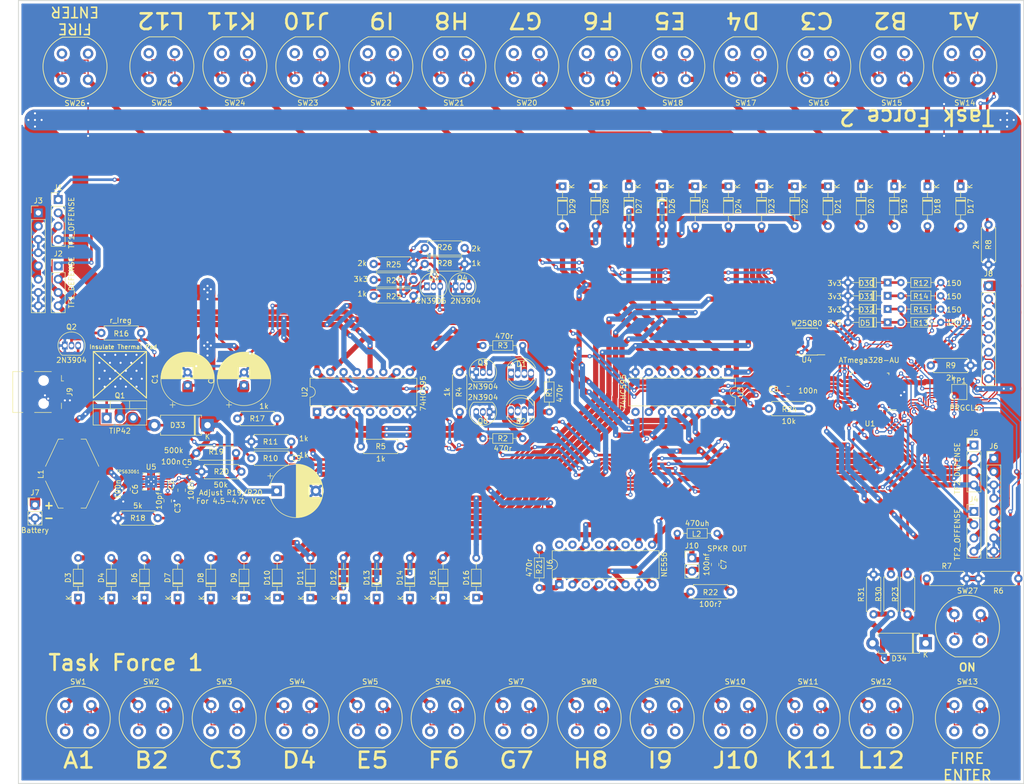
<source format=kicad_pcb>
(kicad_pcb (version 20171130) (host pcbnew 5.0.2+dfsg1-1)
  (layers (0 F.Cu signal) (31 B.Cu signal) (34 B.Paste user) (35 F.Paste user) (36 B.SilkS user) (37 F.SilkS user) (38 B.Mask user) (39 F.Mask user) (44 Edge.Cuts user))
  (net 0 "")
  (net 1 "Net-(D1-Pad4)")
  (net 2 "Net-(D1-Pad3)")
  (net 3 "Net-(D1-Pad2)")
  (net 4 "Net-(D1-Pad1)")
  (net 5 "Net-(D2-Pad2)")
  (net 6 "Net-(D3-Pad1)")
  (net 7 /BTNA1)
  (net 8 /BTNA2)
  (net 9 "Net-(D4-Pad1)")
  (net 10 "Net-(D6-Pad1)")
  (net 11 /BTNA3)
  (net 12 /BTNA4)
  (net 13 "Net-(D7-Pad1)")
  (net 14 "Net-(D8-Pad1)")
  (net 15 /BTNA5)
  (net 16 "Net-(D9-Pad1)")
  (net 17 /BTNA6)
  (net 18 "Net-(D10-Pad1)")
  (net 19 /BTNA7)
  (net 20 "Net-(D11-Pad1)")
  (net 21 "Net-(D12-Pad1)")
  (net 22 "Net-(D13-Pad1)")
  (net 23 "Net-(D14-Pad1)")
  (net 24 "Net-(D15-Pad1)")
  (net 25 "Net-(D16-Pad1)")
  (net 26 "Net-(D17-Pad1)")
  (net 27 "Net-(D18-Pad1)")
  (net 28 "Net-(D19-Pad1)")
  (net 29 "Net-(D20-Pad1)")
  (net 30 "Net-(D21-Pad1)")
  (net 31 "Net-(D22-Pad1)")
  (net 32 "Net-(D23-Pad1)")
  (net 33 "Net-(D24-Pad1)")
  (net 34 "Net-(D25-Pad1)")
  (net 35 "Net-(D26-Pad1)")
  (net 36 "Net-(D27-Pad1)")
  (net 37 "Net-(D28-Pad1)")
  (net 38 "Net-(D29-Pad1)")
  (net 39 /SCK_LED)
  (net 40 /SLT_LED)
  (net 41 /SEN_LED)
  (net 42 /SDA1)
  (net 43 /SDA2)
  (net 44 /5v)
  (net 45 GND)
  (net 46 /SDA3)
  (net 47 /SDA4)
  (net 48 /vBatt)
  (net 49 "Net-(Q2-Pad2)")
  (net 50 "Net-(Q5-Pad2)")
  (net 51 "Net-(Q6-Pad2)")
  (net 52 "Net-(R2-Pad1)")
  (net 53 "Net-(R3-Pad1)")
  (net 54 "Net-(R4-Pad1)")
  (net 55 "Net-(R5-Pad1)")
  (net 56 /BTNK1_1)
  (net 57 /BTNK1_2)
  (net 58 /BTNK2_1)
  (net 59 /BTNK2_2)
  (net 60 /SDA_INTERNAL)
  (net 61 "Net-(U2-Pad9)")
  (net 62 "Net-(R1-Pad1)")
  (net 63 /MISO)
  (net 64 /MOSI)
  (net 65 /SCK)
  (net 66 "Net-(C2-Pad1)")
  (net 67 "Net-(C3-Pad1)")
  (net 68 "Net-(D5-Pad1)")
  (net 69 "Net-(D30-Pad1)")
  (net 70 "Net-(D31-Pad1)")
  (net 71 "Net-(D32-Pad1)")
  (net 72 /RESET)
  (net 73 "Net-(L1-Pad1)")
  (net 74 "Net-(L1-Pad2)")
  (net 75 "Net-(Q1-Pad1)")
  (net 76 /vUsb)
  (net 77 "Net-(R10-Pad2)")
  (net 78 /CS)
  (net 79 /CHGEN)
  (net 80 /PWRCTL)
  (net 81 /3v3)
  (net 82 "Net-(U5-Pad5)")
  (net 83 /SPKR)
  (net 84 /SPEN)
  (net 85 "Net-(C7-Pad1)")
  (net 86 "Net-(C7-Pad2)")
  (net 87 "Net-(L2-Pad1)")
  (net 88 "Net-(R21-Pad2)")
  (net 89 "Net-(R22-Pad1)")
  (net 90 "Net-(C8-Pad1)")
  (net 91 "Net-(Q3-Pad2)")
  (net 92 /vBattMeasure)
  (net 93 "Net-(Q4-Pad3)")
  (net 94 "Net-(Q4-Pad2)")
  (net 95 /RX)
  (net 96 /TX)
  (net 97 "Net-(D34-Pad1)")
  (net 98 /ON)
  (net 99 "Net-(Q2-Pad3)")
  (net 100 "Net-(D34-Pad2)")
  (module Package_QFP:TQFP-32_7x7mm_P0.8mm (layer F.Cu) (at 182.0355 93.9755 180)
    (fp_text reference U1 (at 0 -6.05 180) (layer F.SilkS))
    (fp_text value ATmega328-AU (at 0.1715 6.0915 180) (layer F.SilkS))
    (pad 1 smd rect (at -4.25 -2.8 180) (size 1.6 0.55) (layers F.Cu F.Paste F.Mask) (net 83 /SPKR))
    (pad 2 smd rect (at -4.25 -2 180) (size 1.6 0.55) (layers F.Cu F.Paste F.Mask) (net 56 /BTNK1_1))
    (pad 3 smd rect (at -4.25 -1.2 180) (size 1.6 0.55) (layers F.Cu F.Paste F.Mask) (net 45 GND))
    (pad 4 smd rect (at -4.25 -0.4 180) (size 1.6 0.55) (layers F.Cu F.Paste F.Mask) (net 44 /5v))
    (pad 5 smd rect (at -4.25 0.4 180) (size 1.6 0.55) (layers F.Cu F.Paste F.Mask) (net 45 GND))
    (pad 6 smd rect (at -4.25 1.2 180) (size 1.6 0.55) (layers F.Cu F.Paste F.Mask) (net 44 /5v))
    (pad 7 smd rect (at -4.25 2 180) (size 1.6 0.55) (layers F.Cu F.Paste F.Mask) (net 40 /SLT_LED))
    (pad 8 smd rect (at -4.25 2.8 180) (size 1.6 0.55) (layers F.Cu F.Paste F.Mask) (net 39 /SCK_LED))
    (pad 9 smd rect (at -2.8 4.25 270) (size 1.6 0.55) (layers F.Cu F.Paste F.Mask) (net 57 /BTNK1_2))
    (pad 10 smd rect (at -2 4.25 270) (size 1.6 0.55) (layers F.Cu F.Paste F.Mask) (net 58 /BTNK2_1))
    (pad 11 smd rect (at -1.2 4.25 270) (size 1.6 0.55) (layers F.Cu F.Paste F.Mask) (net 59 /BTNK2_2))
    (pad 12 smd rect (at -0.4 4.25 270) (size 1.6 0.55) (layers F.Cu F.Paste F.Mask) (net 98 /ON))
    (pad 13 smd rect (at 0.4 4.25 270) (size 1.6 0.55) (layers F.Cu F.Paste F.Mask) (net 41 /SEN_LED))
    (pad 14 smd rect (at 1.2 4.25 270) (size 1.6 0.55) (layers F.Cu F.Paste F.Mask) (net 78 /CS))
    (pad 15 smd rect (at 2 4.25 270) (size 1.6 0.55) (layers F.Cu F.Paste F.Mask) (net 64 /MOSI))
    (pad 16 smd rect (at 2.8 4.25 270) (size 1.6 0.55) (layers F.Cu F.Paste F.Mask) (net 63 /MISO))
    (pad 17 smd rect (at 4.25 2.8 180) (size 1.6 0.55) (layers F.Cu F.Paste F.Mask) (net 65 /SCK))
    (pad 18 smd rect (at 4.25 2 180) (size 1.6 0.55) (layers F.Cu F.Paste F.Mask) (net 44 /5v))
    (pad 19 smd rect (at 4.25 1.2 180) (size 1.6 0.55) (layers F.Cu F.Paste F.Mask) (net 90 "Net-(C8-Pad1)"))
    (pad 20 smd rect (at 4.25 0.4 180) (size 1.6 0.55) (layers F.Cu F.Paste F.Mask))
    (pad 21 smd rect (at 4.25 -0.4 180) (size 1.6 0.55) (layers F.Cu F.Paste F.Mask) (net 45 GND))
    (pad 22 smd rect (at 4.25 -1.2 180) (size 1.6 0.55) (layers F.Cu F.Paste F.Mask) (net 77 "Net-(R10-Pad2)"))
    (pad 23 smd rect (at 4.25 -2 180) (size 1.6 0.55) (layers F.Cu F.Paste F.Mask) (net 60 /SDA_INTERNAL))
    (pad 24 smd rect (at 4.25 -2.8 180) (size 1.6 0.55) (layers F.Cu F.Paste F.Mask) (net 42 /SDA1))
    (pad 25 smd rect (at 2.8 -4.25 270) (size 1.6 0.55) (layers F.Cu F.Paste F.Mask) (net 43 /SDA2))
    (pad 26 smd rect (at 2 -4.25 270) (size 1.6 0.55) (layers F.Cu F.Paste F.Mask) (net 46 /SDA3))
    (pad 27 smd rect (at 1.2 -4.25 270) (size 1.6 0.55) (layers F.Cu F.Paste F.Mask) (net 47 /SDA4))
    (pad 28 smd rect (at 0.4 -4.25 270) (size 1.6 0.55) (layers F.Cu F.Paste F.Mask) (net 79 /CHGEN))
    (pad 29 smd rect (at -0.4 -4.25 270) (size 1.6 0.55) (layers F.Cu F.Paste F.Mask) (net 72 /RESET))
    (pad 30 smd rect (at -1.2 -4.25 270) (size 1.6 0.55) (layers F.Cu F.Paste F.Mask) (net 95 /RX))
    (pad 31 smd rect (at -2 -4.25 270) (size 1.6 0.55) (layers F.Cu F.Paste F.Mask) (net 96 /TX))
    (pad 32 smd rect (at -2.8 -4.25 270) (size 1.6 0.55) (layers F.Cu F.Paste F.Mask) (net 80 /PWRCTL))
  )
  (module Capacitor_THT:CP_Radial_D10.0mm_P7.50mm (layer F.Cu) (at 68.4784 112.903)
    (fp_text reference C9 (at 3.75 -6.25) (layer F.SilkS))
    (fp_text value 1000u)
    (pad 1 thru_hole rect (at 0 0) (size 2 2) (drill 1) (layers *.Cu *.Mask) (net 44 /5v))
    (pad 2 thru_hole circle (at 7.5 0) (size 2 2) (drill 1) (layers *.Cu *.Mask) (net 45 GND))
  )
  (module Diode_THT:D_DO-15_P10.16mm_Horizontal (layer F.Cu) (at 192.6844 142.0622 180)
    (fp_text reference D34 (at 5.08 -2.92 180) (layer F.SilkS))
    (fp_text value D_Small)
    (fp_text user K (at 0 -2.2 180) (layer F.SilkS))
    (pad 1 thru_hole rect (at 0 0 180) (size 2.4 2.4) (drill 1.2) (layers *.Cu *.Mask) (net 97 "Net-(D34-Pad1)"))
    (pad 2 thru_hole oval (at 10.16 0 180) (size 2.4 2.4) (drill 1.2) (layers *.Cu *.Mask) (net 100 "Net-(D34-Pad2)"))
  )
  (module Resistor_THT:R_Axial_DIN0207_L6.3mm_D2.5mm_P7.62mm_Horizontal (layer F.Cu) (at 186.055 136.4742 90)
    (fp_text reference R30 (at 3.81 -2.37 90) (layer F.SilkS))
    (fp_text value 1k)
    (pad 2 thru_hole oval (at 7.62 0 90) (size 1.6 1.6) (drill 0.8) (layers *.Cu *.Mask) (net 98 /ON))
    (pad 1 thru_hole circle (at 0 0 90) (size 1.6 1.6) (drill 0.8) (layers *.Cu *.Mask) (net 100 "Net-(D34-Pad2)"))
  )
  (module Resistor_THT:R_Axial_DIN0207_L6.3mm_D2.5mm_P7.62mm_Horizontal (layer F.Cu) (at 182.7276 136.525 90)
    (fp_text reference R31 (at 3.81 -2.37 90) (layer F.SilkS))
    (fp_text value 1k)
    (pad 1 thru_hole circle (at 0 0 90) (size 1.6 1.6) (drill 0.8) (layers *.Cu *.Mask) (net 100 "Net-(D34-Pad2)"))
    (pad 2 thru_hole oval (at 7.62 0 90) (size 1.6 1.6) (drill 0.8) (layers *.Cu *.Mask) (net 45 GND))
  )
  (module Diode_THT:D_DO-34_SOD68_P7.62mm_Horizontal (layer F.Cu) (at 129.54 54.61 270)
    (fp_text reference D28 (at 3.81 -1.92 270) (layer F.SilkS))
    (fp_text value 4148)
    (fp_text user K (at 0 -1.75 270) (layer F.SilkS))
    (pad 1 thru_hole rect (at 0 0 270) (size 1.5 1.5) (drill 0.75) (layers *.Cu *.Mask) (net 37 "Net-(D28-Pad1)"))
    (pad 2 thru_hole oval (at 7.62 0 270) (size 1.5 1.5) (drill 0.75) (layers *.Cu *.Mask) (net 15 /BTNA5))
  )
  (module Connector_PinHeader_2.54mm:PinHeader_1x08_P2.54mm_Vertical (layer F.Cu) (at 205.74 106.68)
    (fp_text reference J6 (at 0 -2.33) (layer F.SilkS))
    (fp_text value TF2_PWR)
    (pad 8 thru_hole oval (at 0 17.78) (size 1.7 1.7) (drill 1) (layers *.Cu *.Mask) (net 45 GND))
    (pad 7 thru_hole oval (at 0 15.24) (size 1.7 1.7) (drill 1) (layers *.Cu *.Mask) (net 45 GND))
    (pad 6 thru_hole oval (at 0 12.7) (size 1.7 1.7) (drill 1) (layers *.Cu *.Mask) (net 44 /5v))
    (pad 5 thru_hole oval (at 0 10.16) (size 1.7 1.7) (drill 1) (layers *.Cu *.Mask) (net 44 /5v))
    (pad 4 thru_hole oval (at 0 7.62) (size 1.7 1.7) (drill 1) (layers *.Cu *.Mask) (net 45 GND))
    (pad 3 thru_hole oval (at 0 5.08) (size 1.7 1.7) (drill 1) (layers *.Cu *.Mask) (net 45 GND))
    (pad 2 thru_hole oval (at 0 2.54) (size 1.7 1.7) (drill 1) (layers *.Cu *.Mask) (net 44 /5v))
    (pad 1 thru_hole rect (at 0 0) (size 1.7 1.7) (drill 1) (layers *.Cu *.Mask) (net 44 /5v))
  )
  (module Button_User:Push_E-Switch_KS01Q01_RubberPad (layer F.Cu) (at 28.001306 153.92494)
    (fp_text reference SW1 (at 2.5 -4.5) (layer F.SilkS))
    (fp_text value A1)
    (fp_line (start 0 0.75) (end 0 3.75) (layer F.Cu) (width 0.2))
    (fp_line (start 0 3.75) (end 4.5 3.75) (layer F.Cu) (width 0.2))
    (fp_line (start 5 0.75) (end 5 3.25) (layer F.Cu) (width 0.2))
    (fp_line (start 5 3.25) (end 0.5 3.25) (layer F.Cu) (width 0.2))
    (fp_line (start 0 2.75) (end 4.5 2.75) (layer F.Cu) (width 0.2))
    (fp_line (start 5 2.25) (end 0.5 2.25) (layer F.Cu) (width 0.2))
    (fp_line (start 0 1.75) (end 4.5 1.75) (layer F.Cu) (width 0.2))
    (fp_line (start 5 1.25) (end 0.5 1.25) (layer F.Cu) (width 0.2))
    (pad 1 thru_hole circle (at 0 0) (size 2 2) (drill 1.1) (layers *.Cu *.Mask) (net 6 "Net-(D3-Pad1)"))
    (pad 2 thru_hole circle (at 5 0) (size 2 2) (drill 1.1) (layers *.Cu *.Mask) (net 56 /BTNK1_1))
    (pad 4 thru_hole circle (at 5 5) (size 2 2) (drill 1.1) (layers *.Cu *.Mask))
    (pad 3 thru_hole circle (at 0 5) (size 2 2) (drill 1.1) (layers *.Cu *.Mask))
  )
  (module LED_THT:LED_D5.0mm-4_RGB (layer F.Cu) (at 113.3475 90.424)
    (fp_text reference D1 (at 1.9685 -1.778) (layer F.SilkS))
    (fp_text value LED_RCGB hide)
    (pad 4 thru_hole oval (at 3.81 0) (size 1.07 1.8) (drill 0.9) (layers *.Cu *.Mask) (net 1 "Net-(D1-Pad4)"))
    (pad 3 thru_hole oval (at 2.54 0) (size 1.07 1.8) (drill 0.9) (layers *.Cu *.Mask) (net 2 "Net-(D1-Pad3)"))
    (pad 2 thru_hole oval (at 1.27 0) (size 1.07 1.8) (drill 0.9) (layers *.Cu *.Mask) (net 3 "Net-(D1-Pad2)"))
    (pad 1 thru_hole rect (at 0 0) (size 1.07 1.8) (drill 0.9) (layers *.Cu *.Mask) (net 4 "Net-(D1-Pad1)"))
  )
  (module LED_THT:LED_D5.0mm-4_RGB (layer F.Cu) (at 117.1575 97.5995 180)
    (fp_text reference D2 (at 1.905 -1.9685 180) (layer F.SilkS))
    (fp_text value LED_RCGB hide)
    (pad 1 thru_hole rect (at 0 0 180) (size 1.07 1.8) (drill 0.9) (layers *.Cu *.Mask) (net 4 "Net-(D1-Pad1)"))
    (pad 2 thru_hole oval (at 1.27 0 180) (size 1.07 1.8) (drill 0.9) (layers *.Cu *.Mask) (net 5 "Net-(D2-Pad2)"))
    (pad 3 thru_hole oval (at 2.54 0 180) (size 1.07 1.8) (drill 0.9) (layers *.Cu *.Mask) (net 2 "Net-(D1-Pad3)"))
    (pad 4 thru_hole oval (at 3.81 0 180) (size 1.07 1.8) (drill 0.9) (layers *.Cu *.Mask) (net 1 "Net-(D1-Pad4)"))
  )
  (module Connector_PinHeader_2.54mm:PinHeader_1x04_P2.54mm_Vertical (layer F.Cu) (at 26.67 57.15)
    (fp_text reference J1 (at 0 -2.33) (layer F.SilkS))
    (fp_text value TF1_OFFENSE (at 2.54 4.445 90) (layer F.SilkS))
    (pad 4 thru_hole oval (at 0 7.62) (size 1.7 1.7) (drill 1) (layers *.Cu *.Mask) (net 39 /SCK_LED))
    (pad 3 thru_hole oval (at 0 5.08) (size 1.7 1.7) (drill 1) (layers *.Cu *.Mask) (net 40 /SLT_LED))
    (pad 2 thru_hole oval (at 0 2.54) (size 1.7 1.7) (drill 1) (layers *.Cu *.Mask) (net 41 /SEN_LED))
    (pad 1 thru_hole rect (at 0 0) (size 1.7 1.7) (drill 1) (layers *.Cu *.Mask) (net 42 /SDA1))
  )
  (module Connector_PinHeader_2.54mm:PinHeader_1x04_P2.54mm_Vertical (layer F.Cu) (at 26.67 69.85)
    (fp_text reference J2 (at 0 -2.33) (layer F.SilkS))
    (fp_text value TF1_DEFENSE (at 2.54 3.175 90) (layer F.SilkS))
    (pad 1 thru_hole rect (at 0 0) (size 1.7 1.7) (drill 1) (layers *.Cu *.Mask) (net 43 /SDA2))
    (pad 2 thru_hole oval (at 0 2.54) (size 1.7 1.7) (drill 1) (layers *.Cu *.Mask) (net 41 /SEN_LED))
    (pad 3 thru_hole oval (at 0 5.08) (size 1.7 1.7) (drill 1) (layers *.Cu *.Mask) (net 40 /SLT_LED))
    (pad 4 thru_hole oval (at 0 7.62) (size 1.7 1.7) (drill 1) (layers *.Cu *.Mask) (net 39 /SCK_LED))
  )
  (module Connector_PinHeader_2.54mm:PinHeader_1x08_P2.54mm_Vertical (layer F.Cu) (at 22.86 59.69)
    (fp_text reference J3 (at 0 -2.33) (layer F.SilkS))
    (fp_text value TF1_PWR)
    (pad 1 thru_hole rect (at 0 0) (size 1.7 1.7) (drill 1) (layers *.Cu *.Mask) (net 44 /5v))
    (pad 2 thru_hole oval (at 0 2.54) (size 1.7 1.7) (drill 1) (layers *.Cu *.Mask) (net 44 /5v))
    (pad 3 thru_hole oval (at 0 5.08) (size 1.7 1.7) (drill 1) (layers *.Cu *.Mask) (net 45 GND))
    (pad 4 thru_hole oval (at 0 7.62) (size 1.7 1.7) (drill 1) (layers *.Cu *.Mask) (net 45 GND))
    (pad 5 thru_hole oval (at 0 10.16) (size 1.7 1.7) (drill 1) (layers *.Cu *.Mask) (net 44 /5v))
    (pad 6 thru_hole oval (at 0 12.7) (size 1.7 1.7) (drill 1) (layers *.Cu *.Mask) (net 44 /5v))
    (pad 7 thru_hole oval (at 0 15.24) (size 1.7 1.7) (drill 1) (layers *.Cu *.Mask) (net 45 GND))
    (pad 8 thru_hole oval (at 0 17.78) (size 1.7 1.7) (drill 1) (layers *.Cu *.Mask) (net 45 GND))
  )
  (module Connector_PinHeader_2.54mm:PinHeader_1x04_P2.54mm_Vertical (layer F.Cu) (at 201.93 116.84)
    (fp_text reference J4 (at 0 -2.33) (layer F.SilkS))
    (fp_text value TF2_OFFENSE (at -3.175 4.445 90) (layer F.SilkS))
    (pad 4 thru_hole oval (at 0 7.62) (size 1.7 1.7) (drill 1) (layers *.Cu *.Mask) (net 39 /SCK_LED))
    (pad 3 thru_hole oval (at 0 5.08) (size 1.7 1.7) (drill 1) (layers *.Cu *.Mask) (net 40 /SLT_LED))
    (pad 2 thru_hole oval (at 0 2.54) (size 1.7 1.7) (drill 1) (layers *.Cu *.Mask) (net 41 /SEN_LED))
    (pad 1 thru_hole rect (at 0 0) (size 1.7 1.7) (drill 1) (layers *.Cu *.Mask) (net 46 /SDA3))
  )
  (module Connector_PinHeader_2.54mm:PinHeader_1x04_P2.54mm_Vertical (layer F.Cu) (at 201.93 104.14)
    (fp_text reference J5 (at 0 -2.33) (layer F.SilkS))
    (fp_text value TF2_DEFENSE (at -3.175 4.445 90) (layer F.SilkS))
    (pad 1 thru_hole rect (at 0 0) (size 1.7 1.7) (drill 1) (layers *.Cu *.Mask) (net 47 /SDA4))
    (pad 2 thru_hole oval (at 0 2.54) (size 1.7 1.7) (drill 1) (layers *.Cu *.Mask) (net 41 /SEN_LED))
    (pad 3 thru_hole oval (at 0 5.08) (size 1.7 1.7) (drill 1) (layers *.Cu *.Mask) (net 40 /SLT_LED))
    (pad 4 thru_hole oval (at 0 7.62) (size 1.7 1.7) (drill 1) (layers *.Cu *.Mask) (net 39 /SCK_LED))
  )
  (module Package_TO_SOT_THT:TO-220-3_Vertical (layer F.Cu) (at 35.941 98.933)
    (fp_text reference Q1 (at 2.54 -4.27) (layer F.SilkS))
    (fp_text value TIP42 (at 2.54 2.5) (layer F.SilkS))
    (pad 1 thru_hole rect (at 0 0) (size 1.905 2) (drill 1.1) (layers *.Cu *.Mask) (net 75 "Net-(Q1-Pad1)"))
    (pad 2 thru_hole oval (at 2.54 0) (size 1.905 2) (drill 1.1) (layers *.Cu *.Mask) (net 48 /vBatt))
    (pad 3 thru_hole oval (at 5.08 0) (size 1.905 2) (drill 1.1) (layers *.Cu *.Mask) (net 76 /vUsb))
  )
  (module Package_TO_SOT_THT:TO-92_Inline (layer F.Cu) (at 27.94 85.09)
    (fp_text reference Q2 (at 1.27 -3.56) (layer F.SilkS))
    (fp_text value 2N3904 (at 1.27 2.79) (layer F.SilkS))
    (pad 2 thru_hole oval (at 1.27 0) (size 1.05 1.5) (drill 0.75) (layers *.Cu *.Mask) (net 49 "Net-(Q2-Pad2)"))
    (pad 3 thru_hole oval (at 2.54 0) (size 1.05 1.5) (drill 0.75) (layers *.Cu *.Mask) (net 99 "Net-(Q2-Pad3)"))
    (pad 1 thru_hole rect (at 0 0) (size 1.05 1.5) (drill 0.75) (layers *.Cu *.Mask) (net 45 GND))
  )
  (module Package_TO_SOT_THT:TO-92_Inline (layer F.Cu) (at 106.68 90.17)
    (fp_text reference Q5 (at 1.27 -1.778) (layer F.SilkS))
    (fp_text value 2N3904 (at 1.27 2.79) (layer F.SilkS))
    (pad 1 thru_hole rect (at 0 0) (size 1.05 1.5) (drill 0.75) (layers *.Cu *.Mask) (net 45 GND))
    (pad 3 thru_hole oval (at 2.54 0) (size 1.05 1.5) (drill 0.75) (layers *.Cu *.Mask) (net 3 "Net-(D1-Pad2)"))
    (pad 2 thru_hole oval (at 1.27 0) (size 1.05 1.5) (drill 0.75) (layers *.Cu *.Mask) (net 50 "Net-(Q5-Pad2)"))
  )
  (module Package_TO_SOT_THT:TO-92_Inline (layer F.Cu) (at 109.22 97.79 180)
    (fp_text reference Q6 (at 1.27 -1.778 180) (layer F.SilkS))
    (fp_text value 2N3904 (at 1.27 2.79 180) (layer F.SilkS))
    (pad 2 thru_hole oval (at 1.27 0 180) (size 1.05 1.5) (drill 0.75) (layers *.Cu *.Mask) (net 51 "Net-(Q6-Pad2)"))
    (pad 3 thru_hole oval (at 2.54 0 180) (size 1.05 1.5) (drill 0.75) (layers *.Cu *.Mask) (net 5 "Net-(D2-Pad2)"))
    (pad 1 thru_hole rect (at 0 0 180) (size 1.05 1.5) (drill 0.75) (layers *.Cu *.Mask) (net 45 GND))
  )
  (module Resistor_THT:R_Axial_DIN0204_L3.6mm_D1.6mm_P7.62mm_Horizontal (layer F.Cu) (at 120.65 90.17 270)
    (fp_text reference R1 (at 3.81 0 270) (layer F.SilkS))
    (fp_text value 470r (at 4.064 -2.032 270) (layer F.SilkS))
    (pad 2 thru_hole oval (at 7.62 0 270) (size 1.4 1.4) (drill 0.7) (layers *.Cu *.Mask) (net 1 "Net-(D1-Pad4)"))
    (pad 1 thru_hole circle (at 0 0 270) (size 1.4 1.4) (drill 0.7) (layers *.Cu *.Mask) (net 62 "Net-(R1-Pad1)"))
  )
  (module Resistor_THT:R_Axial_DIN0204_L3.6mm_D1.6mm_P7.62mm_Horizontal (layer F.Cu) (at 107.95 102.87)
    (fp_text reference R2 (at 3.81 0) (layer F.SilkS))
    (fp_text value 470r (at 3.81 1.92) (layer F.SilkS))
    (pad 1 thru_hole circle (at 0 0) (size 1.4 1.4) (drill 0.7) (layers *.Cu *.Mask) (net 52 "Net-(R2-Pad1)"))
    (pad 2 thru_hole oval (at 7.62 0) (size 1.4 1.4) (drill 0.7) (layers *.Cu *.Mask) (net 2 "Net-(D1-Pad3)"))
  )
  (module Resistor_THT:R_Axial_DIN0204_L3.6mm_D1.6mm_P7.62mm_Horizontal (layer F.Cu) (at 107.95 85.09)
    (fp_text reference R3 (at 3.81 0) (layer F.SilkS))
    (fp_text value 470r (at 4.064 -1.778) (layer F.SilkS))
    (pad 1 thru_hole circle (at 0 0) (size 1.4 1.4) (drill 0.7) (layers *.Cu *.Mask) (net 53 "Net-(R3-Pad1)"))
    (pad 2 thru_hole oval (at 7.62 0) (size 1.4 1.4) (drill 0.7) (layers *.Cu *.Mask) (net 4 "Net-(D1-Pad1)"))
  )
  (module Resistor_THT:R_Axial_DIN0204_L3.6mm_D1.6mm_P7.62mm_Horizontal (layer F.Cu) (at 195.58 78.105 180)
    (fp_text reference R15 (at 3.81 -0.127 180) (layer F.SilkS))
    (fp_text value 150 (at -2.54 -0.127 180) (layer F.SilkS))
    (pad 1 thru_hole circle (at 0 0 180) (size 1.4 1.4) (drill 0.7) (layers *.Cu *.Mask) (net 78 /CS))
    (pad 2 thru_hole oval (at 7.62 0 180) (size 1.4 1.4) (drill 0.7) (layers *.Cu *.Mask) (net 71 "Net-(D32-Pad1)"))
  )
  (module Package_DIP:DIP-16_W7.62mm (layer F.Cu) (at 76.2 97.79 90)
    (fp_text reference U2 (at 3.81 -2.33 90) (layer F.SilkS))
    (fp_text value 74HC595 (at 3.556 20.32 90) (layer F.SilkS))
    (pad 16 thru_hole oval (at 7.62 0 90) (size 1.6 1.6) (drill 0.8) (layers *.Cu *.Mask) (net 44 /5v))
    (pad 8 thru_hole oval (at 0 17.78 90) (size 1.6 1.6) (drill 0.8) (layers *.Cu *.Mask) (net 45 GND))
    (pad 15 thru_hole oval (at 7.62 2.54 90) (size 1.6 1.6) (drill 0.8) (layers *.Cu *.Mask) (net 62 "Net-(R1-Pad1)"))
    (pad 7 thru_hole oval (at 0 15.24 90) (size 1.6 1.6) (drill 0.8) (layers *.Cu *.Mask))
    (pad 14 thru_hole oval (at 7.62 5.08 90) (size 1.6 1.6) (drill 0.8) (layers *.Cu *.Mask) (net 60 /SDA_INTERNAL))
    (pad 6 thru_hole oval (at 0 12.7 90) (size 1.6 1.6) (drill 0.8) (layers *.Cu *.Mask))
    (pad 13 thru_hole oval (at 7.62 7.62 90) (size 1.6 1.6) (drill 0.8) (layers *.Cu *.Mask) (net 41 /SEN_LED))
    (pad 5 thru_hole oval (at 0 10.16 90) (size 1.6 1.6) (drill 0.8) (layers *.Cu *.Mask))
    (pad 12 thru_hole oval (at 7.62 10.16 90) (size 1.6 1.6) (drill 0.8) (layers *.Cu *.Mask) (net 40 /SLT_LED))
    (pad 4 thru_hole oval (at 0 7.62 90) (size 1.6 1.6) (drill 0.8) (layers *.Cu *.Mask) (net 55 "Net-(R5-Pad1)"))
    (pad 11 thru_hole oval (at 7.62 12.7 90) (size 1.6 1.6) (drill 0.8) (layers *.Cu *.Mask) (net 39 /SCK_LED))
    (pad 3 thru_hole oval (at 0 5.08 90) (size 1.6 1.6) (drill 0.8) (layers *.Cu *.Mask) (net 54 "Net-(R4-Pad1)"))
    (pad 10 thru_hole oval (at 7.62 15.24 90) (size 1.6 1.6) (drill 0.8) (layers *.Cu *.Mask) (net 44 /5v))
    (pad 2 thru_hole oval (at 0 2.54 90) (size 1.6 1.6) (drill 0.8) (layers *.Cu *.Mask) (net 53 "Net-(R3-Pad1)"))
    (pad 9 thru_hole oval (at 7.62 17.78 90) (size 1.6 1.6) (drill 0.8) (layers *.Cu *.Mask) (net 61 "Net-(U2-Pad9)"))
    (pad 1 thru_hole rect (at 0 0 90) (size 1.6 1.6) (drill 0.8) (layers *.Cu *.Mask) (net 52 "Net-(R2-Pad1)"))
  )
  (module Package_DIP:DIP-16_W7.62mm (layer F.Cu) (at 154.94 90.17 270)
    (fp_text reference U3 (at 3.81 -2.33 270) (layer F.SilkS))
    (fp_text value 74HC595 (at 3.81 20.11 270) (layer F.SilkS))
    (pad 1 thru_hole rect (at 0 0 270) (size 1.6 1.6) (drill 0.8) (layers *.Cu *.Mask) (net 8 /BTNA2))
    (pad 9 thru_hole oval (at 7.62 17.78 270) (size 1.6 1.6) (drill 0.8) (layers *.Cu *.Mask))
    (pad 2 thru_hole oval (at 0 2.54 270) (size 1.6 1.6) (drill 0.8) (layers *.Cu *.Mask) (net 11 /BTNA3))
    (pad 10 thru_hole oval (at 7.62 15.24 270) (size 1.6 1.6) (drill 0.8) (layers *.Cu *.Mask) (net 44 /5v))
    (pad 3 thru_hole oval (at 0 5.08 270) (size 1.6 1.6) (drill 0.8) (layers *.Cu *.Mask) (net 12 /BTNA4))
    (pad 11 thru_hole oval (at 7.62 12.7 270) (size 1.6 1.6) (drill 0.8) (layers *.Cu *.Mask) (net 39 /SCK_LED))
    (pad 4 thru_hole oval (at 0 7.62 270) (size 1.6 1.6) (drill 0.8) (layers *.Cu *.Mask) (net 15 /BTNA5))
    (pad 12 thru_hole oval (at 7.62 10.16 270) (size 1.6 1.6) (drill 0.8) (layers *.Cu *.Mask) (net 40 /SLT_LED))
    (pad 5 thru_hole oval (at 0 10.16 270) (size 1.6 1.6) (drill 0.8) (layers *.Cu *.Mask) (net 17 /BTNA6))
    (pad 13 thru_hole oval (at 7.62 7.62 270) (size 1.6 1.6) (drill 0.8) (layers *.Cu *.Mask) (net 41 /SEN_LED))
    (pad 6 thru_hole oval (at 0 12.7 270) (size 1.6 1.6) (drill 0.8) (layers *.Cu *.Mask) (net 19 /BTNA7))
    (pad 14 thru_hole oval (at 7.62 5.08 270) (size 1.6 1.6) (drill 0.8) (layers *.Cu *.Mask) (net 61 "Net-(U2-Pad9)"))
    (pad 7 thru_hole oval (at 0 15.24 270) (size 1.6 1.6) (drill 0.8) (layers *.Cu *.Mask) (net 84 /SPEN))
    (pad 15 thru_hole oval (at 7.62 2.54 270) (size 1.6 1.6) (drill 0.8) (layers *.Cu *.Mask) (net 7 /BTNA1))
    (pad 8 thru_hole oval (at 0 17.78 270) (size 1.6 1.6) (drill 0.8) (layers *.Cu *.Mask) (net 45 GND))
    (pad 16 thru_hole oval (at 7.62 0 270) (size 1.6 1.6) (drill 0.8) (layers *.Cu *.Mask) (net 44 /5v))
  )
  (module Button_User:Push_E-Switch_KS01Q01_RubberPad (layer F.Cu) (at 41.971306 153.92494)
    (fp_text reference SW2 (at 2.5 -4.5) (layer F.SilkS))
    (fp_text value B2)
    (fp_line (start 5 1.25) (end 0.5 1.25) (layer F.Cu) (width 0.2))
    (fp_line (start 0 1.75) (end 4.5 1.75) (layer F.Cu) (width 0.2))
    (fp_line (start 5 2.25) (end 0.5 2.25) (layer F.Cu) (width 0.2))
    (fp_line (start 0 2.75) (end 4.5 2.75) (layer F.Cu) (width 0.2))
    (fp_line (start 5 3.25) (end 0.5 3.25) (layer F.Cu) (width 0.2))
    (fp_line (start 5 0.75) (end 5 3.25) (layer F.Cu) (width 0.2))
    (fp_line (start 0 3.75) (end 4.5 3.75) (layer F.Cu) (width 0.2))
    (fp_line (start 0 0.75) (end 0 3.75) (layer F.Cu) (width 0.2))
    (pad 3 thru_hole circle (at 0 5) (size 2 2) (drill 1.1) (layers *.Cu *.Mask))
    (pad 4 thru_hole circle (at 5 5) (size 2 2) (drill 1.1) (layers *.Cu *.Mask))
    (pad 2 thru_hole circle (at 5 0) (size 2 2) (drill 1.1) (layers *.Cu *.Mask) (net 56 /BTNK1_1))
    (pad 1 thru_hole circle (at 0 0) (size 2 2) (drill 1.1) (layers *.Cu *.Mask) (net 9 "Net-(D4-Pad1)"))
  )
  (module Button_User:Push_E-Switch_KS01Q01_RubberPad (layer F.Cu) (at 55.941306 153.92494)
    (fp_text reference SW3 (at 2.5 -4.5) (layer F.SilkS))
    (fp_text value C3)
    (fp_line (start 0 0.75) (end 0 3.75) (layer F.Cu) (width 0.2))
    (fp_line (start 0 3.75) (end 4.5 3.75) (layer F.Cu) (width 0.2))
    (fp_line (start 5 0.75) (end 5 3.25) (layer F.Cu) (width 0.2))
    (fp_line (start 5 3.25) (end 0.5 3.25) (layer F.Cu) (width 0.2))
    (fp_line (start 0 2.75) (end 4.5 2.75) (layer F.Cu) (width 0.2))
    (fp_line (start 5 2.25) (end 0.5 2.25) (layer F.Cu) (width 0.2))
    (fp_line (start 0 1.75) (end 4.5 1.75) (layer F.Cu) (width 0.2))
    (fp_line (start 5 1.25) (end 0.5 1.25) (layer F.Cu) (width 0.2))
    (pad 1 thru_hole circle (at 0 0) (size 2 2) (drill 1.1) (layers *.Cu *.Mask) (net 10 "Net-(D6-Pad1)"))
    (pad 2 thru_hole circle (at 5 0) (size 2 2) (drill 1.1) (layers *.Cu *.Mask) (net 56 /BTNK1_1))
    (pad 4 thru_hole circle (at 5 5) (size 2 2) (drill 1.1) (layers *.Cu *.Mask))
    (pad 3 thru_hole circle (at 0 5) (size 2 2) (drill 1.1) (layers *.Cu *.Mask))
  )
  (module Button_User:Push_E-Switch_KS01Q01_RubberPad (layer F.Cu) (at 69.911306 153.92494)
    (fp_text reference SW4 (at 2.5 -4.5) (layer F.SilkS))
    (fp_text value D4)
    (fp_line (start 5 1.25) (end 0.5 1.25) (layer F.Cu) (width 0.2))
    (fp_line (start 0 1.75) (end 4.5 1.75) (layer F.Cu) (width 0.2))
    (fp_line (start 5 2.25) (end 0.5 2.25) (layer F.Cu) (width 0.2))
    (fp_line (start 0 2.75) (end 4.5 2.75) (layer F.Cu) (width 0.2))
    (fp_line (start 5 3.25) (end 0.5 3.25) (layer F.Cu) (width 0.2))
    (fp_line (start 5 0.75) (end 5 3.25) (layer F.Cu) (width 0.2))
    (fp_line (start 0 3.75) (end 4.5 3.75) (layer F.Cu) (width 0.2))
    (fp_line (start 0 0.75) (end 0 3.75) (layer F.Cu) (width 0.2))
    (pad 3 thru_hole circle (at 0 5) (size 2 2) (drill 1.1) (layers *.Cu *.Mask))
    (pad 4 thru_hole circle (at 5 5) (size 2 2) (drill 1.1) (layers *.Cu *.Mask))
    (pad 2 thru_hole circle (at 5 0) (size 2 2) (drill 1.1) (layers *.Cu *.Mask) (net 56 /BTNK1_1))
    (pad 1 thru_hole circle (at 0 0) (size 2 2) (drill 1.1) (layers *.Cu *.Mask) (net 13 "Net-(D7-Pad1)"))
  )
  (module Button_User:Push_E-Switch_KS01Q01_RubberPad (layer F.Cu) (at 83.881306 153.92494)
    (fp_text reference SW5 (at 2.5 -4.5) (layer F.SilkS))
    (fp_text value E5)
    (fp_line (start 0 0.75) (end 0 3.75) (layer F.Cu) (width 0.2))
    (fp_line (start 0 3.75) (end 4.5 3.75) (layer F.Cu) (width 0.2))
    (fp_line (start 5 0.75) (end 5 3.25) (layer F.Cu) (width 0.2))
    (fp_line (start 5 3.25) (end 0.5 3.25) (layer F.Cu) (width 0.2))
    (fp_line (start 0 2.75) (end 4.5 2.75) (layer F.Cu) (width 0.2))
    (fp_line (start 5 2.25) (end 0.5 2.25) (layer F.Cu) (width 0.2))
    (fp_line (start 0 1.75) (end 4.5 1.75) (layer F.Cu) (width 0.2))
    (fp_line (start 5 1.25) (end 0.5 1.25) (layer F.Cu) (width 0.2))
    (pad 1 thru_hole circle (at 0 0) (size 2 2) (drill 1.1) (layers *.Cu *.Mask) (net 14 "Net-(D8-Pad1)"))
    (pad 2 thru_hole circle (at 5 0) (size 2 2) (drill 1.1) (layers *.Cu *.Mask) (net 56 /BTNK1_1))
    (pad 4 thru_hole circle (at 5 5) (size 2 2) (drill 1.1) (layers *.Cu *.Mask))
    (pad 3 thru_hole circle (at 0 5) (size 2 2) (drill 1.1) (layers *.Cu *.Mask))
  )
  (module Button_User:Push_E-Switch_KS01Q01_RubberPad (layer F.Cu) (at 97.851306 153.92494)
    (fp_text reference SW6 (at 2.5 -4.5) (layer F.SilkS))
    (fp_text value F6)
    (fp_line (start 5 1.25) (end 0.5 1.25) (layer F.Cu) (width 0.2))
    (fp_line (start 0 1.75) (end 4.5 1.75) (layer F.Cu) (width 0.2))
    (fp_line (start 5 2.25) (end 0.5 2.25) (layer F.Cu) (width 0.2))
    (fp_line (start 0 2.75) (end 4.5 2.75) (layer F.Cu) (width 0.2))
    (fp_line (start 5 3.25) (end 0.5 3.25) (layer F.Cu) (width 0.2))
    (fp_line (start 5 0.75) (end 5 3.25) (layer F.Cu) (width 0.2))
    (fp_line (start 0 3.75) (end 4.5 3.75) (layer F.Cu) (width 0.2))
    (fp_line (start 0 0.75) (end 0 3.75) (layer F.Cu) (width 0.2))
    (pad 3 thru_hole circle (at 0 5) (size 2 2) (drill 1.1) (layers *.Cu *.Mask))
    (pad 4 thru_hole circle (at 5 5) (size 2 2) (drill 1.1) (layers *.Cu *.Mask))
    (pad 2 thru_hole circle (at 5 0) (size 2 2) (drill 1.1) (layers *.Cu *.Mask) (net 56 /BTNK1_1))
    (pad 1 thru_hole circle (at 0 0) (size 2 2) (drill 1.1) (layers *.Cu *.Mask) (net 16 "Net-(D9-Pad1)"))
  )
  (module Button_User:Push_E-Switch_KS01Q01_RubberPad (layer F.Cu) (at 111.821306 153.92494)
    (fp_text reference SW7 (at 2.5 -4.5) (layer F.SilkS))
    (fp_text value G7)
    (fp_line (start 0 0.75) (end 0 3.75) (layer F.Cu) (width 0.2))
    (fp_line (start 0 3.75) (end 4.5 3.75) (layer F.Cu) (width 0.2))
    (fp_line (start 5 0.75) (end 5 3.25) (layer F.Cu) (width 0.2))
    (fp_line (start 5 3.25) (end 0.5 3.25) (layer F.Cu) (width 0.2))
    (fp_line (start 0 2.75) (end 4.5 2.75) (layer F.Cu) (width 0.2))
    (fp_line (start 5 2.25) (end 0.5 2.25) (layer F.Cu) (width 0.2))
    (fp_line (start 0 1.75) (end 4.5 1.75) (layer F.Cu) (width 0.2))
    (fp_line (start 5 1.25) (end 0.5 1.25) (layer F.Cu) (width 0.2))
    (pad 1 thru_hole circle (at 0 0) (size 2 2) (drill 1.1) (layers *.Cu *.Mask) (net 18 "Net-(D10-Pad1)"))
    (pad 2 thru_hole circle (at 5 0) (size 2 2) (drill 1.1) (layers *.Cu *.Mask) (net 56 /BTNK1_1))
    (pad 4 thru_hole circle (at 5 5) (size 2 2) (drill 1.1) (layers *.Cu *.Mask))
    (pad 3 thru_hole circle (at 0 5) (size 2 2) (drill 1.1) (layers *.Cu *.Mask))
  )
  (module Button_User:Push_E-Switch_KS01Q01_RubberPad (layer F.Cu) (at 125.791306 153.92494)
    (fp_text reference SW8 (at 2.5 -4.5) (layer F.SilkS))
    (fp_text value H8)
    (fp_line (start 5 1.25) (end 0.5 1.25) (layer F.Cu) (width 0.2))
    (fp_line (start 0 1.75) (end 4.5 1.75) (layer F.Cu) (width 0.2))
    (fp_line (start 5 2.25) (end 0.5 2.25) (layer F.Cu) (width 0.2))
    (fp_line (start 0 2.75) (end 4.5 2.75) (layer F.Cu) (width 0.2))
    (fp_line (start 5 3.25) (end 0.5 3.25) (layer F.Cu) (width 0.2))
    (fp_line (start 5 0.75) (end 5 3.25) (layer F.Cu) (width 0.2))
    (fp_line (start 0 3.75) (end 4.5 3.75) (layer F.Cu) (width 0.2))
    (fp_line (start 0 0.75) (end 0 3.75) (layer F.Cu) (width 0.2))
    (pad 3 thru_hole circle (at 0 5) (size 2 2) (drill 1.1) (layers *.Cu *.Mask))
    (pad 4 thru_hole circle (at 5 5) (size 2 2) (drill 1.1) (layers *.Cu *.Mask))
    (pad 2 thru_hole circle (at 5 0) (size 2 2) (drill 1.1) (layers *.Cu *.Mask) (net 57 /BTNK1_2))
    (pad 1 thru_hole circle (at 0 0) (size 2 2) (drill 1.1) (layers *.Cu *.Mask) (net 20 "Net-(D11-Pad1)"))
  )
  (module Button_User:Push_E-Switch_KS01Q01_RubberPad (layer F.Cu) (at 139.761306 153.92494)
    (fp_text reference SW9 (at 2.5 -4.5) (layer F.SilkS))
    (fp_text value I9)
    (fp_line (start 0 0.75) (end 0 3.75) (layer F.Cu) (width 0.2))
    (fp_line (start 0 3.75) (end 4.5 3.75) (layer F.Cu) (width 0.2))
    (fp_line (start 5 0.75) (end 5 3.25) (layer F.Cu) (width 0.2))
    (fp_line (start 5 3.25) (end 0.5 3.25) (layer F.Cu) (width 0.2))
    (fp_line (start 0 2.75) (end 4.5 2.75) (layer F.Cu) (width 0.2))
    (fp_line (start 5 2.25) (end 0.5 2.25) (layer F.Cu) (width 0.2))
    (fp_line (start 0 1.75) (end 4.5 1.75) (layer F.Cu) (width 0.2))
    (fp_line (start 5 1.25) (end 0.5 1.25) (layer F.Cu) (width 0.2))
    (pad 1 thru_hole circle (at 0 0) (size 2 2) (drill 1.1) (layers *.Cu *.Mask) (net 21 "Net-(D12-Pad1)"))
    (pad 2 thru_hole circle (at 5 0) (size 2 2) (drill 1.1) (layers *.Cu *.Mask) (net 57 /BTNK1_2))
    (pad 4 thru_hole circle (at 5 5) (size 2 2) (drill 1.1) (layers *.Cu *.Mask))
    (pad 3 thru_hole circle (at 0 5) (size 2 2) (drill 1.1) (layers *.Cu *.Mask))
  )
  (module Button_User:Push_E-Switch_KS01Q01_RubberPad (layer F.Cu) (at 153.731306 153.92494)
    (fp_text reference SW10 (at 2.5 -4.5) (layer F.SilkS))
    (fp_text value J10)
    (fp_line (start 5 1.25) (end 0.5 1.25) (layer F.Cu) (width 0.2))
    (fp_line (start 0 1.75) (end 4.5 1.75) (layer F.Cu) (width 0.2))
    (fp_line (start 5 2.25) (end 0.5 2.25) (layer F.Cu) (width 0.2))
    (fp_line (start 0 2.75) (end 4.5 2.75) (layer F.Cu) (width 0.2))
    (fp_line (start 5 3.25) (end 0.5 3.25) (layer F.Cu) (width 0.2))
    (fp_line (start 5 0.75) (end 5 3.25) (layer F.Cu) (width 0.2))
    (fp_line (start 0 3.75) (end 4.5 3.75) (layer F.Cu) (width 0.2))
    (fp_line (start 0 0.75) (end 0 3.75) (layer F.Cu) (width 0.2))
    (pad 3 thru_hole circle (at 0 5) (size 2 2) (drill 1.1) (layers *.Cu *.Mask))
    (pad 4 thru_hole circle (at 5 5) (size 2 2) (drill 1.1) (layers *.Cu *.Mask))
    (pad 2 thru_hole circle (at 5 0) (size 2 2) (drill 1.1) (layers *.Cu *.Mask) (net 57 /BTNK1_2))
    (pad 1 thru_hole circle (at 0 0) (size 2 2) (drill 1.1) (layers *.Cu *.Mask) (net 22 "Net-(D13-Pad1)"))
  )
  (module Button_User:Push_E-Switch_KS01Q01_RubberPad (layer F.Cu) (at 167.701306 153.92494)
    (fp_text reference SW11 (at 2.5 -4.5) (layer F.SilkS))
    (fp_text value K11)
    (fp_line (start 0 0.75) (end 0 3.75) (layer F.Cu) (width 0.2))
    (fp_line (start 0 3.75) (end 4.5 3.75) (layer F.Cu) (width 0.2))
    (fp_line (start 5 0.75) (end 5 3.25) (layer F.Cu) (width 0.2))
    (fp_line (start 5 3.25) (end 0.5 3.25) (layer F.Cu) (width 0.2))
    (fp_line (start 0 2.75) (end 4.5 2.75) (layer F.Cu) (width 0.2))
    (fp_line (start 5 2.25) (end 0.5 2.25) (layer F.Cu) (width 0.2))
    (fp_line (start 0 1.75) (end 4.5 1.75) (layer F.Cu) (width 0.2))
    (fp_line (start 5 1.25) (end 0.5 1.25) (layer F.Cu) (width 0.2))
    (pad 1 thru_hole circle (at 0 0) (size 2 2) (drill 1.1) (layers *.Cu *.Mask) (net 23 "Net-(D14-Pad1)"))
    (pad 2 thru_hole circle (at 5 0) (size 2 2) (drill 1.1) (layers *.Cu *.Mask) (net 57 /BTNK1_2))
    (pad 4 thru_hole circle (at 5 5) (size 2 2) (drill 1.1) (layers *.Cu *.Mask))
    (pad 3 thru_hole circle (at 0 5) (size 2 2) (drill 1.1) (layers *.Cu *.Mask))
  )
  (module Button_User:Push_E-Switch_KS01Q01_RubberPad (layer F.Cu) (at 181.671306 153.92494)
    (fp_text reference SW12 (at 2.5 -4.5) (layer F.SilkS))
    (fp_text value L12)
    (fp_line (start 5 1.25) (end 0.5 1.25) (layer F.Cu) (width 0.2))
    (fp_line (start 0 1.75) (end 4.5 1.75) (layer F.Cu) (width 0.2))
    (fp_line (start 5 2.25) (end 0.5 2.25) (layer F.Cu) (width 0.2))
    (fp_line (start 0 2.75) (end 4.5 2.75) (layer F.Cu) (width 0.2))
    (fp_line (start 5 3.25) (end 0.5 3.25) (layer F.Cu) (width 0.2))
    (fp_line (start 5 0.75) (end 5 3.25) (layer F.Cu) (width 0.2))
    (fp_line (start 0 3.75) (end 4.5 3.75) (layer F.Cu) (width 0.2))
    (fp_line (start 0 0.75) (end 0 3.75) (layer F.Cu) (width 0.2))
    (pad 3 thru_hole circle (at 0 5) (size 2 2) (drill 1.1) (layers *.Cu *.Mask))
    (pad 4 thru_hole circle (at 5 5) (size 2 2) (drill 1.1) (layers *.Cu *.Mask))
    (pad 2 thru_hole circle (at 5 0) (size 2 2) (drill 1.1) (layers *.Cu *.Mask) (net 57 /BTNK1_2))
    (pad 1 thru_hole circle (at 0 0) (size 2 2) (drill 1.1) (layers *.Cu *.Mask) (net 24 "Net-(D15-Pad1)"))
  )
  (module Button_User:Push_E-Switch_KS01Q01_RubberPad (layer F.Cu) (at 198.181306 153.92494)
    (fp_text reference SW13 (at 2.5 -4.5) (layer F.SilkS))
    (fp_text value FIRE)
    (fp_line (start 0 0.75) (end 0 3.75) (layer F.Cu) (width 0.2))
    (fp_line (start 0 3.75) (end 4.5 3.75) (layer F.Cu) (width 0.2))
    (fp_line (start 5 0.75) (end 5 3.25) (layer F.Cu) (width 0.2))
    (fp_line (start 5 3.25) (end 0.5 3.25) (layer F.Cu) (width 0.2))
    (fp_line (start 0 2.75) (end 4.5 2.75) (layer F.Cu) (width 0.2))
    (fp_line (start 5 2.25) (end 0.5 2.25) (layer F.Cu) (width 0.2))
    (fp_line (start 0 1.75) (end 4.5 1.75) (layer F.Cu) (width 0.2))
    (fp_line (start 5 1.25) (end 0.5 1.25) (layer F.Cu) (width 0.2))
    (pad 1 thru_hole circle (at 0 0) (size 2 2) (drill 1.1) (layers *.Cu *.Mask) (net 25 "Net-(D16-Pad1)"))
    (pad 2 thru_hole circle (at 5 0) (size 2 2) (drill 1.1) (layers *.Cu *.Mask) (net 57 /BTNK1_2))
    (pad 4 thru_hole circle (at 5 5) (size 2 2) (drill 1.1) (layers *.Cu *.Mask))
    (pad 3 thru_hole circle (at 0 5) (size 2 2) (drill 1.1) (layers *.Cu *.Mask))
  )
  (module Button_User:Push_E-Switch_KS01Q01_RubberPad (layer F.Cu) (at 202.676781 34.137184 180)
    (fp_text reference SW14 (at 2.5 -4.5 180) (layer F.SilkS))
    (fp_text value A1)
    (fp_line (start 0 0.75) (end 0 3.75) (layer F.Cu) (width 0.2))
    (fp_line (start 0 3.75) (end 4.5 3.75) (layer F.Cu) (width 0.2))
    (fp_line (start 5 0.75) (end 5 3.25) (layer F.Cu) (width 0.2))
    (fp_line (start 5 3.25) (end 0.5 3.25) (layer F.Cu) (width 0.2))
    (fp_line (start 0 2.75) (end 4.5 2.75) (layer F.Cu) (width 0.2))
    (fp_line (start 5 2.25) (end 0.5 2.25) (layer F.Cu) (width 0.2))
    (fp_line (start 0 1.75) (end 4.5 1.75) (layer F.Cu) (width 0.2))
    (fp_line (start 5 1.25) (end 0.5 1.25) (layer F.Cu) (width 0.2))
    (pad 1 thru_hole circle (at 0 0 180) (size 2 2) (drill 1.1) (layers *.Cu *.Mask) (net 26 "Net-(D17-Pad1)"))
    (pad 2 thru_hole circle (at 5 0 180) (size 2 2) (drill 1.1) (layers *.Cu *.Mask) (net 58 /BTNK2_1))
    (pad 4 thru_hole circle (at 5 5 180) (size 2 2) (drill 1.1) (layers *.Cu *.Mask))
    (pad 3 thru_hole circle (at 0 5 180) (size 2 2) (drill 1.1) (layers *.Cu *.Mask))
  )
  (module Button_User:Push_E-Switch_KS01Q01_RubberPad (layer F.Cu) (at 188.706781 34.137184 180)
    (fp_text reference SW15 (at 2.5 -4.5 180) (layer F.SilkS))
    (fp_text value B2)
    (fp_line (start 5 1.25) (end 0.5 1.25) (layer F.Cu) (width 0.2))
    (fp_line (start 0 1.75) (end 4.5 1.75) (layer F.Cu) (width 0.2))
    (fp_line (start 5 2.25) (end 0.5 2.25) (layer F.Cu) (width 0.2))
    (fp_line (start 0 2.75) (end 4.5 2.75) (layer F.Cu) (width 0.2))
    (fp_line (start 5 3.25) (end 0.5 3.25) (layer F.Cu) (width 0.2))
    (fp_line (start 5 0.75) (end 5 3.25) (layer F.Cu) (width 0.2))
    (fp_line (start 0 3.75) (end 4.5 3.75) (layer F.Cu) (width 0.2))
    (fp_line (start 0 0.75) (end 0 3.75) (layer F.Cu) (width 0.2))
    (pad 3 thru_hole circle (at 0 5 180) (size 2 2) (drill 1.1) (layers *.Cu *.Mask))
    (pad 4 thru_hole circle (at 5 5 180) (size 2 2) (drill 1.1) (layers *.Cu *.Mask))
    (pad 2 thru_hole circle (at 5 0 180) (size 2 2) (drill 1.1) (layers *.Cu *.Mask) (net 58 /BTNK2_1))
    (pad 1 thru_hole circle (at 0 0 180) (size 2 2) (drill 1.1) (layers *.Cu *.Mask) (net 27 "Net-(D18-Pad1)"))
  )
  (module Button_User:Push_E-Switch_KS01Q01_RubberPad (layer F.Cu) (at 174.736781 34.137184 180)
    (fp_text reference SW16 (at 2.5 -4.5 180) (layer F.SilkS))
    (fp_text value C3)
    (fp_line (start 0 0.75) (end 0 3.75) (layer F.Cu) (width 0.2))
    (fp_line (start 0 3.75) (end 4.5 3.75) (layer F.Cu) (width 0.2))
    (fp_line (start 5 0.75) (end 5 3.25) (layer F.Cu) (width 0.2))
    (fp_line (start 5 3.25) (end 0.5 3.25) (layer F.Cu) (width 0.2))
    (fp_line (start 0 2.75) (end 4.5 2.75) (layer F.Cu) (width 0.2))
    (fp_line (start 5 2.25) (end 0.5 2.25) (layer F.Cu) (width 0.2))
    (fp_line (start 0 1.75) (end 4.5 1.75) (layer F.Cu) (width 0.2))
    (fp_line (start 5 1.25) (end 0.5 1.25) (layer F.Cu) (width 0.2))
    (pad 1 thru_hole circle (at 0 0 180) (size 2 2) (drill 1.1) (layers *.Cu *.Mask) (net 28 "Net-(D19-Pad1)"))
    (pad 2 thru_hole circle (at 5 0 180) (size 2 2) (drill 1.1) (layers *.Cu *.Mask) (net 58 /BTNK2_1))
    (pad 4 thru_hole circle (at 5 5 180) (size 2 2) (drill 1.1) (layers *.Cu *.Mask))
    (pad 3 thru_hole circle (at 0 5 180) (size 2 2) (drill 1.1) (layers *.Cu *.Mask))
  )
  (module Button_User:Push_E-Switch_KS01Q01_RubberPad (layer F.Cu) (at 160.766781 34.137184 180)
    (fp_text reference SW17 (at 2.5 -4.5 180) (layer F.SilkS))
    (fp_text value D4)
    (fp_line (start 5 1.25) (end 0.5 1.25) (layer F.Cu) (width 0.2))
    (fp_line (start 0 1.75) (end 4.5 1.75) (layer F.Cu) (width 0.2))
    (fp_line (start 5 2.25) (end 0.5 2.25) (layer F.Cu) (width 0.2))
    (fp_line (start 0 2.75) (end 4.5 2.75) (layer F.Cu) (width 0.2))
    (fp_line (start 5 3.25) (end 0.5 3.25) (layer F.Cu) (width 0.2))
    (fp_line (start 5 0.75) (end 5 3.25) (layer F.Cu) (width 0.2))
    (fp_line (start 0 3.75) (end 4.5 3.75) (layer F.Cu) (width 0.2))
    (fp_line (start 0 0.75) (end 0 3.75) (layer F.Cu) (width 0.2))
    (pad 3 thru_hole circle (at 0 5 180) (size 2 2) (drill 1.1) (layers *.Cu *.Mask))
    (pad 4 thru_hole circle (at 5 5 180) (size 2 2) (drill 1.1) (layers *.Cu *.Mask))
    (pad 2 thru_hole circle (at 5 0 180) (size 2 2) (drill 1.1) (layers *.Cu *.Mask) (net 58 /BTNK2_1))
    (pad 1 thru_hole circle (at 0 0 180) (size 2 2) (drill 1.1) (layers *.Cu *.Mask) (net 29 "Net-(D20-Pad1)"))
  )
  (module Button_User:Push_E-Switch_KS01Q01_RubberPad (layer F.Cu) (at 146.796781 34.137184 180)
    (fp_text reference SW18 (at 2.5 -4.5 180) (layer F.SilkS))
    (fp_text value E5)
    (fp_line (start 0 0.75) (end 0 3.75) (layer F.Cu) (width 0.2))
    (fp_line (start 0 3.75) (end 4.5 3.75) (layer F.Cu) (width 0.2))
    (fp_line (start 5 0.75) (end 5 3.25) (layer F.Cu) (width 0.2))
    (fp_line (start 5 3.25) (end 0.5 3.25) (layer F.Cu) (width 0.2))
    (fp_line (start 0 2.75) (end 4.5 2.75) (layer F.Cu) (width 0.2))
    (fp_line (start 5 2.25) (end 0.5 2.25) (layer F.Cu) (width 0.2))
    (fp_line (start 0 1.75) (end 4.5 1.75) (layer F.Cu) (width 0.2))
    (fp_line (start 5 1.25) (end 0.5 1.25) (layer F.Cu) (width 0.2))
    (pad 1 thru_hole circle (at 0 0 180) (size 2 2) (drill 1.1) (layers *.Cu *.Mask) (net 30 "Net-(D21-Pad1)"))
    (pad 2 thru_hole circle (at 5 0 180) (size 2 2) (drill 1.1) (layers *.Cu *.Mask) (net 58 /BTNK2_1))
    (pad 4 thru_hole circle (at 5 5 180) (size 2 2) (drill 1.1) (layers *.Cu *.Mask))
    (pad 3 thru_hole circle (at 0 5 180) (size 2 2) (drill 1.1) (layers *.Cu *.Mask))
  )
  (module Button_User:Push_E-Switch_KS01Q01_RubberPad (layer F.Cu) (at 132.826781 34.137184 180)
    (fp_text reference SW19 (at 2.5 -4.5 180) (layer F.SilkS))
    (fp_text value F6)
    (fp_line (start 5 1.25) (end 0.5 1.25) (layer F.Cu) (width 0.2))
    (fp_line (start 0 1.75) (end 4.5 1.75) (layer F.Cu) (width 0.2))
    (fp_line (start 5 2.25) (end 0.5 2.25) (layer F.Cu) (width 0.2))
    (fp_line (start 0 2.75) (end 4.5 2.75) (layer F.Cu) (width 0.2))
    (fp_line (start 5 3.25) (end 0.5 3.25) (layer F.Cu) (width 0.2))
    (fp_line (start 5 0.75) (end 5 3.25) (layer F.Cu) (width 0.2))
    (fp_line (start 0 3.75) (end 4.5 3.75) (layer F.Cu) (width 0.2))
    (fp_line (start 0 0.75) (end 0 3.75) (layer F.Cu) (width 0.2))
    (pad 3 thru_hole circle (at 0 5 180) (size 2 2) (drill 1.1) (layers *.Cu *.Mask))
    (pad 4 thru_hole circle (at 5 5 180) (size 2 2) (drill 1.1) (layers *.Cu *.Mask))
    (pad 2 thru_hole circle (at 5 0 180) (size 2 2) (drill 1.1) (layers *.Cu *.Mask) (net 58 /BTNK2_1))
    (pad 1 thru_hole circle (at 0 0 180) (size 2 2) (drill 1.1) (layers *.Cu *.Mask) (net 31 "Net-(D22-Pad1)"))
  )
  (module Button_User:Push_E-Switch_KS01Q01_RubberPad (layer F.Cu) (at 118.856781 34.137184 180)
    (fp_text reference SW20 (at 2.5 -4.5 180) (layer F.SilkS))
    (fp_text value G7)
    (fp_line (start 0 0.75) (end 0 3.75) (layer F.Cu) (width 0.2))
    (fp_line (start 0 3.75) (end 4.5 3.75) (layer F.Cu) (width 0.2))
    (fp_line (start 5 0.75) (end 5 3.25) (layer F.Cu) (width 0.2))
    (fp_line (start 5 3.25) (end 0.5 3.25) (layer F.Cu) (width 0.2))
    (fp_line (start 0 2.75) (end 4.5 2.75) (layer F.Cu) (width 0.2))
    (fp_line (start 5 2.25) (end 0.5 2.25) (layer F.Cu) (width 0.2))
    (fp_line (start 0 1.75) (end 4.5 1.75) (layer F.Cu) (width 0.2))
    (fp_line (start 5 1.25) (end 0.5 1.25) (layer F.Cu) (width 0.2))
    (pad 1 thru_hole circle (at 0 0 180) (size 2 2) (drill 1.1) (layers *.Cu *.Mask) (net 32 "Net-(D23-Pad1)"))
    (pad 2 thru_hole circle (at 5 0 180) (size 2 2) (drill 1.1) (layers *.Cu *.Mask) (net 58 /BTNK2_1))
    (pad 4 thru_hole circle (at 5 5 180) (size 2 2) (drill 1.1) (layers *.Cu *.Mask))
    (pad 3 thru_hole circle (at 0 5 180) (size 2 2) (drill 1.1) (layers *.Cu *.Mask))
  )
  (module Button_User:Push_E-Switch_KS01Q01_RubberPad (layer F.Cu) (at 104.886781 34.137184 180)
    (fp_text reference SW21 (at 2.5 -4.5 180) (layer F.SilkS))
    (fp_text value H8)
    (fp_line (start 5 1.25) (end 0.5 1.25) (layer F.Cu) (width 0.2))
    (fp_line (start 0 1.75) (end 4.5 1.75) (layer F.Cu) (width 0.2))
    (fp_line (start 5 2.25) (end 0.5 2.25) (layer F.Cu) (width 0.2))
    (fp_line (start 0 2.75) (end 4.5 2.75) (layer F.Cu) (width 0.2))
    (fp_line (start 5 3.25) (end 0.5 3.25) (layer F.Cu) (width 0.2))
    (fp_line (start 5 0.75) (end 5 3.25) (layer F.Cu) (width 0.2))
    (fp_line (start 0 3.75) (end 4.5 3.75) (layer F.Cu) (width 0.2))
    (fp_line (start 0 0.75) (end 0 3.75) (layer F.Cu) (width 0.2))
    (pad 3 thru_hole circle (at 0 5 180) (size 2 2) (drill 1.1) (layers *.Cu *.Mask))
    (pad 4 thru_hole circle (at 5 5 180) (size 2 2) (drill 1.1) (layers *.Cu *.Mask))
    (pad 2 thru_hole circle (at 5 0 180) (size 2 2) (drill 1.1) (layers *.Cu *.Mask) (net 59 /BTNK2_2))
    (pad 1 thru_hole circle (at 0 0 180) (size 2 2) (drill 1.1) (layers *.Cu *.Mask) (net 33 "Net-(D24-Pad1)"))
  )
  (module Button_User:Push_E-Switch_KS01Q01_RubberPad (layer F.Cu) (at 90.916781 34.137184 180)
    (fp_text reference SW22 (at 2.5 -4.5 180) (layer F.SilkS))
    (fp_text value I9)
    (fp_line (start 0 0.75) (end 0 3.75) (layer F.Cu) (width 0.2))
    (fp_line (start 0 3.75) (end 4.5 3.75) (layer F.Cu) (width 0.2))
    (fp_line (start 5 0.75) (end 5 3.25) (layer F.Cu) (width 0.2))
    (fp_line (start 5 3.25) (end 0.5 3.25) (layer F.Cu) (width 0.2))
    (fp_line (start 0 2.75) (end 4.5 2.75) (layer F.Cu) (width 0.2))
    (fp_line (start 5 2.25) (end 0.5 2.25) (layer F.Cu) (width 0.2))
    (fp_line (start 0 1.75) (end 4.5 1.75) (layer F.Cu) (width 0.2))
    (fp_line (start 5 1.25) (end 0.5 1.25) (layer F.Cu) (width 0.2))
    (pad 1 thru_hole circle (at 0 0 180) (size 2 2) (drill 1.1) (layers *.Cu *.Mask) (net 34 "Net-(D25-Pad1)"))
    (pad 2 thru_hole circle (at 5 0 180) (size 2 2) (drill 1.1) (layers *.Cu *.Mask) (net 59 /BTNK2_2))
    (pad 4 thru_hole circle (at 5 5 180) (size 2 2) (drill 1.1) (layers *.Cu *.Mask))
    (pad 3 thru_hole circle (at 0 5 180) (size 2 2) (drill 1.1) (layers *.Cu *.Mask))
  )
  (module Button_User:Push_E-Switch_KS01Q01_RubberPad (layer F.Cu) (at 76.946781 34.137184 180)
    (fp_text reference SW23 (at 2.5 -4.5 180) (layer F.SilkS))
    (fp_text value J10)
    (fp_line (start 5 1.25) (end 0.5 1.25) (layer F.Cu) (width 0.2))
    (fp_line (start 0 1.75) (end 4.5 1.75) (layer F.Cu) (width 0.2))
    (fp_line (start 5 2.25) (end 0.5 2.25) (layer F.Cu) (width 0.2))
    (fp_line (start 0 2.75) (end 4.5 2.75) (layer F.Cu) (width 0.2))
    (fp_line (start 5 3.25) (end 0.5 3.25) (layer F.Cu) (width 0.2))
    (fp_line (start 5 0.75) (end 5 3.25) (layer F.Cu) (width 0.2))
    (fp_line (start 0 3.75) (end 4.5 3.75) (layer F.Cu) (width 0.2))
    (fp_line (start 0 0.75) (end 0 3.75) (layer F.Cu) (width 0.2))
    (pad 3 thru_hole circle (at 0 5 180) (size 2 2) (drill 1.1) (layers *.Cu *.Mask))
    (pad 4 thru_hole circle (at 5 5 180) (size 2 2) (drill 1.1) (layers *.Cu *.Mask))
    (pad 2 thru_hole circle (at 5 0 180) (size 2 2) (drill 1.1) (layers *.Cu *.Mask) (net 59 /BTNK2_2))
    (pad 1 thru_hole circle (at 0 0 180) (size 2 2) (drill 1.1) (layers *.Cu *.Mask) (net 35 "Net-(D26-Pad1)"))
  )
  (module Button_User:Push_E-Switch_KS01Q01_RubberPad (layer F.Cu) (at 62.976781 34.137184 180)
    (fp_text reference SW24 (at 2.5 -4.5 180) (layer F.SilkS))
    (fp_text value K11)
    (fp_line (start 0 0.75) (end 0 3.75) (layer F.Cu) (width 0.2))
    (fp_line (start 0 3.75) (end 4.5 3.75) (layer F.Cu) (width 0.2))
    (fp_line (start 5 0.75) (end 5 3.25) (layer F.Cu) (width 0.2))
    (fp_line (start 5 3.25) (end 0.5 3.25) (layer F.Cu) (width 0.2))
    (fp_line (start 0 2.75) (end 4.5 2.75) (layer F.Cu) (width 0.2))
    (fp_line (start 5 2.25) (end 0.5 2.25) (layer F.Cu) (width 0.2))
    (fp_line (start 0 1.75) (end 4.5 1.75) (layer F.Cu) (width 0.2))
    (fp_line (start 5 1.25) (end 0.5 1.25) (layer F.Cu) (width 0.2))
    (pad 1 thru_hole circle (at 0 0 180) (size 2 2) (drill 1.1) (layers *.Cu *.Mask) (net 36 "Net-(D27-Pad1)"))
    (pad 2 thru_hole circle (at 5 0 180) (size 2 2) (drill 1.1) (layers *.Cu *.Mask) (net 59 /BTNK2_2))
    (pad 4 thru_hole circle (at 5 5 180) (size 2 2) (drill 1.1) (layers *.Cu *.Mask))
    (pad 3 thru_hole circle (at 0 5 180) (size 2 2) (drill 1.1) (layers *.Cu *.Mask))
  )
  (module Button_User:Push_E-Switch_KS01Q01_RubberPad (layer F.Cu) (at 49.006781 34.137184 180)
    (fp_text reference SW25 (at 2.5 -4.5 180) (layer F.SilkS))
    (fp_text value L12)
    (fp_line (start 5 1.25) (end 0.5 1.25) (layer F.Cu) (width 0.2))
    (fp_line (start 0 1.75) (end 4.5 1.75) (layer F.Cu) (width 0.2))
    (fp_line (start 5 2.25) (end 0.5 2.25) (layer F.Cu) (width 0.2))
    (fp_line (start 0 2.75) (end 4.5 2.75) (layer F.Cu) (width 0.2))
    (fp_line (start 5 3.25) (end 0.5 3.25) (layer F.Cu) (width 0.2))
    (fp_line (start 5 0.75) (end 5 3.25) (layer F.Cu) (width 0.2))
    (fp_line (start 0 3.75) (end 4.5 3.75) (layer F.Cu) (width 0.2))
    (fp_line (start 0 0.75) (end 0 3.75) (layer F.Cu) (width 0.2))
    (pad 3 thru_hole circle (at 0 5 180) (size 2 2) (drill 1.1) (layers *.Cu *.Mask))
    (pad 4 thru_hole circle (at 5 5 180) (size 2 2) (drill 1.1) (layers *.Cu *.Mask))
    (pad 2 thru_hole circle (at 5 0 180) (size 2 2) (drill 1.1) (layers *.Cu *.Mask) (net 59 /BTNK2_2))
    (pad 1 thru_hole circle (at 0 0 180) (size 2 2) (drill 1.1) (layers *.Cu *.Mask) (net 37 "Net-(D28-Pad1)"))
  )
  (module Button_User:Push_E-Switch_KS01Q01_RubberPad (layer F.Cu) (at 32.385 34.21 180)
    (fp_text reference SW26 (at 2.5 -4.5 180) (layer F.SilkS))
    (fp_text value FIRE)
    (fp_line (start 0 0.75) (end 0 3.75) (layer F.Cu) (width 0.2))
    (fp_line (start 0 3.75) (end 4.5 3.75) (layer F.Cu) (width 0.2))
    (fp_line (start 5 0.75) (end 5 3.25) (layer F.Cu) (width 0.2))
    (fp_line (start 5 3.25) (end 0.5 3.25) (layer F.Cu) (width 0.2))
    (fp_line (start 0 2.75) (end 4.5 2.75) (layer F.Cu) (width 0.2))
    (fp_line (start 5 2.25) (end 0.5 2.25) (layer F.Cu) (width 0.2))
    (fp_line (start 0 1.75) (end 4.5 1.75) (layer F.Cu) (width 0.2))
    (fp_line (start 5 1.25) (end 0.5 1.25) (layer F.Cu) (width 0.2))
    (pad 1 thru_hole circle (at 0 0 180) (size 2 2) (drill 1.1) (layers *.Cu *.Mask) (net 38 "Net-(D29-Pad1)"))
    (pad 2 thru_hole circle (at 5 0 180) (size 2 2) (drill 1.1) (layers *.Cu *.Mask) (net 59 /BTNK2_2))
    (pad 4 thru_hole circle (at 5 5 180) (size 2 2) (drill 1.1) (layers *.Cu *.Mask))
    (pad 3 thru_hole circle (at 0 5 180) (size 2 2) (drill 1.1) (layers *.Cu *.Mask))
  )
  (module Connector_PinHeader_2.54mm:PinHeader_1x02_P2.54mm_Vertical (layer F.Cu) (at 22.225 115.57)
    (fp_text reference J7 (at 0 -2.33) (layer F.SilkS))
    (fp_text value Battery (at 0 4.87) (layer F.SilkS))
    (pad 1 thru_hole rect (at 0 0) (size 1.7 1.7) (drill 1) (layers *.Cu *.Mask) (net 48 /vBatt))
    (pad 2 thru_hole oval (at 0 2.54) (size 1.7 1.7) (drill 1) (layers *.Cu *.Mask) (net 45 GND))
  )
  (module Capacitor_SMD:C_0805_2012Metric (layer F.Cu) (at 50.292 112.776 90)
    (fp_text reference C2 (at 1.016 -2.032 90) (layer F.SilkS))
    (fp_text value 100n (at 0 1.778 90) (layer F.SilkS))
    (pad 1 smd roundrect (at -0.9375 0 90) (size 0.975 1.4) (layers F.Cu F.Paste F.Mask) (net 66 "Net-(C2-Pad1)"))
    (pad 2 smd roundrect (at 0.9375 0 90) (size 0.975 1.4) (layers F.Cu F.Paste F.Mask) (net 45 GND))
  )
  (module Capacitor_SMD:C_0805_2012Metric (layer F.Cu) (at 47.625 114.808 270)
    (fp_text reference C3 (at 1.397 -1.905 270) (layer F.SilkS))
    (fp_text value 10pf (at 0 1.65 270) (layer F.SilkS))
    (pad 2 smd roundrect (at 0.9375 0 270) (size 0.975 1.4) (layers F.Cu F.Paste F.Mask) (net 45 GND))
    (pad 1 smd roundrect (at -0.9375 0 270) (size 0.975 1.4) (layers F.Cu F.Paste F.Mask) (net 67 "Net-(C3-Pad1)"))
  )
  (module Capacitor_SMD:C_0805_2012Metric (layer F.Cu) (at 51.308 109.093)
    (fp_text reference C5 (at 0 -1.65) (layer F.SilkS))
    (fp_text value 100n (at -3.048 -1.778) (layer F.SilkS))
    (pad 2 smd roundrect (at 0.9375 0) (size 0.975 1.4) (layers F.Cu F.Paste F.Mask) (net 45 GND))
    (pad 1 smd roundrect (at -0.9375 0) (size 0.975 1.4) (layers F.Cu F.Paste F.Mask) (net 44 /5v))
  )
  (module Capacitor_SMD:C_0805_2012Metric (layer F.Cu) (at 39.751 112.6005 270)
    (fp_text reference C6 (at 0 -1.65 270) (layer F.SilkS))
    (fp_text value 100n (at 0 1.65 270) (layer F.SilkS))
    (pad 1 smd roundrect (at -0.9375 0 270) (size 0.975 1.4) (layers F.Cu F.Paste F.Mask) (net 48 /vBatt))
    (pad 2 smd roundrect (at 0.9375 0 270) (size 0.975 1.4) (layers F.Cu F.Paste F.Mask) (net 45 GND))
  )
  (module Diode_THT:D_DO-15_P10.16mm_Horizontal (layer F.Cu) (at 55.245 100.33 180)
    (fp_text reference D33 (at 5.715 0 180) (layer F.SilkS))
    (fp_text value 1n4001)
    (fp_text user K (at 0 -2.2 180) (layer F.SilkS))
    (pad 2 thru_hole oval (at 10.16 0 180) (size 2.4 2.4) (drill 1.2) (layers *.Cu *.Mask) (net 76 /vUsb))
    (pad 1 thru_hole rect (at 0 0 180) (size 2.4 2.4) (drill 1.2) (layers *.Cu *.Mask) (net 44 /5v))
  )
  (module Connector_USB:USB_Mini-B_Lumberg_2486_01_Horizontal (layer F.Cu) (at 23.876 93.98 270)
    (fp_text reference J9 (at 0 -5 270) (layer F.SilkS))
    (fp_text value USB_B_Mini)
    (pad 1 smd rect (at -1.6 -2.7 270) (size 0.5 2) (layers F.Cu F.Paste F.Mask) (net 76 /vUsb))
    (pad 2 smd rect (at -0.8 -2.7 270) (size 0.5 2) (layers F.Cu F.Paste F.Mask))
    (pad 3 smd rect (at 0 -2.7 270) (size 0.5 2) (layers F.Cu F.Paste F.Mask))
    (pad 4 smd rect (at 0.8 -2.7 270) (size 0.5 2) (layers F.Cu F.Paste F.Mask))
    (pad 5 smd rect (at 1.6 -2.7 270) (size 0.5 2) (layers F.Cu F.Paste F.Mask) (net 45 GND))
    (pad 6 smd rect (at -4.45 -2.6 270) (size 2 1.7) (layers F.Cu F.Paste F.Mask) (net 45 GND))
    (pad 6 smd rect (at -4.45 2.85 270) (size 2 1.7) (layers F.Cu F.Paste F.Mask) (net 45 GND))
    (pad 6 smd rect (at 4.45 -2.6 270) (size 2 1.7) (layers F.Cu F.Paste F.Mask) (net 45 GND))
    (pad 6 smd rect (at 4.45 2.85 270) (size 2 1.7) (layers F.Cu F.Paste F.Mask) (net 45 GND))
    (pad "" np_thru_hole circle (at -2.2 0 270) (size 1 1) (drill 1) (layers *.Cu *.Mask))
    (pad "" np_thru_hole circle (at 2.2 0 270) (size 1 1) (drill 1) (layers *.Cu *.Mask))
  )
  (module Resistor_THT:R_Axial_DIN0204_L3.6mm_D1.6mm_P7.62mm_Horizontal (layer F.Cu) (at 195.58 73.025 180)
    (fp_text reference R12 (at 3.81 -0.127 180) (layer F.SilkS))
    (fp_text value 150 (at -2.54 -0.127 180) (layer F.SilkS))
    (pad 1 thru_hole circle (at 0 0 180) (size 1.4 1.4) (drill 0.7) (layers *.Cu *.Mask) (net 64 /MOSI))
    (pad 2 thru_hole oval (at 7.62 0 180) (size 1.4 1.4) (drill 0.7) (layers *.Cu *.Mask) (net 69 "Net-(D30-Pad1)"))
  )
  (module Resistor_THT:R_Axial_DIN0204_L3.6mm_D1.6mm_P7.62mm_Horizontal (layer F.Cu) (at 195.58 80.645 180)
    (fp_text reference R13 (at 3.81 -0.127 180) (layer F.SilkS))
    (fp_text value 150 (at -2.54 -0.127 180) (layer F.SilkS))
    (pad 2 thru_hole oval (at 7.62 0 180) (size 1.4 1.4) (drill 0.7) (layers *.Cu *.Mask) (net 68 "Net-(D5-Pad1)"))
    (pad 1 thru_hole circle (at 0 0 180) (size 1.4 1.4) (drill 0.7) (layers *.Cu *.Mask) (net 63 /MISO))
  )
  (module Resistor_THT:R_Axial_DIN0204_L3.6mm_D1.6mm_P7.62mm_Horizontal (layer F.Cu) (at 195.58 75.565 180)
    (fp_text reference R14 (at 3.81 -0.127 180) (layer F.SilkS))
    (fp_text value 150 (at -2.54 -0.127 180) (layer F.SilkS))
    (pad 1 thru_hole circle (at 0 0 180) (size 1.4 1.4) (drill 0.7) (layers *.Cu *.Mask) (net 65 /SCK))
    (pad 2 thru_hole oval (at 7.62 0 180) (size 1.4 1.4) (drill 0.7) (layers *.Cu *.Mask) (net 70 "Net-(D31-Pad1)"))
  )
  (module Package_SO:SOIC-8_3.9x4.9mm_P1.27mm (layer F.Cu) (at 169.926 84.328 180)
    (fp_text reference U4 (at 0 -3.5 180) (layer F.SilkS))
    (fp_text value W25Q80 (at 0 3.5 180) (layer F.SilkS))
    (pad 1 smd rect (at -2.7 -1.905 180) (size 1.55 0.6) (layers F.Cu F.Paste F.Mask) (net 71 "Net-(D32-Pad1)"))
    (pad 2 smd rect (at -2.7 -0.635 180) (size 1.55 0.6) (layers F.Cu F.Paste F.Mask) (net 68 "Net-(D5-Pad1)"))
    (pad 3 smd rect (at -2.7 0.635 180) (size 1.55 0.6) (layers F.Cu F.Paste F.Mask) (net 81 /3v3))
    (pad 4 smd rect (at -2.7 1.905 180) (size 1.55 0.6) (layers F.Cu F.Paste F.Mask) (net 45 GND))
    (pad 5 smd rect (at 2.7 1.905 180) (size 1.55 0.6) (layers F.Cu F.Paste F.Mask) (net 69 "Net-(D30-Pad1)"))
    (pad 6 smd rect (at 2.7 0.635 180) (size 1.55 0.6) (layers F.Cu F.Paste F.Mask) (net 70 "Net-(D31-Pad1)"))
    (pad 7 smd rect (at 2.7 -0.635 180) (size 1.55 0.6) (layers F.Cu F.Paste F.Mask) (net 81 /3v3))
    (pad 8 smd rect (at 2.7 -1.905 180) (size 1.55 0.6) (layers F.Cu F.Paste F.Mask) (net 81 /3v3))
  )
  (module Package_SON:Texas_S-PWSON-N10_ThermalVias (layer F.Cu) (at 44.45 111.125)
    (fp_text reference U5 (at 0 -2.8) (layer F.SilkS))
    (fp_text value TPS63061 (at -4.445 -1.905) (layer F.SilkS) (effects (font (size 0.6 0.6) (thickness 0.1))))
    (pad 11 smd rect (at -0.6 1.425) (size 0.25 0.7) (layers F.Cu F.Paste F.Mask) (net 45 GND))
    (pad 11 smd rect (at 0.6 1.425) (size 0.25 0.7) (layers F.Cu F.Paste F.Mask) (net 45 GND))
    (pad 11 smd rect (at -0.6 -1.425) (size 0.25 0.7) (layers F.Cu F.Paste F.Mask) (net 45 GND))
    (pad 11 smd rect (at 0.6 -1.425) (size 0.25 0.7) (layers F.Cu F.Paste F.Mask) (net 45 GND))
    (pad 1 smd oval (at -1.475 -1) (size 0.85 0.28) (layers F.Cu F.Paste F.Mask) (net 74 "Net-(L1-Pad2)"))
    (pad 2 smd oval (at -1.475 -0.5) (size 0.85 0.28) (layers F.Cu F.Paste F.Mask) (net 48 /vBatt))
    (pad 3 smd rect (at -1.76 0) (size 0.28 0.28) (layers F.Cu F.Paste F.Mask) (net 97 "Net-(D34-Pad1)"))
    (pad 4 smd oval (at -1.475 0.5) (size 0.85 0.28) (layers F.Cu F.Paste F.Mask) (net 45 GND))
    (pad 5 smd rect (at -1.76 1) (size 0.28 0.28) (layers F.Cu F.Paste F.Mask) (net 82 "Net-(U5-Pad5)"))
    (pad 6 smd oval (at 1.475 1) (size 0.85 0.28) (layers F.Cu F.Paste F.Mask) (net 66 "Net-(C2-Pad1)"))
    (pad 7 smd oval (at 1.475 0.5) (size 0.85 0.28) (layers F.Cu F.Paste F.Mask) (net 45 GND))
    (pad 8 smd rect (at 1.76 0) (size 0.28 0.28) (layers F.Cu F.Paste F.Mask) (net 67 "Net-(C3-Pad1)"))
    (pad 9 smd rect (at 1.76 -0.5) (size 0.28 0.28) (layers F.Cu F.Paste F.Mask) (net 44 /5v))
    (pad 10 smd rect (at 1.76 -1) (size 0.28 0.28) (layers F.Cu F.Paste F.Mask) (net 73 "Net-(L1-Pad1)"))
    (pad 11 thru_hole circle (at 0 0) (size 0.6 0.6) (drill 0.3) (layers *.Cu *.Mask) (net 45 GND))
    (pad 11 thru_hole circle (at -0.5 -0.5) (size 0.6 0.6) (drill 0.3) (layers *.Cu *.Mask) (net 45 GND))
    (pad 11 thru_hole circle (at 0.5 -0.5) (size 0.6 0.6) (drill 0.3) (layers *.Cu *.Mask) (net 45 GND))
    (pad 11 thru_hole circle (at -0.5 0.5) (size 0.6 0.6) (drill 0.3) (layers *.Cu *.Mask) (net 45 GND))
    (pad 11 thru_hole circle (at 0.5 0.5) (size 0.6 0.6) (drill 0.3) (layers *.Cu *.Mask) (net 45 GND))
    (pad 11 smd rect (at -0.2 -1.425) (size 0.25 0.7) (layers F.Cu F.Paste F.Mask) (net 45 GND))
    (pad 11 smd rect (at 0.2 -1.425) (size 0.25 0.7) (layers F.Cu F.Paste F.Mask) (net 45 GND))
    (pad 11 smd rect (at -0.2 1.425) (size 0.25 0.7) (layers F.Cu F.Paste F.Mask) (net 45 GND))
    (pad 11 smd rect (at 0.2 1.425) (size 0.25 0.7) (layers F.Cu F.Paste F.Mask) (net 45 GND))
    (pad 11 smd rect (at 0 0) (size 1.7 2.15) (layers F.Cu F.Mask) (net 45 GND))
    (pad 1 smd rect (at -1.76 -1) (size 0.28 0.28) (layers F.Cu F.Paste F.Mask) (net 74 "Net-(L1-Pad2)"))
    (pad 2 smd rect (at -1.76 -0.5) (size 0.28 0.28) (layers F.Cu F.Paste F.Mask) (net 48 /vBatt))
    (pad 3 smd oval (at -1.475 0) (size 0.85 0.28) (layers F.Cu F.Paste F.Mask) (net 97 "Net-(D34-Pad1)"))
    (pad 4 smd rect (at -1.76 0.5) (size 0.28 0.28) (layers F.Cu F.Paste F.Mask) (net 45 GND))
    (pad 5 smd oval (at -1.475 1) (size 0.85 0.28) (layers F.Cu F.Paste F.Mask) (net 82 "Net-(U5-Pad5)"))
    (pad 6 smd rect (at 1.76 1) (size 0.28 0.28) (layers F.Cu F.Paste F.Mask) (net 66 "Net-(C2-Pad1)"))
    (pad 7 smd rect (at 1.76 0.5) (size 0.28 0.28) (layers F.Cu F.Paste F.Mask) (net 45 GND))
    (pad 8 smd oval (at 1.475 0) (size 0.85 0.28) (layers F.Cu F.Paste F.Mask) (net 67 "Net-(C3-Pad1)"))
    (pad 9 smd oval (at 1.475 -0.5) (size 0.85 0.28) (layers F.Cu F.Paste F.Mask) (net 44 /5v))
    (pad 10 smd oval (at 1.475 -1) (size 0.85 0.28) (layers F.Cu F.Paste F.Mask) (net 73 "Net-(L1-Pad1)"))
    (pad 11 smd rect (at -0.001 0) (size 2.3 2.3) (layers B.Cu) (net 45 GND))
    (pad 11 smd rect (at -0.435 -0.56) (size 0.65 0.9) (layers F.Cu F.Paste F.Mask) (net 45 GND))
    (pad 11 smd rect (at 0.435 0.56) (size 0.65 0.9) (layers F.Cu F.Paste F.Mask) (net 45 GND))
    (pad 11 smd rect (at -0.435 0.56) (size 0.65 0.9) (layers F.Cu F.Paste F.Mask) (net 45 GND))
    (pad 11 smd rect (at 0.435 -0.56) (size 0.65 0.9) (layers F.Cu F.Paste F.Mask) (net 45 GND))
    (pad 11 smd rect (at -0.6 -1.425) (size 0.23 0.6) (layers F.Cu F.Paste F.Mask) (net 45 GND))
    (pad 11 smd rect (at -0.2 -1.425) (size 0.23 0.6) (layers F.Cu F.Paste F.Mask) (net 45 GND))
    (pad 11 smd rect (at 0.2 -1.425) (size 0.23 0.6) (layers F.Cu F.Paste F.Mask) (net 45 GND))
    (pad 11 smd rect (at 0.6 -1.425) (size 0.23 0.6) (layers F.Cu F.Paste F.Mask) (net 45 GND))
    (pad 11 smd rect (at -0.6 1.425) (size 0.23 0.6) (layers F.Cu F.Paste F.Mask) (net 45 GND))
    (pad 11 smd rect (at -0.2 1.425) (size 0.23 0.6) (layers F.Cu F.Paste F.Mask) (net 45 GND))
    (pad 11 smd rect (at 0.2 1.425) (size 0.23 0.6) (layers F.Cu F.Paste F.Mask) (net 45 GND))
    (pad 11 smd rect (at 0.6 1.425) (size 0.23 0.6) (layers F.Cu F.Paste F.Mask) (net 45 GND))
  )
  (module Capacitor_THT:CP_Radial_D10.0mm_P2.50mm (layer F.Cu) (at 51.435 92.71 90)
    (fp_text reference C1 (at 1.25 -6.25 90) (layer F.SilkS))
    (fp_text value 100u)
    (pad 1 thru_hole rect (at 0 0 90) (size 1.6 1.6) (drill 0.8) (layers *.Cu *.Mask) (net 48 /vBatt))
    (pad 2 thru_hole circle (at 2.5 0 90) (size 1.6 1.6) (drill 0.8) (layers *.Cu *.Mask) (net 45 GND))
  )
  (module Capacitor_THT:CP_Radial_D10.0mm_P2.50mm (layer F.Cu) (at 62.23 92.71 90)
    (fp_text reference C4 (at 1.25 -6.25 90) (layer F.SilkS))
    (fp_text value 100u)
    (pad 2 thru_hole circle (at 2.5 0 90) (size 1.6 1.6) (drill 0.8) (layers *.Cu *.Mask) (net 45 GND))
    (pad 1 thru_hole rect (at 0 0 90) (size 1.6 1.6) (drill 0.8) (layers *.Cu *.Mask) (net 44 /5v))
  )
  (module Inductor_SMD:L_Bourns-SRR1005 (layer F.Cu) (at 29.337 109.601 270)
    (fp_text reference L1 (at 0.1 6 270) (layer F.SilkS))
    (fp_text value 1uh)
    (pad 1 smd rect (at -5.15 0 270) (size 3 2.8) (layers F.Cu F.Paste F.Mask) (net 73 "Net-(L1-Pad1)"))
    (pad 2 smd rect (at 5.15 0 270) (size 3 2.8) (layers F.Cu F.Paste F.Mask) (net 74 "Net-(L1-Pad2)"))
  )
  (module Diode_THT:D_DO-34_SOD68_P7.62mm_Horizontal (layer F.Cu) (at 185.42 80.645 180)
    (fp_text reference D5 (at 4.318 -0.127 180) (layer F.SilkS))
    (fp_text value 3v3 (at 10.16 -0.127 180) (layer F.SilkS))
    (pad 1 thru_hole rect (at 0 0 180) (size 1.5 1.5) (drill 0.75) (layers *.Cu *.Mask) (net 68 "Net-(D5-Pad1)"))
    (pad 2 thru_hole oval (at 7.62 0 180) (size 1.5 1.5) (drill 0.75) (layers *.Cu *.Mask) (net 45 GND))
  )
  (module Diode_THT:D_DO-34_SOD68_P7.62mm_Horizontal (layer F.Cu) (at 185.42 73.025 180)
    (fp_text reference D30 (at 4.064 -0.127 180) (layer F.SilkS))
    (fp_text value 3v3 (at 10.16 -0.127 180) (layer F.SilkS))
    (pad 2 thru_hole oval (at 7.62 0 180) (size 1.5 1.5) (drill 0.75) (layers *.Cu *.Mask) (net 45 GND))
    (pad 1 thru_hole rect (at 0 0 180) (size 1.5 1.5) (drill 0.75) (layers *.Cu *.Mask) (net 69 "Net-(D30-Pad1)"))
  )
  (module Diode_THT:D_DO-34_SOD68_P7.62mm_Horizontal (layer F.Cu) (at 185.42 75.565 180)
    (fp_text reference D31 (at 4.064 -0.127 180) (layer F.SilkS))
    (fp_text value 3v3 (at 10.16 -0.127 180) (layer F.SilkS))
    (pad 2 thru_hole oval (at 7.62 0 180) (size 1.5 1.5) (drill 0.75) (layers *.Cu *.Mask) (net 45 GND))
    (pad 1 thru_hole rect (at 0 0 180) (size 1.5 1.5) (drill 0.75) (layers *.Cu *.Mask) (net 70 "Net-(D31-Pad1)"))
  )
  (module Diode_THT:D_DO-34_SOD68_P7.62mm_Horizontal (layer F.Cu) (at 185.42 78.105 180)
    (fp_text reference D32 (at 4.064 -0.127 180) (layer F.SilkS))
    (fp_text value 3v3 (at 10.16 -0.127 180) (layer F.SilkS))
    (pad 1 thru_hole rect (at 0 0 180) (size 1.5 1.5) (drill 0.75) (layers *.Cu *.Mask) (net 71 "Net-(D32-Pad1)"))
    (pad 2 thru_hole oval (at 7.62 0 180) (size 1.5 1.5) (drill 0.75) (layers *.Cu *.Mask) (net 45 GND))
  )
  (module Capacitor_SMD:C_0805_2012Metric (layer F.Cu) (at 152.4 127 270)
    (fp_text reference C7 (at 0 -1.65 270) (layer F.SilkS))
    (fp_text value 100nf (at 0 1.65 270) (layer F.SilkS))
    (pad 1 smd roundrect (at -0.9375 0 270) (size 0.975 1.4) (layers F.Cu F.Paste F.Mask) (net 85 "Net-(C7-Pad1)"))
    (pad 2 smd roundrect (at 0.9375 0 270) (size 0.975 1.4) (layers F.Cu F.Paste F.Mask) (net 86 "Net-(C7-Pad2)"))
  )
  (module Connector_PinHeader_2.54mm:PinHeader_1x02_P2.54mm_Vertical (layer F.Cu) (at 147.955 125.73)
    (fp_text reference J10 (at 0 -2.33) (layer F.SilkS))
    (fp_text value "SPKR OUT" (at 6.731 -1.778) (layer F.SilkS))
    (pad 1 thru_hole rect (at 0 0) (size 1.7 1.7) (drill 1) (layers *.Cu *.Mask) (net 85 "Net-(C7-Pad1)"))
    (pad 2 thru_hole oval (at 0 2.54) (size 1.7 1.7) (drill 1) (layers *.Cu *.Mask) (net 86 "Net-(C7-Pad2)"))
  )
  (module Resistor_THT:R_Axial_DIN0204_L3.6mm_D1.6mm_P7.62mm_Horizontal (layer F.Cu) (at 152.781 121.031 180)
    (fp_text reference L2 (at 3.937 -0.127 180) (layer F.SilkS))
    (fp_text value 470uh (at 3.81 1.92 180) (layer F.SilkS))
    (pad 1 thru_hole circle (at 0 0 180) (size 1.4 1.4) (drill 0.7) (layers *.Cu *.Mask) (net 87 "Net-(L2-Pad1)"))
    (pad 2 thru_hole oval (at 7.62 0 180) (size 1.4 1.4) (drill 0.7) (layers *.Cu *.Mask) (net 86 "Net-(C7-Pad2)"))
  )
  (module Button_User:Push_E-Switch_KS01Q01_RubberPad (layer F.Cu) (at 198.2 136.525)
    (fp_text reference SW27 (at 2.5 -4.5) (layer F.SilkS))
    (fp_text value ON)
    (fp_line (start 0 0.75) (end 0 3.75) (layer F.Cu) (width 0.2))
    (fp_line (start 0 3.75) (end 4.5 3.75) (layer F.Cu) (width 0.2))
    (fp_line (start 5 0.75) (end 5 3.25) (layer F.Cu) (width 0.2))
    (fp_line (start 5 3.25) (end 0.5 3.25) (layer F.Cu) (width 0.2))
    (fp_line (start 0 2.75) (end 4.5 2.75) (layer F.Cu) (width 0.2))
    (fp_line (start 5 2.25) (end 0.5 2.25) (layer F.Cu) (width 0.2))
    (fp_line (start 0 1.75) (end 4.5 1.75) (layer F.Cu) (width 0.2))
    (fp_line (start 5 1.25) (end 0.5 1.25) (layer F.Cu) (width 0.2))
    (pad 1 thru_hole circle (at 0 0) (size 2 2) (drill 1.1) (layers *.Cu *.Mask) (net 48 /vBatt))
    (pad 2 thru_hole circle (at 5 0) (size 2 2) (drill 1.1) (layers *.Cu *.Mask) (net 100 "Net-(D34-Pad2)"))
    (pad 4 thru_hole circle (at 5 5) (size 2 2) (drill 1.1) (layers *.Cu *.Mask))
    (pad 3 thru_hole circle (at 0 5) (size 2 2) (drill 1.1) (layers *.Cu *.Mask))
  )
  (module TestPoint:TestPoint_Pad_2.5x2.5mm (layer F.Cu) (at 199.136 93.98)
    (fp_text reference TP1 (at 0 -2.148) (layer F.SilkS))
    (fp_text value PRGCLK (at 1.016 3.048) (layer F.SilkS))
    (pad 1 smd rect (at 0 0) (size 2.5 2.5) (layers F.Cu F.Mask) (net 40 /SLT_LED))
  )
  (module Package_DIP:DIP-16_W7.62mm (layer F.Cu) (at 122.555 130.81 90)
    (fp_text reference U6 (at 3.81 -1.778 90) (layer F.SilkS))
    (fp_text value NE556 (at 3.81 20.11 90) (layer F.SilkS))
    (pad 1 thru_hole rect (at 0 0 90) (size 1.6 1.6) (drill 0.8) (layers *.Cu *.Mask) (net 88 "Net-(R21-Pad2)"))
    (pad 9 thru_hole oval (at 7.62 17.78 90) (size 1.6 1.6) (drill 0.8) (layers *.Cu *.Mask) (net 85 "Net-(C7-Pad1)"))
    (pad 2 thru_hole oval (at 0 2.54 90) (size 1.6 1.6) (drill 0.8) (layers *.Cu *.Mask) (net 83 /SPKR))
    (pad 10 thru_hole oval (at 7.62 15.24 90) (size 1.6 1.6) (drill 0.8) (layers *.Cu *.Mask) (net 84 /SPEN))
    (pad 3 thru_hole oval (at 0 5.08 90) (size 1.6 1.6) (drill 0.8) (layers *.Cu *.Mask))
    (pad 11 thru_hole oval (at 7.62 12.7 90) (size 1.6 1.6) (drill 0.8) (layers *.Cu *.Mask))
    (pad 4 thru_hole oval (at 0 7.62 90) (size 1.6 1.6) (drill 0.8) (layers *.Cu *.Mask) (net 84 /SPEN))
    (pad 12 thru_hole oval (at 7.62 10.16 90) (size 1.6 1.6) (drill 0.8) (layers *.Cu *.Mask) (net 88 "Net-(R21-Pad2)"))
    (pad 5 thru_hole oval (at 0 10.16 90) (size 1.6 1.6) (drill 0.8) (layers *.Cu *.Mask) (net 89 "Net-(R22-Pad1)"))
    (pad 13 thru_hole oval (at 7.62 7.62 90) (size 1.6 1.6) (drill 0.8) (layers *.Cu *.Mask))
    (pad 6 thru_hole oval (at 0 12.7 90) (size 1.6 1.6) (drill 0.8) (layers *.Cu *.Mask) (net 83 /SPKR))
    (pad 14 thru_hole oval (at 7.62 5.08 90) (size 1.6 1.6) (drill 0.8) (layers *.Cu *.Mask) (net 44 /5v))
    (pad 7 thru_hole oval (at 0 15.24 90) (size 1.6 1.6) (drill 0.8) (layers *.Cu *.Mask) (net 45 GND))
    (pad 15 thru_hole oval (at 7.62 2.54 90) (size 1.6 1.6) (drill 0.8) (layers *.Cu *.Mask))
    (pad 8 thru_hole oval (at 0 17.78 90) (size 1.6 1.6) (drill 0.8) (layers *.Cu *.Mask) (net 88 "Net-(R21-Pad2)"))
    (pad 16 thru_hole oval (at 7.62 0 90) (size 1.6 1.6) (drill 0.8) (layers *.Cu *.Mask))
  )
  (module Resistor_THT:R_Axial_DIN0204_L3.6mm_D1.6mm_P7.62mm_Horizontal (layer F.Cu) (at 118.745 123.825 270)
    (fp_text reference R21 (at 3.556 0 270) (layer F.SilkS))
    (fp_text value 470r (at 3.81 1.92 270) (layer F.SilkS))
    (pad 1 thru_hole circle (at 0 0 270) (size 1.4 1.4) (drill 0.7) (layers *.Cu *.Mask) (net 44 /5v))
    (pad 2 thru_hole oval (at 7.62 0 270) (size 1.4 1.4) (drill 0.7) (layers *.Cu *.Mask) (net 88 "Net-(R21-Pad2)"))
  )
  (module Diode_THT:D_DO-34_SOD68_P7.62mm_Horizontal (layer F.Cu) (at 30.48 133.35 90)
    (fp_text reference D3 (at 3.81 -1.92 90) (layer F.SilkS))
    (fp_text value 4148)
    (fp_text user K (at 0 -1.75 90) (layer F.SilkS))
    (pad 2 thru_hole oval (at 7.62 0 90) (size 1.5 1.5) (drill 0.75) (layers *.Cu *.Mask) (net 7 /BTNA1))
    (pad 1 thru_hole rect (at 0 0 90) (size 1.5 1.5) (drill 0.75) (layers *.Cu *.Mask) (net 6 "Net-(D3-Pad1)"))
  )
  (module Diode_THT:D_DO-34_SOD68_P7.62mm_Horizontal (layer F.Cu) (at 36.83 133.35 90)
    (fp_text reference D4 (at 3.81 -1.92 90) (layer F.SilkS))
    (fp_text value 4148)
    (fp_text user K (at 0 -1.75 90) (layer F.SilkS))
    (pad 1 thru_hole rect (at 0 0 90) (size 1.5 1.5) (drill 0.75) (layers *.Cu *.Mask) (net 9 "Net-(D4-Pad1)"))
    (pad 2 thru_hole oval (at 7.62 0 90) (size 1.5 1.5) (drill 0.75) (layers *.Cu *.Mask) (net 8 /BTNA2))
  )
  (module Diode_THT:D_DO-34_SOD68_P7.62mm_Horizontal (layer F.Cu) (at 43.18 133.35 90)
    (fp_text reference D6 (at 3.81 -1.92 90) (layer F.SilkS))
    (fp_text value 4148)
    (fp_text user K (at 0 -1.75 90) (layer F.SilkS))
    (pad 2 thru_hole oval (at 7.62 0 90) (size 1.5 1.5) (drill 0.75) (layers *.Cu *.Mask) (net 11 /BTNA3))
    (pad 1 thru_hole rect (at 0 0 90) (size 1.5 1.5) (drill 0.75) (layers *.Cu *.Mask) (net 10 "Net-(D6-Pad1)"))
  )
  (module Diode_THT:D_DO-34_SOD68_P7.62mm_Horizontal (layer F.Cu) (at 49.53 133.35 90)
    (fp_text reference D7 (at 3.81 -1.92 90) (layer F.SilkS))
    (fp_text value 4148)
    (fp_text user K (at 0 -1.75 90) (layer F.SilkS))
    (pad 1 thru_hole rect (at 0 0 90) (size 1.5 1.5) (drill 0.75) (layers *.Cu *.Mask) (net 13 "Net-(D7-Pad1)"))
    (pad 2 thru_hole oval (at 7.62 0 90) (size 1.5 1.5) (drill 0.75) (layers *.Cu *.Mask) (net 12 /BTNA4))
  )
  (module Diode_THT:D_DO-34_SOD68_P7.62mm_Horizontal (layer F.Cu) (at 55.88 133.35 90)
    (fp_text reference D8 (at 3.81 -1.92 90) (layer F.SilkS))
    (fp_text value 4148)
    (fp_text user K (at 0 -1.75 90) (layer F.SilkS))
    (pad 2 thru_hole oval (at 7.62 0 90) (size 1.5 1.5) (drill 0.75) (layers *.Cu *.Mask) (net 15 /BTNA5))
    (pad 1 thru_hole rect (at 0 0 90) (size 1.5 1.5) (drill 0.75) (layers *.Cu *.Mask) (net 14 "Net-(D8-Pad1)"))
  )
  (module Diode_THT:D_DO-34_SOD68_P7.62mm_Horizontal (layer F.Cu) (at 62.23 133.35 90)
    (fp_text reference D9 (at 3.81 -1.92 90) (layer F.SilkS))
    (fp_text value 4148)
    (fp_text user K (at 0 -1.75 90) (layer F.SilkS))
    (pad 1 thru_hole rect (at 0 0 90) (size 1.5 1.5) (drill 0.75) (layers *.Cu *.Mask) (net 16 "Net-(D9-Pad1)"))
    (pad 2 thru_hole oval (at 7.62 0 90) (size 1.5 1.5) (drill 0.75) (layers *.Cu *.Mask) (net 17 /BTNA6))
  )
  (module Diode_THT:D_DO-34_SOD68_P7.62mm_Horizontal (layer F.Cu) (at 68.58 133.35 90)
    (fp_text reference D10 (at 3.81 -1.92 90) (layer F.SilkS))
    (fp_text value 4148)
    (fp_text user K (at 0 -1.75 90) (layer F.SilkS))
    (pad 1 thru_hole rect (at 0 0 90) (size 1.5 1.5) (drill 0.75) (layers *.Cu *.Mask) (net 18 "Net-(D10-Pad1)"))
    (pad 2 thru_hole oval (at 7.62 0 90) (size 1.5 1.5) (drill 0.75) (layers *.Cu *.Mask) (net 19 /BTNA7))
  )
  (module Diode_THT:D_DO-34_SOD68_P7.62mm_Horizontal (layer F.Cu) (at 74.93 133.35 90)
    (fp_text reference D11 (at 3.81 -1.92 90) (layer F.SilkS))
    (fp_text value 4148)
    (fp_text user K (at 0 -1.75 90) (layer F.SilkS))
    (pad 2 thru_hole oval (at 7.62 0 90) (size 1.5 1.5) (drill 0.75) (layers *.Cu *.Mask) (net 7 /BTNA1))
    (pad 1 thru_hole rect (at 0 0 90) (size 1.5 1.5) (drill 0.75) (layers *.Cu *.Mask) (net 20 "Net-(D11-Pad1)"))
  )
  (module Diode_THT:D_DO-34_SOD68_P7.62mm_Horizontal (layer F.Cu) (at 81.28 133.35 90)
    (fp_text reference D12 (at 3.81 -1.92 90) (layer F.SilkS))
    (fp_text value 4148)
    (fp_text user K (at 0 -1.75 90) (layer F.SilkS))
    (pad 1 thru_hole rect (at 0 0 90) (size 1.5 1.5) (drill 0.75) (layers *.Cu *.Mask) (net 21 "Net-(D12-Pad1)"))
    (pad 2 thru_hole oval (at 7.62 0 90) (size 1.5 1.5) (drill 0.75) (layers *.Cu *.Mask) (net 8 /BTNA2))
  )
  (module Diode_THT:D_DO-34_SOD68_P7.62mm_Horizontal (layer F.Cu) (at 87.63 133.35 90)
    (fp_text reference D13 (at 3.81 -1.92 90) (layer F.SilkS))
    (fp_text value 4148)
    (fp_text user K (at 0 -1.75 90) (layer F.SilkS))
    (pad 2 thru_hole oval (at 7.62 0 90) (size 1.5 1.5) (drill 0.75) (layers *.Cu *.Mask) (net 11 /BTNA3))
    (pad 1 thru_hole rect (at 0 0 90) (size 1.5 1.5) (drill 0.75) (layers *.Cu *.Mask) (net 22 "Net-(D13-Pad1)"))
  )
  (module Diode_THT:D_DO-34_SOD68_P7.62mm_Horizontal (layer F.Cu) (at 93.98 133.35 90)
    (fp_text reference D14 (at 3.81 -1.92 90) (layer F.SilkS))
    (fp_text value 4148)
    (fp_text user K (at 0 -1.75 90) (layer F.SilkS))
    (pad 1 thru_hole rect (at 0 0 90) (size 1.5 1.5) (drill 0.75) (layers *.Cu *.Mask) (net 23 "Net-(D14-Pad1)"))
    (pad 2 thru_hole oval (at 7.62 0 90) (size 1.5 1.5) (drill 0.75) (layers *.Cu *.Mask) (net 12 /BTNA4))
  )
  (module Diode_THT:D_DO-34_SOD68_P7.62mm_Horizontal (layer F.Cu) (at 100.33 133.35 90)
    (fp_text reference D15 (at 3.81 -1.92 90) (layer F.SilkS))
    (fp_text value 4148)
    (fp_text user K (at 0 -1.75 90) (layer F.SilkS))
    (pad 2 thru_hole oval (at 7.62 0 90) (size 1.5 1.5) (drill 0.75) (layers *.Cu *.Mask) (net 15 /BTNA5))
    (pad 1 thru_hole rect (at 0 0 90) (size 1.5 1.5) (drill 0.75) (layers *.Cu *.Mask) (net 24 "Net-(D15-Pad1)"))
  )
  (module Diode_THT:D_DO-34_SOD68_P7.62mm_Horizontal (layer F.Cu) (at 106.68 133.35 90)
    (fp_text reference D16 (at 3.81 -1.92 90) (layer F.SilkS))
    (fp_text value 4148)
    (fp_text user K (at 0 -1.75 90) (layer F.SilkS))
    (pad 2 thru_hole oval (at 7.62 0 90) (size 1.5 1.5) (drill 0.75) (layers *.Cu *.Mask) (net 17 /BTNA6))
    (pad 1 thru_hole rect (at 0 0 90) (size 1.5 1.5) (drill 0.75) (layers *.Cu *.Mask) (net 25 "Net-(D16-Pad1)"))
  )
  (module Diode_THT:D_DO-34_SOD68_P7.62mm_Horizontal (layer F.Cu) (at 199.39 54.61 270)
    (fp_text reference D17 (at 3.81 -1.92 270) (layer F.SilkS))
    (fp_text value 4148)
    (fp_text user K (at 0 -1.75 270) (layer F.SilkS))
    (pad 2 thru_hole oval (at 7.62 0 270) (size 1.5 1.5) (drill 0.75) (layers *.Cu *.Mask) (net 7 /BTNA1))
    (pad 1 thru_hole rect (at 0 0 270) (size 1.5 1.5) (drill 0.75) (layers *.Cu *.Mask) (net 26 "Net-(D17-Pad1)"))
  )
  (module Diode_THT:D_DO-34_SOD68_P7.62mm_Horizontal (layer F.Cu) (at 193.04 54.61 270)
    (fp_text reference D18 (at 3.81 -1.92 270) (layer F.SilkS))
    (fp_text value 4148)
    (fp_text user K (at 0 -1.75 270) (layer F.SilkS))
    (pad 1 thru_hole rect (at 0 0 270) (size 1.5 1.5) (drill 0.75) (layers *.Cu *.Mask) (net 27 "Net-(D18-Pad1)"))
    (pad 2 thru_hole oval (at 7.62 0 270) (size 1.5 1.5) (drill 0.75) (layers *.Cu *.Mask) (net 8 /BTNA2))
  )
  (module Diode_THT:D_DO-34_SOD68_P7.62mm_Horizontal (layer F.Cu) (at 186.69 54.61 270)
    (fp_text reference D19 (at 3.81 -1.92 270) (layer F.SilkS))
    (fp_text value 4148)
    (fp_text user K (at 0 -1.75 270) (layer F.SilkS))
    (pad 2 thru_hole oval (at 7.62 0 270) (size 1.5 1.5) (drill 0.75) (layers *.Cu *.Mask) (net 11 /BTNA3))
    (pad 1 thru_hole rect (at 0 0 270) (size 1.5 1.5) (drill 0.75) (layers *.Cu *.Mask) (net 28 "Net-(D19-Pad1)"))
  )
  (module Diode_THT:D_DO-34_SOD68_P7.62mm_Horizontal (layer F.Cu) (at 180.34 54.61 270)
    (fp_text reference D20 (at 3.81 -1.92 270) (layer F.SilkS))
    (fp_text value 4148)
    (fp_text user K (at 0 -1.75 270) (layer F.SilkS))
    (pad 1 thru_hole rect (at 0 0 270) (size 1.5 1.5) (drill 0.75) (layers *.Cu *.Mask) (net 29 "Net-(D20-Pad1)"))
    (pad 2 thru_hole oval (at 7.62 0 270) (size 1.5 1.5) (drill 0.75) (layers *.Cu *.Mask) (net 12 /BTNA4))
  )
  (module Diode_THT:D_DO-34_SOD68_P7.62mm_Horizontal (layer F.Cu) (at 173.99 54.61 270)
    (fp_text reference D21 (at 3.81 -1.92 270) (layer F.SilkS))
    (fp_text value 4148)
    (fp_text user K (at 0 -1.75 270) (layer F.SilkS))
    (pad 2 thru_hole oval (at 7.62 0 270) (size 1.5 1.5) (drill 0.75) (layers *.Cu *.Mask) (net 15 /BTNA5))
    (pad 1 thru_hole rect (at 0 0 270) (size 1.5 1.5) (drill 0.75) (layers *.Cu *.Mask) (net 30 "Net-(D21-Pad1)"))
  )
  (module Diode_THT:D_DO-34_SOD68_P7.62mm_Horizontal (layer F.Cu) (at 167.64 54.61 270)
    (fp_text reference D22 (at 3.81 -1.92 270) (layer F.SilkS))
    (fp_text value 4148)
    (fp_text user K (at 0 -1.75 270) (layer F.SilkS))
    (pad 1 thru_hole rect (at 0 0 270) (size 1.5 1.5) (drill 0.75) (layers *.Cu *.Mask) (net 31 "Net-(D22-Pad1)"))
    (pad 2 thru_hole oval (at 7.62 0 270) (size 1.5 1.5) (drill 0.75) (layers *.Cu *.Mask) (net 17 /BTNA6))
  )
  (module Diode_THT:D_DO-34_SOD68_P7.62mm_Horizontal (layer F.Cu) (at 161.29 54.61 270)
    (fp_text reference D23 (at 3.81 -1.92 270) (layer F.SilkS))
    (fp_text value 4148)
    (fp_text user K (at 0 -1.75 270) (layer F.SilkS))
    (pad 2 thru_hole oval (at 7.62 0 270) (size 1.5 1.5) (drill 0.75) (layers *.Cu *.Mask) (net 19 /BTNA7))
    (pad 1 thru_hole rect (at 0 0 270) (size 1.5 1.5) (drill 0.75) (layers *.Cu *.Mask) (net 32 "Net-(D23-Pad1)"))
  )
  (module Diode_THT:D_DO-34_SOD68_P7.62mm_Horizontal (layer F.Cu) (at 154.94 54.61 270)
    (fp_text reference D24 (at 3.81 -1.92 270) (layer F.SilkS))
    (fp_text value 4148)
    (fp_text user K (at 0 -1.75 270) (layer F.SilkS))
    (pad 2 thru_hole oval (at 7.62 0 270) (size 1.5 1.5) (drill 0.75) (layers *.Cu *.Mask) (net 7 /BTNA1))
    (pad 1 thru_hole rect (at 0 0 270) (size 1.5 1.5) (drill 0.75) (layers *.Cu *.Mask) (net 33 "Net-(D24-Pad1)"))
  )
  (module Diode_THT:D_DO-34_SOD68_P7.62mm_Horizontal (layer F.Cu) (at 148.59 54.61 270)
    (fp_text reference D25 (at 3.81 -1.92 270) (layer F.SilkS))
    (fp_text value 4148)
    (fp_text user K (at 0 -1.75 270) (layer F.SilkS))
    (pad 1 thru_hole rect (at 0 0 270) (size 1.5 1.5) (drill 0.75) (layers *.Cu *.Mask) (net 34 "Net-(D25-Pad1)"))
    (pad 2 thru_hole oval (at 7.62 0 270) (size 1.5 1.5) (drill 0.75) (layers *.Cu *.Mask) (net 8 /BTNA2))
  )
  (module Diode_THT:D_DO-34_SOD68_P7.62mm_Horizontal (layer F.Cu) (at 142.24 54.61 270)
    (fp_text reference D26 (at 3.81 -1.92 270) (layer F.SilkS))
    (fp_text value 4148)
    (fp_text user K (at 0 -1.75 270) (layer F.SilkS))
    (pad 1 thru_hole rect (at 0 0 270) (size 1.5 1.5) (drill 0.75) (layers *.Cu *.Mask) (net 35 "Net-(D26-Pad1)"))
    (pad 2 thru_hole oval (at 7.62 0 270) (size 1.5 1.5) (drill 0.75) (layers *.Cu *.Mask) (net 11 /BTNA3))
  )
  (module Diode_THT:D_DO-34_SOD68_P7.62mm_Horizontal (layer F.Cu) (at 135.89 54.61 270)
    (fp_text reference D27 (at 3.81 -1.92 270) (layer F.SilkS))
    (fp_text value 4148)
    (fp_text user K (at 0 -1.75 270) (layer F.SilkS))
    (pad 1 thru_hole rect (at 0 0 270) (size 1.5 1.5) (drill 0.75) (layers *.Cu *.Mask) (net 36 "Net-(D27-Pad1)"))
    (pad 2 thru_hole oval (at 7.62 0 270) (size 1.5 1.5) (drill 0.75) (layers *.Cu *.Mask) (net 12 /BTNA4))
  )
  (module Diode_THT:D_DO-34_SOD68_P7.62mm_Horizontal (layer F.Cu) (at 123.19 54.61 270)
    (fp_text reference D29 (at 3.81 -1.92 270) (layer F.SilkS))
    (fp_text value 4148)
    (fp_text user K (at 0 -1.75 270) (layer F.SilkS))
    (pad 2 thru_hole oval (at 7.62 0 270) (size 1.5 1.5) (drill 0.75) (layers *.Cu *.Mask) (net 17 /BTNA6))
    (pad 1 thru_hole rect (at 0 0 270) (size 1.5 1.5) (drill 0.75) (layers *.Cu *.Mask) (net 38 "Net-(D29-Pad1)"))
  )
  (module Resistor_THT:R_Axial_DIN0207_L6.3mm_D2.5mm_P7.62mm_Horizontal (layer F.Cu) (at 103.505 97.79 90)
    (fp_text reference R4 (at 3.81 -0.127 90) (layer F.SilkS))
    (fp_text value 1k (at 3.81 -2.413 90) (layer F.SilkS))
    (pad 2 thru_hole oval (at 7.62 0 90) (size 1.6 1.6) (drill 0.8) (layers *.Cu *.Mask) (net 50 "Net-(Q5-Pad2)"))
    (pad 1 thru_hole circle (at 0 0 90) (size 1.6 1.6) (drill 0.8) (layers *.Cu *.Mask) (net 54 "Net-(R4-Pad1)"))
  )
  (module Resistor_THT:R_Axial_DIN0207_L6.3mm_D2.5mm_P7.62mm_Horizontal (layer F.Cu) (at 84.582 104.394)
    (fp_text reference R5 (at 3.81 0) (layer F.SilkS))
    (fp_text value 1k (at 3.81 2.37) (layer F.SilkS))
    (pad 1 thru_hole circle (at 0 0) (size 1.6 1.6) (drill 0.8) (layers *.Cu *.Mask) (net 55 "Net-(R5-Pad1)"))
    (pad 2 thru_hole oval (at 7.62 0) (size 1.6 1.6) (drill 0.8) (layers *.Cu *.Mask) (net 51 "Net-(Q6-Pad2)"))
  )
  (module Resistor_THT:R_Axial_DIN0207_L6.3mm_D2.5mm_P7.62mm_Horizontal (layer F.Cu) (at 210.439 129.667 180)
    (fp_text reference R6 (at 3.81 -2.37 180) (layer F.SilkS))
    (fp_text value 2k)
    (pad 1 thru_hole circle (at 0 0 180) (size 1.6 1.6) (drill 0.8) (layers *.Cu *.Mask) (net 56 /BTNK1_1))
    (pad 2 thru_hole oval (at 7.62 0 180) (size 1.6 1.6) (drill 0.8) (layers *.Cu *.Mask) (net 45 GND))
  )
  (module Resistor_THT:R_Axial_DIN0207_L6.3mm_D2.5mm_P7.62mm_Horizontal (layer F.Cu) (at 192.913 129.667)
    (fp_text reference R7 (at 3.81 -2.37) (layer F.SilkS))
    (fp_text value 2k)
    (pad 2 thru_hole oval (at 7.62 0) (size 1.6 1.6) (drill 0.8) (layers *.Cu *.Mask) (net 45 GND))
    (pad 1 thru_hole circle (at 0 0) (size 1.6 1.6) (drill 0.8) (layers *.Cu *.Mask) (net 57 /BTNK1_2))
  )
  (module Resistor_THT:R_Axial_DIN0207_L6.3mm_D2.5mm_P7.62mm_Horizontal (layer F.Cu) (at 204.724 61.976 270)
    (fp_text reference R8 (at 3.81 0 270) (layer F.SilkS))
    (fp_text value 2k (at 3.81 2.37 270) (layer F.SilkS))
    (pad 2 thru_hole oval (at 7.62 0 270) (size 1.6 1.6) (drill 0.8) (layers *.Cu *.Mask) (net 45 GND))
    (pad 1 thru_hole circle (at 0 0 270) (size 1.6 1.6) (drill 0.8) (layers *.Cu *.Mask) (net 58 /BTNK2_1))
  )
  (module Resistor_THT:R_Axial_DIN0207_L6.3mm_D2.5mm_P7.62mm_Horizontal (layer F.Cu) (at 193.675 88.9)
    (fp_text reference R9 (at 3.81 0) (layer F.SilkS))
    (fp_text value 2k (at 3.81 2.37) (layer F.SilkS))
    (pad 2 thru_hole oval (at 7.62 0) (size 1.6 1.6) (drill 0.8) (layers *.Cu *.Mask) (net 45 GND))
    (pad 1 thru_hole circle (at 0 0) (size 1.6 1.6) (drill 0.8) (layers *.Cu *.Mask) (net 59 /BTNK2_2))
  )
  (module Resistor_THT:R_Axial_DIN0207_L6.3mm_D2.5mm_P7.62mm_Horizontal (layer F.Cu) (at 63.64633 106.65061)
    (fp_text reference R10 (at 3.66367 0.02939) (layer F.SilkS))
    (fp_text value 1k (at 10.01367 -0.60561) (layer F.SilkS))
    (pad 2 thru_hole oval (at 7.62 0) (size 1.6 1.6) (drill 0.8) (layers *.Cu *.Mask) (net 77 "Net-(R10-Pad2)"))
    (pad 1 thru_hole circle (at 0 0) (size 1.6 1.6) (drill 0.8) (layers *.Cu *.Mask) (net 76 /vUsb))
  )
  (module Resistor_THT:R_Axial_DIN0207_L6.3mm_D2.5mm_P7.62mm_Horizontal (layer F.Cu) (at 71.26633 103.47561 180)
    (fp_text reference R11 (at 3.95633 -0.02939 180) (layer F.SilkS))
    (fp_text value 1k (at -2.39367 0.60561 180) (layer F.SilkS))
    (pad 1 thru_hole circle (at 0 0 180) (size 1.6 1.6) (drill 0.8) (layers *.Cu *.Mask) (net 77 "Net-(R10-Pad2)"))
    (pad 2 thru_hole oval (at 7.62 0 180) (size 1.6 1.6) (drill 0.8) (layers *.Cu *.Mask) (net 45 GND))
  )
  (module Resistor_THT:R_Axial_DIN0207_L6.3mm_D2.5mm_P7.62mm_Horizontal (layer F.Cu) (at 34.925 82.677)
    (fp_text reference R16 (at 3.81 0.127) (layer F.SilkS))
    (fp_text value r_Ireg (at 3.683 -2.413) (layer F.SilkS))
    (pad 2 thru_hole oval (at 7.62 0) (size 1.6 1.6) (drill 0.8) (layers *.Cu *.Mask) (net 75 "Net-(Q1-Pad1)"))
    (pad 1 thru_hole circle (at 0 0) (size 1.6 1.6) (drill 0.8) (layers *.Cu *.Mask) (net 99 "Net-(Q2-Pad3)"))
  )
  (module Resistor_THT:R_Axial_DIN0207_L6.3mm_D2.5mm_P7.62mm_Horizontal (layer F.Cu) (at 68.58 99.06 180)
    (fp_text reference R17 (at 3.81 0 180) (layer F.SilkS))
    (fp_text value 1k (at 2.54 2.37 180) (layer F.SilkS))
    (pad 1 thru_hole circle (at 0 0 180) (size 1.6 1.6) (drill 0.8) (layers *.Cu *.Mask) (net 79 /CHGEN))
    (pad 2 thru_hole oval (at 7.62 0 180) (size 1.6 1.6) (drill 0.8) (layers *.Cu *.Mask) (net 49 "Net-(Q2-Pad2)"))
  )
  (module Resistor_THT:R_Axial_DIN0207_L6.3mm_D2.5mm_P7.62mm_Horizontal (layer F.Cu) (at 45.72 118.11 180)
    (fp_text reference R18 (at 3.81 0 180) (layer F.SilkS))
    (fp_text value 5k (at 3.81 2.37 180) (layer F.SilkS))
    (pad 1 thru_hole circle (at 0 0 180) (size 1.6 1.6) (drill 0.8) (layers *.Cu *.Mask) (net 97 "Net-(D34-Pad1)"))
    (pad 2 thru_hole oval (at 7.62 0 180) (size 1.6 1.6) (drill 0.8) (layers *.Cu *.Mask) (net 45 GND))
  )
  (module Resistor_THT:R_Axial_DIN0207_L6.3mm_D2.5mm_P7.62mm_Horizontal (layer F.Cu) (at 53.086 105.664)
    (fp_text reference R19 (at 3.81 -0.254) (layer F.SilkS))
    (fp_text value 500k (at -4.318 -0.508) (layer F.SilkS))
    (pad 1 thru_hole circle (at 0 0) (size 1.6 1.6) (drill 0.8) (layers *.Cu *.Mask) (net 44 /5v))
    (pad 2 thru_hole oval (at 7.62 0) (size 1.6 1.6) (drill 0.8) (layers *.Cu *.Mask) (net 67 "Net-(C3-Pad1)"))
  )
  (module Resistor_THT:R_Axial_DIN0207_L6.3mm_D2.5mm_P7.62mm_Horizontal (layer F.Cu) (at 61.722 109.22 180)
    (fp_text reference R20 (at 3.81 0 180) (layer F.SilkS))
    (fp_text value 50k (at 3.937 -2.54 180) (layer F.SilkS))
    (pad 2 thru_hole oval (at 7.62 0 180) (size 1.6 1.6) (drill 0.8) (layers *.Cu *.Mask) (net 45 GND))
    (pad 1 thru_hole circle (at 0 0 180) (size 1.6 1.6) (drill 0.8) (layers *.Cu *.Mask) (net 67 "Net-(C3-Pad1)"))
  )
  (module Resistor_THT:R_Axial_DIN0207_L6.3mm_D2.5mm_P7.62mm_Horizontal (layer F.Cu) (at 147.701 132.207)
    (fp_text reference R22 (at 3.81 0.127) (layer F.SilkS))
    (fp_text value 100r? (at 3.81 2.37) (layer F.SilkS))
    (pad 1 thru_hole circle (at 0 0) (size 1.6 1.6) (drill 0.8) (layers *.Cu *.Mask) (net 89 "Net-(R22-Pad1)"))
    (pad 2 thru_hole oval (at 7.62 0) (size 1.6 1.6) (drill 0.8) (layers *.Cu *.Mask) (net 87 "Net-(L2-Pad1)"))
  )
  (module Resistor_THT:R_Axial_DIN0207_L6.3mm_D2.5mm_P7.62mm_Horizontal (layer F.Cu) (at 189.23 136.525 90)
    (fp_text reference R23 (at 3.81 -2.37 90) (layer F.SilkS))
    (fp_text value 1k)
    (pad 2 thru_hole oval (at 7.62 0 90) (size 1.6 1.6) (drill 0.8) (layers *.Cu *.Mask) (net 80 /PWRCTL))
    (pad 1 thru_hole circle (at 0 0 90) (size 1.6 1.6) (drill 0.8) (layers *.Cu *.Mask) (net 97 "Net-(D34-Pad1)"))
  )
  (module Capacitor_SMD:C_0805_2012Metric (layer F.Cu) (at 166.37 93.599)
    (fp_text reference C8 (at -2.794 -0.127) (layer F.SilkS))
    (fp_text value 100n (at 3.81 0.127) (layer F.SilkS))
    (pad 1 smd roundrect (at -0.9375 0) (size 0.975 1.4) (layers F.Cu F.Paste F.Mask) (net 90 "Net-(C8-Pad1)"))
    (pad 2 smd roundrect (at 0.9375 0) (size 0.975 1.4) (layers F.Cu F.Paste F.Mask) (net 45 GND))
  )
  (module Package_TO_SOT_THT:TO-92_Inline (layer F.Cu) (at 97.234001 73.752001)
    (fp_text reference Q3 (at 1.27 -1.616001) (layer F.SilkS))
    (fp_text value 2N3906 (at 0.809999 2.79) (layer F.SilkS))
    (pad 2 thru_hole oval (at 1.27 0) (size 1.05 1.5) (drill 0.75) (layers *.Cu *.Mask) (net 91 "Net-(Q3-Pad2)"))
    (pad 3 thru_hole oval (at 2.54 0) (size 1.05 1.5) (drill 0.75) (layers *.Cu *.Mask) (net 92 /vBattMeasure))
    (pad 1 thru_hole rect (at 0 0) (size 1.05 1.5) (drill 0.75) (layers *.Cu *.Mask) (net 48 /vBatt))
  )
  (module Package_TO_SOT_THT:TO-92_Inline (layer F.Cu) (at 102.744001 73.752001)
    (fp_text reference Q4 (at 1.27 -1.616001) (layer F.SilkS))
    (fp_text value 2N3904 (at 1.903999 2.79) (layer F.SilkS))
    (pad 1 thru_hole rect (at 0 0) (size 1.05 1.5) (drill 0.75) (layers *.Cu *.Mask) (net 45 GND))
    (pad 3 thru_hole oval (at 2.54 0) (size 1.05 1.5) (drill 0.75) (layers *.Cu *.Mask) (net 93 "Net-(Q4-Pad3)"))
    (pad 2 thru_hole oval (at 1.27 0) (size 1.05 1.5) (drill 0.75) (layers *.Cu *.Mask) (net 94 "Net-(Q4-Pad2)"))
  )
  (module Resistor_THT:R_Axial_DIN0207_L6.3mm_D2.5mm_P7.62mm_Horizontal (layer F.Cu) (at 170.307 97.155 180)
    (fp_text reference R24 (at 3.683 -0.127 180) (layer F.SilkS))
    (fp_text value 10k (at 3.81 -2.413 180) (layer F.SilkS))
    (pad 1 thru_hole circle (at 0 0 180) (size 1.6 1.6) (drill 0.8) (layers *.Cu *.Mask) (net 90 "Net-(C8-Pad1)"))
    (pad 2 thru_hole oval (at 7.62 0 180) (size 1.6 1.6) (drill 0.8) (layers *.Cu *.Mask) (net 92 /vBattMeasure))
  )
  (module Resistor_THT:R_Axial_DIN0207_L6.3mm_D2.5mm_P7.62mm_Horizontal (layer F.Cu) (at 87.054001 69.472001)
    (fp_text reference R25 (at 3.81 0.123999) (layer F.SilkS))
    (fp_text value 2k (at -2.218001 -0.130001) (layer F.SilkS))
    (pad 1 thru_hole circle (at 0 0) (size 1.6 1.6) (drill 0.8) (layers *.Cu *.Mask) (net 92 /vBattMeasure))
    (pad 2 thru_hole oval (at 7.62 0) (size 1.6 1.6) (drill 0.8) (layers *.Cu *.Mask) (net 45 GND))
  )
  (module Resistor_THT:R_Axial_DIN0207_L6.3mm_D2.5mm_P7.62mm_Horizontal (layer F.Cu) (at 96.824001 66.422001)
    (fp_text reference R26 (at 3.81 -0.128001) (layer F.SilkS))
    (fp_text value 2k (at 9.855999 0.125999) (layer F.SilkS))
    (pad 2 thru_hole oval (at 7.62 0) (size 1.6 1.6) (drill 0.8) (layers *.Cu *.Mask) (net 93 "Net-(Q4-Pad3)"))
    (pad 1 thru_hole circle (at 0 0) (size 1.6 1.6) (drill 0.8) (layers *.Cu *.Mask) (net 91 "Net-(Q3-Pad2)"))
  )
  (module Resistor_THT:R_Axial_DIN0207_L6.3mm_D2.5mm_P7.62mm_Horizontal (layer F.Cu) (at 87.054001 72.522001)
    (fp_text reference R27 (at 3.81 0.121999) (layer F.SilkS))
    (fp_text value 3k3 (at -2.472001 -0.132001) (layer F.SilkS))
    (pad 1 thru_hole circle (at 0 0) (size 1.6 1.6) (drill 0.8) (layers *.Cu *.Mask) (net 94 "Net-(Q4-Pad2)"))
    (pad 2 thru_hole oval (at 7.62 0) (size 1.6 1.6) (drill 0.8) (layers *.Cu *.Mask) (net 44 /5v))
  )
  (module Resistor_THT:R_Axial_DIN0207_L6.3mm_D2.5mm_P7.62mm_Horizontal (layer F.Cu) (at 96.824001 69.472001)
    (fp_text reference R28 (at 3.81 -0.130001) (layer F.SilkS))
    (fp_text value 1k (at 9.855999 -0.130001) (layer F.SilkS))
    (pad 2 thru_hole oval (at 7.62 0) (size 1.6 1.6) (drill 0.8) (layers *.Cu *.Mask) (net 45 GND))
    (pad 1 thru_hole circle (at 0 0) (size 1.6 1.6) (drill 0.8) (layers *.Cu *.Mask) (net 94 "Net-(Q4-Pad2)"))
  )
  (module Resistor_THT:R_Axial_DIN0207_L6.3mm_D2.5mm_P7.62mm_Horizontal (layer F.Cu) (at 87.054001 75.572001)
    (fp_text reference R29 (at 3.81 0.119999) (layer F.SilkS))
    (fp_text value 1k (at -2.218001 -0.388001) (layer F.SilkS))
    (pad 2 thru_hole oval (at 7.62 0) (size 1.6 1.6) (drill 0.8) (layers *.Cu *.Mask) (net 48 /vBatt))
    (pad 1 thru_hole circle (at 0 0) (size 1.6 1.6) (drill 0.8) (layers *.Cu *.Mask) (net 91 "Net-(Q3-Pad2)"))
  )
  (module Connector_PinHeader_2.54mm:PinHeader_1x08_P2.54mm_Vertical (layer F.Cu) (at 204.724 73.66)
    (fp_text reference J8 (at 0 -2.33) (layer F.SilkS))
    (fp_text value ICSP/DBG)
    (pad 1 thru_hole rect (at 0 0) (size 1.7 1.7) (drill 1) (layers *.Cu *.Mask) (net 44 /5v))
    (pad 2 thru_hole oval (at 0 2.54) (size 1.7 1.7) (drill 1) (layers *.Cu *.Mask) (net 72 /RESET))
    (pad 3 thru_hole oval (at 0 5.08) (size 1.7 1.7) (drill 1) (layers *.Cu *.Mask) (net 63 /MISO))
    (pad 4 thru_hole oval (at 0 7.62) (size 1.7 1.7) (drill 1) (layers *.Cu *.Mask) (net 64 /MOSI))
    (pad 5 thru_hole oval (at 0 10.16) (size 1.7 1.7) (drill 1) (layers *.Cu *.Mask) (net 65 /SCK))
    (pad 6 thru_hole oval (at 0 12.7) (size 1.7 1.7) (drill 1) (layers *.Cu *.Mask) (net 95 /RX))
    (pad 7 thru_hole oval (at 0 15.24) (size 1.7 1.7) (drill 1) (layers *.Cu *.Mask) (net 96 /TX))
    (pad 8 thru_hole oval (at 0 17.78) (size 1.7 1.7) (drill 1) (layers *.Cu *.Mask) (net 45 GND))
  )
  (gr_text "Insulate Thermal Pad" (at 39.116 85.344) (layer F.SilkS) (effects (font (size 0.8 0.8))))
  (gr_text "+\n-" (at 24.892 116.84) (layer F.SilkS) (effects (font (size 1.5 1.5) (thickness 0.3))))
  (gr_text "Task Force 2" (at 191.008 41.402 180) (layer F.SilkS) (effects (font (size 3 3) (thickness 0.5))))
  (gr_text "Task Force 1" (at 39.624 145.796) (layer F.SilkS) (effects (font (size 3 3) (thickness 0.5))))
  (gr_text "Adjust R19/R20\nFor 4.5-4.7v Vcc" (at 59.69 114.046) (layer F.SilkS) (effects (font (size 1 1))))
  (gr_text "FIRE\nENTER" (at 29.845 22.86 180) (layer F.SilkS) (effects (font (size 2 2) (thickness 0.3))))
  (gr_text L12 (at 46.355 22.86 180) (layer F.SilkS) (effects (font (size 3 3.333) (thickness 0.5))))
  (gr_text "A1   B2   C3   D4   E5   F6   G7   H8   I9   J10  K11" (at 203.2 22.86 180) (layer F.SilkS) (effects (font (size 3 3.333) (thickness 0.5)) (justify left)))
  (gr_text ON (at 200.66 146.685) (layer F.SilkS) (effects (font (size 1.5 1.5) (thickness 0.3))))
  (gr_text "FIRE\nENTER" (at 200.66 165.735) (layer F.SilkS) (effects (font (size 2 2) (thickness 0.3))))
  (gr_text L12 (at 184.15 164.465) (layer F.SilkS) (effects (font (size 3 3.33) (thickness 0.5))))
  (gr_text "A1   B2   C3   D4   E5   F6   G7   H8   I9   J10  K11" (at 27.305 164.465) (layer F.SilkS) (effects (font (size 3 3.333) (thickness 0.5)) (justify left)))
  (gr_line (start 33.401 86.233) (end 43.561 86.233) (layer F.SilkS) (width 0.2))
  (gr_line (start 43.561 86.233) (end 33.401 95.123) (layer F.SilkS) (width 0.2))
  (gr_line (start 43.561 95.123) (end 43.561 86.233) (layer F.SilkS) (width 0.2))
  (gr_line (start 33.401 86.233) (end 43.561 95.123) (layer F.SilkS) (width 0.2))
  (gr_line (start 43.561 86.233) (end 43.561 95.123) (layer F.SilkS) (width 0.2))
  (gr_line (start 33.401 95.123) (end 33.401 86.233) (layer F.SilkS) (width 0.2))
  (gr_line (start 211.455 19.05) (end 19.05 19.05) (layer Edge.Cuts) (width 0.15))
  (gr_line (start 211.455 168.91) (end 211.455 19.05) (layer Edge.Cuts) (width 0.15))
  (gr_line (start 19.05 168.91) (end 211.455 168.91) (layer Edge.Cuts) (width 0.15))
  (gr_line (start 19.05 19.05) (end 19.05 168.91) (layer Edge.Cuts) (width 0.15))
  (via (at 198.1708 94.8436) (size 0.8) (drill 0.4) (layers F.Cu B.Cu) (net 40))
  (segment (start 117.1575 90.424) (end 117.1575 92.324) (width 1) (layer F.Cu) (net 1))
  (segment (start 117.1575 92.324) (end 118.392501 93.559001) (width 1) (layer F.Cu) (net 1))
  (segment (start 118.392501 93.559001) (end 118.392501 97.79) (width 1) (layer F.Cu) (net 1))
  (segment (start 120.65 97.79) (end 118.392501 97.79) (width 1) (layer F.Cu) (net 1))
  (segment (start 117.122002 100.33) (end 114.72707 100.33) (width 1) (layer F.Cu) (net 1))
  (segment (start 118.392501 97.79) (end 118.392501 99.059501) (width 1) (layer F.Cu) (net 1))
  (segment (start 118.392501 99.059501) (end 117.122002 100.33) (width 1) (layer F.Cu) (net 1))
  (segment (start 114.72707 100.33) (end 113.3475 98.95043) (width 1) (layer F.Cu) (net 1))
  (segment (start 113.3475 98.95043) (end 113.3475 97.5995) (width 1) (layer F.Cu) (net 1))
  (segment (start 112.112499 94.252932) (end 112.112499 88.963999) (width 1) (layer F.Cu) (net 2))
  (segment (start 112.112499 88.963999) (end 113.446498 87.63) (width 1) (layer F.Cu) (net 2))
  (segment (start 114.6175 97.5995) (end 114.6175 96.757933) (width 1) (layer F.Cu) (net 2))
  (segment (start 115.8875 88.524) (end 115.8875 90.424) (width 1) (layer F.Cu) (net 2))
  (segment (start 114.9935 87.63) (end 115.8875 88.524) (width 1) (layer F.Cu) (net 2))
  (segment (start 113.446498 87.63) (end 114.9935 87.63) (width 1) (layer F.Cu) (net 2))
  (segment (start 113.859057 95.99949) (end 113.109567 95.25) (width 1) (layer F.Cu) (net 2))
  (segment (start 112.835943 95.99949) (end 113.859057 95.99949) (width 1) (layer F.Cu) (net 2))
  (segment (start 115.57 102.87) (end 112.11249 99.41249) (width 1) (layer F.Cu) (net 2))
  (segment (start 113.109567 95.25) (end 112.112499 94.252932) (width 1) (layer F.Cu) (net 2))
  (segment (start 112.11249 96.722943) (end 112.835943 95.99949) (width 1) (layer F.Cu) (net 2))
  (segment (start 112.11249 99.41249) (end 112.11249 96.722943) (width 1) (layer F.Cu) (net 2))
  (segment (start 114.6175 96.757933) (end 113.109567 95.25) (width 1) (layer F.Cu) (net 2))
  (segment (start 109.22 88.42) (end 110.01 87.63) (width 1) (layer B.Cu) (net 3))
  (segment (start 109.22 90.17) (end 109.22 88.42) (width 1) (layer B.Cu) (net 3))
  (segment (start 114.6175 88.524) (end 114.6175 90.424) (width 1) (layer B.Cu) (net 3))
  (segment (start 113.7235 87.63) (end 114.6175 88.524) (width 1) (layer B.Cu) (net 3))
  (segment (start 110.01 87.63) (end 113.7235 87.63) (width 1) (layer B.Cu) (net 3))
  (segment (start 117.1575 96.757933) (end 117.1575 97.5995) (width 1) (layer F.Cu) (net 4))
  (segment (start 113.3475 92.947933) (end 117.1575 96.757933) (width 1) (layer F.Cu) (net 4))
  (segment (start 113.3475 90.424) (end 113.3475 92.947933) (width 1) (layer F.Cu) (net 4))
  (segment (start 115.57 85.09) (end 115.57 86.36) (width 1) (layer B.Cu) (net 4))
  (segment (start 117.1575 95.6995) (end 117.1575 97.5995) (width 1) (layer B.Cu) (net 4))
  (segment (start 119.249999 93.607001) (end 117.1575 95.6995) (width 1) (layer B.Cu) (net 4))
  (segment (start 119.249999 90.039999) (end 119.249999 93.607001) (width 1) (layer B.Cu) (net 4))
  (segment (start 115.57 86.36) (end 119.249999 90.039999) (width 1) (layer B.Cu) (net 4))
  (segment (start 106.68 98.477425) (end 108.532575 100.33) (width 1) (layer B.Cu) (net 5))
  (segment (start 106.68 97.79) (end 106.68 98.477425) (width 1) (layer B.Cu) (net 5))
  (segment (start 115.8875 99.4995) (end 115.8875 97.5995) (width 1) (layer B.Cu) (net 5))
  (segment (start 115.057 100.33) (end 115.8875 99.4995) (width 1) (layer B.Cu) (net 5))
  (segment (start 108.532575 100.33) (end 115.057 100.33) (width 1) (layer B.Cu) (net 5))
  (segment (start 30.48 151.446246) (end 28.001306 153.92494) (width 1) (layer F.Cu) (net 6))
  (segment (start 30.48 133.35) (end 30.48 151.446246) (width 1) (layer F.Cu) (net 6))
  (segment (start 154.94 64.77) (end 156.440001 66.270001) (width 1) (layer F.Cu) (net 7))
  (via (at 132.08 80.01) (size 0.8) (drill 0.4) (layers F.Cu B.Cu) (net 7))
  (segment (start 149.790009 77.539991) (end 151.13 76.2) (width 1) (layer B.Cu) (net 7))
  (segment (start 136.662939 77.539991) (end 149.790009 77.539991) (width 1) (layer B.Cu) (net 7))
  (segment (start 132.08 80.01) (end 134.19293 80.01) (width 1) (layer B.Cu) (net 7))
  (segment (start 134.19293 80.01) (end 136.662939 77.539991) (width 1) (layer B.Cu) (net 7))
  (segment (start 156.440001 76.2) (end 151.13 76.2) (width 1) (layer F.Cu) (net 7))
  (segment (start 156.440001 66.270001) (end 156.440001 76.2) (width 1) (layer F.Cu) (net 7))
  (segment (start 156.440001 76.2) (end 156.440001 92.71) (width 1) (layer F.Cu) (net 7))
  (via (at 151.13 76.2) (size 0.8) (drill 0.4) (layers F.Cu B.Cu) (net 7))
  (segment (start 154.94 64.77) (end 154.94 62.23) (width 1) (layer F.Cu) (net 7))
  (segment (start 30.48 125.73) (end 34.163 125.73) (width 1) (layer F.Cu) (net 7))
  (segment (start 37.084 122.809) (end 72.39 122.809) (width 1) (layer F.Cu) (net 7))
  (segment (start 34.163 125.73) (end 37.084 122.809) (width 1) (layer F.Cu) (net 7))
  (via (at 72.39 122.809) (size 0.8) (drill 0.4) (layers F.Cu B.Cu) (net 7))
  (segment (start 72.39 123.19) (end 74.93 125.73) (width 1) (layer B.Cu) (net 7))
  (segment (start 72.39 122.809) (end 72.39 123.19) (width 1) (layer B.Cu) (net 7))
  (segment (start 159.291958 91.387967) (end 157.869921 91.387967) (width 1) (layer F.Cu) (net 7))
  (segment (start 153.199999 96.990001) (end 152.4 97.79) (width 1) (layer F.Cu) (net 7))
  (segment (start 156.54789 92.71) (end 156.440001 92.71) (width 1) (layer F.Cu) (net 7))
  (segment (start 154.930968 94.326923) (end 154.930967 95.259033) (width 1) (layer F.Cu) (net 7))
  (segment (start 161.75849 69.319988) (end 160.759987 70.318491) (width 1) (layer F.Cu) (net 7))
  (segment (start 154.930967 95.259033) (end 153.199999 96.990001) (width 1) (layer F.Cu) (net 7))
  (segment (start 157.869921 91.387967) (end 156.54789 92.71) (width 1) (layer F.Cu) (net 7))
  (segment (start 161.394996 89.284929) (end 159.291958 91.387967) (width 1) (layer F.Cu) (net 7))
  (segment (start 161.394992 72.556514) (end 161.394996 89.284929) (width 1) (layer F.Cu) (net 7))
  (segment (start 156.440001 92.71) (end 156.440001 92.817889) (width 1) (layer F.Cu) (net 7))
  (segment (start 160.759987 70.318491) (end 160.759988 71.92151) (width 1) (layer F.Cu) (net 7))
  (segment (start 192.300012 69.319988) (end 161.75849 69.319988) (width 1) (layer F.Cu) (net 7))
  (segment (start 199.39 62.23) (end 192.300012 69.319988) (width 1) (layer F.Cu) (net 7))
  (segment (start 160.759988 71.92151) (end 161.394992 72.556514) (width 1) (layer F.Cu) (net 7))
  (segment (start 156.440001 92.817889) (end 154.930968 94.326923) (width 1) (layer F.Cu) (net 7))
  (segment (start 132.08 80.575685) (end 132.08 80.01) (width 1) (layer F.Cu) (net 7))
  (segment (start 110.710634 116.770011) (end 113.754947 113.725698) (width 1) (layer F.Cu) (net 7))
  (segment (start 113.754947 113.036829) (end 118.77723 108.014545) (width 1) (layer F.Cu) (net 7))
  (segment (start 132.010011 96.174129) (end 132.010011 94.477058) (width 1) (layer F.Cu) (net 7))
  (segment (start 132.010011 94.477058) (end 132.08 94.407069) (width 1) (layer F.Cu) (net 7))
  (segment (start 132.08 94.407069) (end 132.08 80.575685) (width 1) (layer F.Cu) (net 7))
  (segment (start 83.889989 116.770011) (end 110.710634 116.770011) (width 1) (layer F.Cu) (net 7))
  (segment (start 74.93 125.73) (end 83.889989 116.770011) (width 1) (layer F.Cu) (net 7))
  (segment (start 120.169594 108.014545) (end 132.010011 96.174129) (width 1) (layer F.Cu) (net 7))
  (segment (start 118.77723 108.014545) (end 120.169594 108.014545) (width 1) (layer F.Cu) (net 7))
  (segment (start 113.754947 113.725698) (end 113.754947 113.036829) (width 1) (layer F.Cu) (net 7))
  (via (at 158.75 90.17) (size 0.8) (drill 0.4) (layers F.Cu B.Cu) (net 8))
  (segment (start 154.94 90.17) (end 158.75 90.17) (width 1) (layer B.Cu) (net 8))
  (via (at 133.35 82.55) (size 0.8) (drill 0.4) (layers F.Cu B.Cu) (net 8))
  (segment (start 148.520009 78.809991) (end 148.59 78.74) (width 1) (layer B.Cu) (net 8))
  (via (at 148.59 78.74) (size 0.8) (drill 0.4) (layers F.Cu B.Cu) (net 8))
  (segment (start 137.090009 78.809991) (end 145.415 78.809991) (width 1) (layer B.Cu) (net 8))
  (segment (start 133.35 82.55) (end 137.090009 78.809991) (width 1) (layer B.Cu) (net 8))
  (segment (start 141.774998 75.204998) (end 154.94 88.37) (width 1) (layer F.Cu) (net 8))
  (segment (start 148.59 64.77) (end 148.59 66.467056) (width 1) (layer F.Cu) (net 8))
  (segment (start 141.774998 70.591998) (end 141.774998 75.204998) (width 1) (layer F.Cu) (net 8))
  (segment (start 154.94 88.37) (end 154.94 90.17) (width 1) (layer F.Cu) (net 8))
  (segment (start 142.346998 70.019998) (end 141.774998 70.591998) (width 1) (layer F.Cu) (net 8))
  (segment (start 148.59 66.467056) (end 145.037058 70.019998) (width 1) (layer F.Cu) (net 8))
  (segment (start 145.037058 70.019998) (end 142.346998 70.019998) (width 1) (layer F.Cu) (net 8))
  (segment (start 145.415 78.809991) (end 148.520009 78.809991) (width 1) (layer B.Cu) (net 8))
  (via (at 145.415 78.809991) (size 0.8) (drill 0.4) (layers F.Cu B.Cu) (net 8))
  (segment (start 148.59 64.77) (end 148.59 62.23) (width 1) (layer F.Cu) (net 8))
  (segment (start 193.04 64.77) (end 193.04 62.23) (width 1) (layer F.Cu) (net 8))
  (segment (start 189.690022 68.119978) (end 193.04 64.77) (width 1) (layer F.Cu) (net 8))
  (segment (start 160.194978 88.725022) (end 160.194978 73.05357) (width 1) (layer F.Cu) (net 8))
  (segment (start 159.559978 69.82143) (end 161.261431 68.119978) (width 1) (layer F.Cu) (net 8))
  (segment (start 158.75 90.17) (end 160.194978 88.725022) (width 1) (layer F.Cu) (net 8))
  (segment (start 160.194978 73.05357) (end 159.559978 72.418569) (width 1) (layer F.Cu) (net 8))
  (segment (start 159.559978 72.418569) (end 159.559978 69.82143) (width 1) (layer F.Cu) (net 8))
  (segment (start 161.261431 68.119978) (end 189.690022 68.119978) (width 1) (layer F.Cu) (net 8))
  (via (at 81.28 131.445) (size 0.8) (drill 0.4) (layers F.Cu B.Cu) (net 8))
  (segment (start 36.83 125.73) (end 42.545 131.445) (width 1) (layer F.Cu) (net 8))
  (segment (start 42.545 131.445) (end 81.28 131.445) (width 1) (layer F.Cu) (net 8))
  (segment (start 81.28 131.445) (end 81.28 125.73) (width 1) (layer B.Cu) (net 8))
  (segment (start 133.210022 96.671189) (end 133.210022 94.974118) (width 1) (layer F.Cu) (net 8))
  (segment (start 119.27429 109.214556) (end 120.666654 109.214556) (width 1) (layer F.Cu) (net 8))
  (segment (start 111.207694 117.970022) (end 114.954958 114.222758) (width 1) (layer F.Cu) (net 8))
  (segment (start 114.954958 113.533889) (end 119.27429 109.214556) (width 1) (layer F.Cu) (net 8))
  (segment (start 133.210022 94.974118) (end 133.312929 94.871211) (width 1) (layer F.Cu) (net 8))
  (segment (start 133.312929 92.237831) (end 133.35 92.20076) (width 1) (layer F.Cu) (net 8))
  (segment (start 133.312929 94.871211) (end 133.312929 92.237831) (width 1) (layer F.Cu) (net 8))
  (segment (start 133.35 92.20076) (end 133.35 83.115685) (width 1) (layer F.Cu) (net 8))
  (segment (start 133.35 83.115685) (end 133.35 82.55) (width 1) (layer F.Cu) (net 8))
  (segment (start 114.954958 114.222758) (end 114.954958 113.533889) (width 1) (layer F.Cu) (net 8))
  (segment (start 81.28 125.73) (end 89.039978 117.970022) (width 1) (layer F.Cu) (net 8))
  (segment (start 120.666654 109.214556) (end 133.210022 96.671189) (width 1) (layer F.Cu) (net 8))
  (segment (start 89.039978 117.970022) (end 111.207694 117.970022) (width 1) (layer F.Cu) (net 8))
  (segment (start 36.83 148.783634) (end 36.83 133.35) (width 1) (layer F.Cu) (net 9))
  (segment (start 41.971306 153.92494) (end 36.83 148.783634) (width 1) (layer F.Cu) (net 9))
  (segment (start 43.18 141.163634) (end 55.941306 153.92494) (width 1) (layer F.Cu) (net 10))
  (segment (start 43.18 133.35) (end 43.18 141.163634) (width 1) (layer F.Cu) (net 10))
  (segment (start 142.24 80.01) (end 152.4 90.17) (width 1) (layer F.Cu) (net 11))
  (via (at 135.89 83.82) (size 0.8) (drill 0.4) (layers F.Cu B.Cu) (net 11))
  (via (at 142.24 80.01) (size 0.8) (drill 0.4) (layers F.Cu B.Cu) (net 11))
  (segment (start 135.89 83.82) (end 138.43 83.82) (width 1) (layer B.Cu) (net 11))
  (segment (start 138.43 83.82) (end 142.24 80.01) (width 1) (layer B.Cu) (net 11))
  (segment (start 140.574987 66.435013) (end 140.574987 78.344987) (width 1) (layer F.Cu) (net 11))
  (segment (start 141.840001 79.610001) (end 142.24 80.01) (width 1) (layer F.Cu) (net 11))
  (segment (start 140.574987 78.344987) (end 141.840001 79.610001) (width 1) (layer F.Cu) (net 11))
  (via (at 142.24 65.405) (size 0.8) (drill 0.4) (layers F.Cu B.Cu) (net 11))
  (segment (start 141.605 65.405) (end 140.574987 66.435013) (width 1) (layer F.Cu) (net 11))
  (segment (start 142.24 65.405) (end 141.605 65.405) (width 1) (layer F.Cu) (net 11))
  (via (at 87.63 129.921) (size 0.8) (drill 0.4) (layers F.Cu B.Cu) (net 11))
  (segment (start 43.18 125.73) (end 47.371 129.921) (width 1) (layer F.Cu) (net 11))
  (segment (start 47.371 129.921) (end 87.63 129.921) (width 1) (layer F.Cu) (net 11))
  (segment (start 87.63 129.921) (end 87.63 125.73) (width 1) (layer B.Cu) (net 11))
  (segment (start 142.24 65.405) (end 142.24 62.23) (width 1) (layer B.Cu) (net 11))
  (via (at 142.24 57.912) (size 0.8) (drill 0.4) (layers F.Cu B.Cu) (net 11))
  (segment (start 178.168002 57.912) (end 142.24 57.912) (width 1) (layer F.Cu) (net 11))
  (segment (start 186.69 62.23) (end 182.372 57.912) (width 1) (layer F.Cu) (net 11))
  (segment (start 182.372 57.912) (end 178.168002 57.912) (width 1) (layer F.Cu) (net 11))
  (segment (start 142.24 57.912) (end 142.24 62.23) (width 1) (layer B.Cu) (net 11))
  (segment (start 135.490001 84.219999) (end 135.89 83.82) (width 1) (layer F.Cu) (net 11))
  (segment (start 121.163714 110.414567) (end 134.410033 97.168249) (width 1) (layer F.Cu) (net 11))
  (segment (start 116.154969 114.030949) (end 119.77135 110.414567) (width 1) (layer F.Cu) (net 11))
  (segment (start 134.410033 97.168249) (end 134.410033 95.471178) (width 1) (layer F.Cu) (net 11))
  (segment (start 134.51294 95.368271) (end 134.51294 92.734891) (width 1) (layer F.Cu) (net 11))
  (segment (start 134.576439 85.133561) (end 135.490001 84.219999) (width 1) (layer F.Cu) (net 11))
  (segment (start 134.51294 92.734891) (end 134.576439 92.671392) (width 1) (layer F.Cu) (net 11))
  (segment (start 94.189967 119.170033) (end 111.704754 119.170033) (width 1) (layer F.Cu) (net 11))
  (segment (start 134.576439 92.671392) (end 134.576439 85.133561) (width 1) (layer F.Cu) (net 11))
  (segment (start 134.410033 95.471178) (end 134.51294 95.368271) (width 1) (layer F.Cu) (net 11))
  (segment (start 119.77135 110.414567) (end 121.163714 110.414567) (width 1) (layer F.Cu) (net 11))
  (segment (start 111.704754 119.170033) (end 116.154969 114.719818) (width 1) (layer F.Cu) (net 11))
  (segment (start 87.63 125.73) (end 94.189967 119.170033) (width 1) (layer F.Cu) (net 11))
  (segment (start 116.154969 114.719818) (end 116.154969 114.030949) (width 1) (layer F.Cu) (net 11))
  (segment (start 135.89 76.2) (end 149.86 90.17) (width 1) (layer F.Cu) (net 12))
  (via (at 135.89 65.405) (size 0.8) (drill 0.4) (layers F.Cu B.Cu) (net 12))
  (segment (start 135.89 65.405) (end 135.89 76.2) (width 1) (layer F.Cu) (net 12))
  (segment (start 49.53 125.73) (end 52.324 128.524) (width 1) (layer F.Cu) (net 12))
  (via (at 93.98 128.651) (size 0.8) (drill 0.4) (layers F.Cu B.Cu) (net 12))
  (segment (start 52.324 128.524) (end 93.853 128.524) (width 1) (layer F.Cu) (net 12))
  (segment (start 93.853 128.524) (end 93.98 128.651) (width 1) (layer F.Cu) (net 12))
  (segment (start 93.98 128.651) (end 93.98 125.73) (width 1) (layer B.Cu) (net 12))
  (via (at 135.89 59.309) (size 0.8) (drill 0.4) (layers F.Cu B.Cu) (net 12))
  (segment (start 180.34 62.23) (end 177.419 59.309) (width 1) (layer F.Cu) (net 12))
  (segment (start 177.419 59.309) (end 135.89 59.309) (width 1) (layer F.Cu) (net 12))
  (segment (start 135.89 59.309) (end 135.89 62.23) (width 1) (layer B.Cu) (net 12))
  (segment (start 135.89 62.23) (end 135.89 65.405) (width 1) (layer B.Cu) (net 12))
  (segment (start 147.954022 92.075978) (end 149.060001 90.969999) (width 1) (layer F.Cu) (net 12))
  (segment (start 117.35498 114.528009) (end 120.26841 111.614578) (width 1) (layer F.Cu) (net 12))
  (segment (start 111.991848 120.58001) (end 117.35498 115.216878) (width 1) (layer F.Cu) (net 12))
  (segment (start 136.868924 92.075978) (end 147.954022 92.075978) (width 1) (layer F.Cu) (net 12))
  (segment (start 117.35498 115.216878) (end 117.35498 114.528009) (width 1) (layer F.Cu) (net 12))
  (segment (start 135.610044 97.665309) (end 135.610044 97.119954) (width 1) (layer F.Cu) (net 12))
  (segment (start 149.060001 90.969999) (end 149.86 90.17) (width 1) (layer F.Cu) (net 12))
  (segment (start 135.712951 97.017047) (end 135.712951 93.231951) (width 1) (layer F.Cu) (net 12))
  (segment (start 93.98 125.73) (end 99.129989 120.580011) (width 1) (layer F.Cu) (net 12))
  (segment (start 99.129989 120.580011) (end 111.991848 120.58001) (width 1) (layer F.Cu) (net 12))
  (segment (start 121.660775 111.614578) (end 135.610044 97.665309) (width 1) (layer F.Cu) (net 12))
  (segment (start 120.26841 111.614578) (end 121.660775 111.614578) (width 1) (layer F.Cu) (net 12))
  (segment (start 135.610044 97.119954) (end 135.712951 97.017047) (width 1) (layer F.Cu) (net 12))
  (segment (start 135.712951 93.231951) (end 136.868924 92.075978) (width 1) (layer F.Cu) (net 12))
  (segment (start 49.53 135.55) (end 67.90494 153.92494) (width 1) (layer F.Cu) (net 13))
  (segment (start 68.497093 153.92494) (end 69.911306 153.92494) (width 1) (layer F.Cu) (net 13))
  (segment (start 67.90494 153.92494) (end 68.497093 153.92494) (width 1) (layer F.Cu) (net 13))
  (segment (start 49.53 133.35) (end 49.53 135.55) (width 1) (layer F.Cu) (net 13))
  (segment (start 55.88 135.55) (end 68.92 148.59) (width 1) (layer F.Cu) (net 14))
  (segment (start 55.88 133.35) (end 55.88 135.55) (width 1) (layer F.Cu) (net 14))
  (segment (start 78.546366 148.59) (end 83.881306 153.92494) (width 1) (layer F.Cu) (net 14))
  (segment (start 68.92 148.59) (end 78.546366 148.59) (width 1) (layer F.Cu) (net 14))
  (segment (start 146.520001 89.370001) (end 147.32 90.17) (width 1) (layer F.Cu) (net 15))
  (segment (start 130.640001 73.490001) (end 146.520001 89.370001) (width 1) (layer F.Cu) (net 15))
  (segment (start 127.741997 73.490001) (end 130.640001 73.490001) (width 1) (layer F.Cu) (net 15))
  (segment (start 131.445 109.22) (end 131.445 104.775) (width 1) (layer B.Cu) (net 15))
  (via (at 131.445 109.22) (size 0.8) (drill 0.4) (layers F.Cu B.Cu) (net 15))
  (segment (start 126.365 75.565) (end 126.365 74.866998) (width 1) (layer B.Cu) (net 15))
  (via (at 127.741997 73.490001) (size 0.8) (drill 0.4) (layers F.Cu B.Cu) (net 15))
  (segment (start 126.365 85.725) (end 126.365 75.565) (width 1) (layer F.Cu) (net 15))
  (via (at 126.365 75.565) (size 0.8) (drill 0.4) (layers F.Cu B.Cu) (net 15))
  (segment (start 126.365 87.83793) (end 126.365 85.725) (width 1) (layer B.Cu) (net 15))
  (segment (start 131.445 104.775) (end 131.445 101.6) (width 1) (layer B.Cu) (net 15))
  (via (at 126.365 85.725) (size 0.8) (drill 0.4) (layers F.Cu B.Cu) (net 15))
  (segment (start 125.79999 95.95499) (end 125.79999 88.40294) (width 1) (layer B.Cu) (net 15))
  (segment (start 131.445 101.6) (end 125.79999 95.95499) (width 1) (layer B.Cu) (net 15))
  (segment (start 125.79999 88.40294) (end 126.365 87.83793) (width 1) (layer B.Cu) (net 15))
  (segment (start 126.365 74.866998) (end 127.741997 73.490001) (width 1) (layer B.Cu) (net 15))
  (segment (start 98.879999 127.180001) (end 99.580001 126.479999) (width 1) (layer F.Cu) (net 15))
  (segment (start 61.533999 127.180001) (end 98.879999 127.180001) (width 1) (layer F.Cu) (net 15))
  (segment (start 99.580001 126.479999) (end 100.33 125.73) (width 1) (layer F.Cu) (net 15))
  (segment (start 55.88 125.73) (end 60.083998 125.73) (width 1) (layer F.Cu) (net 15))
  (segment (start 60.083998 125.73) (end 61.533999 127.180001) (width 1) (layer F.Cu) (net 15))
  (segment (start 125.264998 67.347946) (end 125.264998 71.013002) (width 1) (layer F.Cu) (net 15))
  (via (at 129.54 65.405) (size 0.8) (drill 0.4) (layers F.Cu B.Cu) (net 15))
  (segment (start 129.54 65.405) (end 127.207944 65.405) (width 1) (layer F.Cu) (net 15))
  (segment (start 127.207944 65.405) (end 125.264998 67.347946) (width 1) (layer F.Cu) (net 15))
  (segment (start 125.264998 71.013002) (end 127.741997 73.490001) (width 1) (layer F.Cu) (net 15))
  (segment (start 130.289999 61.480001) (end 129.54 62.23) (width 1) (layer F.Cu) (net 15))
  (segment (start 130.990001 60.779999) (end 130.289999 61.480001) (width 1) (layer F.Cu) (net 15))
  (segment (start 172.539999 60.779999) (end 130.990001 60.779999) (width 1) (layer F.Cu) (net 15))
  (segment (start 173.99 62.23) (end 172.539999 60.779999) (width 1) (layer F.Cu) (net 15))
  (segment (start 129.54 65.405) (end 129.54 62.23) (width 1) (layer B.Cu) (net 15))
  (segment (start 131.445 109.22) (end 127.850411 112.814589) (width 1) (layer F.Cu) (net 15))
  (segment (start 104.279979 121.780021) (end 101.079999 124.980001) (width 1) (layer F.Cu) (net 15))
  (segment (start 127.850411 112.814589) (end 120.84167 112.814589) (width 1) (layer F.Cu) (net 15))
  (segment (start 120.84167 112.814589) (end 118.554991 115.101269) (width 1) (layer F.Cu) (net 15))
  (segment (start 118.554991 115.713937) (end 112.488907 121.780021) (width 1) (layer F.Cu) (net 15))
  (segment (start 112.488907 121.780021) (end 104.279979 121.780021) (width 1) (layer F.Cu) (net 15))
  (segment (start 101.079999 124.980001) (end 100.33 125.73) (width 1) (layer F.Cu) (net 15))
  (segment (start 118.554991 115.101269) (end 118.554991 115.713937) (width 1) (layer F.Cu) (net 15))
  (segment (start 97.851306 153.92494) (end 91.036399 147.110033) (width 1) (layer F.Cu) (net 16))
  (segment (start 78.190033 147.110033) (end 64.43 133.35) (width 1) (layer F.Cu) (net 16))
  (segment (start 91.036399 147.110033) (end 78.190033 147.110033) (width 1) (layer F.Cu) (net 16))
  (segment (start 64.43 133.35) (end 62.23 133.35) (width 1) (layer F.Cu) (net 16))
  (segment (start 124.389999 63.570001) (end 123.19 64.77) (width 1) (layer F.Cu) (net 17))
  (segment (start 129.54 74.93) (end 144.78 90.17) (width 1) (layer F.Cu) (net 17))
  (segment (start 127.244937 74.690012) (end 129.300012 74.690012) (width 1) (layer F.Cu) (net 17))
  (segment (start 129.300012 74.690012) (end 129.54 74.93) (width 1) (layer F.Cu) (net 17))
  (segment (start 123.19 64.77) (end 123.19 70.635075) (width 1) (layer F.Cu) (net 17))
  (segment (start 123.19 70.635075) (end 127.244937 74.690012) (width 1) (layer F.Cu) (net 17))
  (via (at 106.68 114.3) (size 0.8) (drill 0.4) (layers F.Cu B.Cu) (net 17))
  (segment (start 106.68 123.19) (end 106.68 114.3) (width 1) (layer B.Cu) (net 17))
  (segment (start 124.389999 63.429999) (end 124.389999 63.570001) (width 1) (layer F.Cu) (net 17))
  (segment (start 123.19 62.23) (end 124.389999 63.429999) (width 1) (layer F.Cu) (net 17))
  (segment (start 146.865001 60.779999) (end 146.05 61.595) (width 1) (layer B.Cu) (net 17))
  (segment (start 167.64 62.23) (end 166.189999 60.779999) (width 1) (layer B.Cu) (net 17))
  (segment (start 166.189999 60.779999) (end 146.865001 60.779999) (width 1) (layer B.Cu) (net 17))
  (via (at 146.05 63.5) (size 0.8) (drill 0.4) (layers F.Cu B.Cu) (net 17))
  (segment (start 146.05 61.595) (end 146.05 63.5) (width 1) (layer B.Cu) (net 17))
  (segment (start 145.650001 63.899999) (end 124.859999 63.899999) (width 1) (layer F.Cu) (net 17))
  (segment (start 124.859999 63.899999) (end 124.389999 63.429999) (width 1) (layer F.Cu) (net 17))
  (segment (start 146.05 63.5) (end 145.650001 63.899999) (width 1) (layer F.Cu) (net 17))
  (segment (start 106.68 125.73) (end 106.68 123.19) (width 1) (layer B.Cu) (net 17))
  (segment (start 111.354925 112.04271) (end 111.354925 112.731578) (width 1) (layer F.Cu) (net 17))
  (segment (start 129.54 74.93) (end 129.54 95.249999) (width 1) (layer F.Cu) (net 17))
  (segment (start 72.88706 124.009011) (end 63.950989 124.009011) (width 1) (layer F.Cu) (net 17))
  (segment (start 129.54 95.249999) (end 119.175474 105.614523) (width 1) (layer F.Cu) (net 17))
  (segment (start 111.354925 112.731578) (end 109.786503 114.3) (width 1) (layer F.Cu) (net 17))
  (segment (start 62.979999 124.980001) (end 62.23 125.73) (width 1) (layer F.Cu) (net 17))
  (segment (start 109.786503 114.3) (end 82.596071 114.3) (width 1) (layer F.Cu) (net 17))
  (segment (start 117.78311 105.614523) (end 111.354925 112.04271) (width 1) (layer F.Cu) (net 17))
  (segment (start 63.950989 124.009011) (end 62.979999 124.980001) (width 1) (layer F.Cu) (net 17))
  (segment (start 119.175474 105.614523) (end 117.78311 105.614523) (width 1) (layer F.Cu) (net 17))
  (segment (start 82.596071 114.3) (end 72.88706 124.009011) (width 1) (layer F.Cu) (net 17))
  (segment (start 68.58 133.35) (end 70.78 133.35) (width 1) (layer F.Cu) (net 18))
  (segment (start 70.78 133.35) (end 83.340022 145.910022) (width 1) (layer F.Cu) (net 18))
  (segment (start 110.821307 152.924941) (end 111.821306 153.92494) (width 1) (layer F.Cu) (net 18))
  (segment (start 103.806388 145.910022) (end 110.821307 152.924941) (width 1) (layer F.Cu) (net 18))
  (segment (start 83.340022 145.910022) (end 103.806388 145.910022) (width 1) (layer F.Cu) (net 18))
  (via (at 158.75 85.09) (size 0.8) (drill 0.4) (layers F.Cu B.Cu) (net 19))
  (via (at 137.16 85.09) (size 0.8) (drill 0.4) (layers F.Cu B.Cu) (net 19))
  (segment (start 158.75 85.09) (end 137.16 85.09) (width 1) (layer B.Cu) (net 19))
  (segment (start 137.16 85.09) (end 142.24 90.17) (width 1) (layer F.Cu) (net 19))
  (via (at 130.81 86.36) (size 0.8) (drill 0.4) (layers F.Cu B.Cu) (net 19))
  (segment (start 135.89 86.36) (end 137.16 85.09) (width 1) (layer B.Cu) (net 19))
  (segment (start 130.81 86.36) (end 135.89 86.36) (width 1) (layer B.Cu) (net 19))
  (segment (start 161.29 64.77) (end 161.29 62.23) (width 1) (layer F.Cu) (net 19))
  (segment (start 158.359968 67.700032) (end 161.29 64.77) (width 1) (layer F.Cu) (net 19))
  (segment (start 158.75 85.09) (end 158.75 73.305663) (width 1) (layer F.Cu) (net 19))
  (segment (start 158.359968 72.91563) (end 158.359968 67.700032) (width 1) (layer F.Cu) (net 19))
  (segment (start 158.75 73.305663) (end 158.359968 72.91563) (width 1) (layer F.Cu) (net 19))
  (segment (start 130.81 86.925685) (end 130.81 86.36) (width 1) (layer F.Cu) (net 19))
  (segment (start 118.28017 106.814534) (end 119.672534 106.814534) (width 1) (layer F.Cu) (net 19))
  (segment (start 68.58 125.73) (end 72.863142 125.73) (width 1) (layer F.Cu) (net 19))
  (segment (start 130.81 95.677069) (end 130.81 86.925685) (width 1) (layer F.Cu) (net 19))
  (segment (start 119.672534 106.814534) (end 130.81 95.677069) (width 1) (layer F.Cu) (net 19))
  (segment (start 112.554936 113.228638) (end 112.554936 112.539769) (width 1) (layer F.Cu) (net 19))
  (segment (start 110.283563 115.500011) (end 112.554936 113.228638) (width 1) (layer F.Cu) (net 19))
  (segment (start 83.093131 115.500011) (end 110.283563 115.500011) (width 1) (layer F.Cu) (net 19))
  (segment (start 72.863142 125.73) (end 83.093131 115.500011) (width 1) (layer F.Cu) (net 19))
  (segment (start 112.554936 112.539769) (end 118.28017 106.814534) (width 1) (layer F.Cu) (net 19))
  (segment (start 88.490011 144.710011) (end 77.13 133.35) (width 1) (layer F.Cu) (net 20))
  (segment (start 77.13 133.35) (end 74.93 133.35) (width 1) (layer F.Cu) (net 20))
  (segment (start 125.791306 153.92494) (end 116.576377 144.710011) (width 1) (layer F.Cu) (net 20))
  (segment (start 116.576377 144.710011) (end 88.490011 144.710011) (width 1) (layer F.Cu) (net 20))
  (segment (start 81.28 135.55) (end 89.24 143.51) (width 1) (layer F.Cu) (net 21))
  (segment (start 81.28 133.35) (end 81.28 135.55) (width 1) (layer F.Cu) (net 21))
  (segment (start 129.346366 143.51) (end 139.506366 153.67) (width 1) (layer F.Cu) (net 21))
  (segment (start 89.24 143.51) (end 129.346366 143.51) (width 1) (layer F.Cu) (net 21))
  (segment (start 139.506366 153.67) (end 139.761306 153.92494) (width 1) (layer F.Cu) (net 21))
  (segment (start 87.63 135.55) (end 94.32 142.24) (width 1) (layer F.Cu) (net 22))
  (segment (start 87.63 133.35) (end 87.63 135.55) (width 1) (layer F.Cu) (net 22))
  (segment (start 142.046366 142.24) (end 153.731306 153.92494) (width 1) (layer F.Cu) (net 22))
  (segment (start 94.32 142.24) (end 142.046366 142.24) (width 1) (layer F.Cu) (net 22))
  (segment (start 93.98 135.55) (end 99.4 140.97) (width 1) (layer F.Cu) (net 23))
  (segment (start 93.98 133.35) (end 93.98 135.55) (width 1) (layer F.Cu) (net 23))
  (segment (start 154.746366 140.97) (end 167.701306 153.92494) (width 1) (layer F.Cu) (net 23))
  (segment (start 99.4 140.97) (end 154.746366 140.97) (width 1) (layer F.Cu) (net 23))
  (segment (start 100.33 135.55) (end 104.48 139.7) (width 1) (layer F.Cu) (net 24))
  (segment (start 100.33 133.35) (end 100.33 135.55) (width 1) (layer F.Cu) (net 24))
  (segment (start 167.446366 139.7) (end 181.671306 153.92494) (width 1) (layer F.Cu) (net 24))
  (segment (start 104.48 139.7) (end 167.446366 139.7) (width 1) (layer F.Cu) (net 24))
  (segment (start 106.68 133.35) (end 108.43 133.35) (width 1) (layer F.Cu) (net 25))
  (segment (start 113.51 138.43) (end 182.686366 138.43) (width 1) (layer F.Cu) (net 25))
  (segment (start 108.43 133.35) (end 113.51 138.43) (width 1) (layer F.Cu) (net 25))
  (segment (start 182.686366 138.43) (end 184.448589 140.192223) (width 1) (layer F.Cu) (net 25))
  (segment (start 196.767093 153.92494) (end 198.181306 153.92494) (width 1) (layer F.Cu) (net 25))
  (segment (start 184.448589 143.64794) (end 183.610389 144.48614) (width 1) (layer F.Cu) (net 25))
  (segment (start 184.448589 140.192223) (end 184.448589 143.64794) (width 1) (layer F.Cu) (net 25))
  (segment (start 183.610389 145.48026) (end 192.055069 153.92494) (width 1) (layer F.Cu) (net 25))
  (segment (start 183.610389 144.48614) (end 183.610389 145.48026) (width 1) (layer F.Cu) (net 25))
  (segment (start 192.055069 153.92494) (end 196.767093 153.92494) (width 1) (layer F.Cu) (net 25))
  (segment (start 199.39 37.423965) (end 202.676781 34.137184) (width 1) (layer F.Cu) (net 26))
  (segment (start 199.39 54.61) (end 199.39 37.423965) (width 1) (layer F.Cu) (net 26))
  (segment (start 193.04 38.470403) (end 188.706781 34.137184) (width 1) (layer F.Cu) (net 27))
  (segment (start 193.04 54.61) (end 193.04 38.470403) (width 1) (layer F.Cu) (net 27))
  (segment (start 186.69 46.090403) (end 174.736781 34.137184) (width 1) (layer F.Cu) (net 28))
  (segment (start 186.69 54.61) (end 186.69 46.090403) (width 1) (layer F.Cu) (net 28))
  (segment (start 162.067184 34.137184) (end 160.766781 34.137184) (width 1) (layer F.Cu) (net 29))
  (segment (start 180.34 52.41) (end 162.067184 34.137184) (width 1) (layer F.Cu) (net 29))
  (segment (start 180.34 54.61) (end 180.34 52.41) (width 1) (layer F.Cu) (net 29))
  (segment (start 151.317184 34.137184) (end 148.210994 34.137184) (width 1) (layer F.Cu) (net 30))
  (segment (start 148.210994 34.137184) (end 146.796781 34.137184) (width 1) (layer F.Cu) (net 30))
  (segment (start 171.79 54.61) (end 151.317184 34.137184) (width 1) (layer F.Cu) (net 30))
  (segment (start 173.99 54.61) (end 171.79 54.61) (width 1) (layer F.Cu) (net 30))
  (segment (start 165.44 54.61) (end 155.28 44.45) (width 1) (layer F.Cu) (net 31))
  (segment (start 167.64 54.61) (end 165.44 54.61) (width 1) (layer F.Cu) (net 31))
  (segment (start 143.139597 44.45) (end 132.826781 34.137184) (width 1) (layer F.Cu) (net 31))
  (segment (start 155.28 44.45) (end 143.139597 44.45) (width 1) (layer F.Cu) (net 31))
  (segment (start 161.29 54.61) (end 159.09 54.61) (width 1) (layer F.Cu) (net 32))
  (segment (start 139.76412 44.589978) (end 129.309575 44.589978) (width 1) (layer F.Cu) (net 32))
  (segment (start 129.309575 44.589978) (end 119.85678 35.137183) (width 1) (layer F.Cu) (net 32))
  (segment (start 159.09 54.61) (end 150.2 45.72) (width 1) (layer F.Cu) (net 32))
  (segment (start 150.2 45.72) (end 140.894141 45.72) (width 1) (layer F.Cu) (net 32))
  (segment (start 140.894141 45.72) (end 139.76412 44.589978) (width 1) (layer F.Cu) (net 32))
  (segment (start 119.85678 35.137183) (end 118.856781 34.137184) (width 1) (layer F.Cu) (net 32))
  (segment (start 154.94 54.61) (end 152.74 54.61) (width 1) (layer F.Cu) (net 33))
  (segment (start 105.88678 35.137183) (end 104.886781 34.137184) (width 1) (layer F.Cu) (net 33))
  (segment (start 140.46707 46.99) (end 139.26706 45.789989) (width 1) (layer F.Cu) (net 33))
  (segment (start 139.26706 45.789989) (end 116.539586 45.789989) (width 1) (layer F.Cu) (net 33))
  (segment (start 145.12 46.99) (end 140.46707 46.99) (width 1) (layer F.Cu) (net 33))
  (segment (start 116.539586 45.789989) (end 105.88678 35.137183) (width 1) (layer F.Cu) (net 33))
  (segment (start 152.74 54.61) (end 145.12 46.99) (width 1) (layer F.Cu) (net 33))
  (segment (start 148.59 54.61) (end 146.39 54.61) (width 1) (layer F.Cu) (net 34))
  (segment (start 146.39 54.61) (end 138.77 46.99) (width 1) (layer F.Cu) (net 34))
  (segment (start 103.769597 46.99) (end 90.916781 34.137184) (width 1) (layer F.Cu) (net 34))
  (segment (start 138.77 46.99) (end 103.769597 46.99) (width 1) (layer F.Cu) (net 34))
  (segment (start 140.04 54.61) (end 133.69 48.26) (width 1) (layer F.Cu) (net 35))
  (segment (start 142.24 54.61) (end 140.04 54.61) (width 1) (layer F.Cu) (net 35))
  (segment (start 91.069597 48.26) (end 76.946781 34.137184) (width 1) (layer F.Cu) (net 35))
  (segment (start 133.69 48.26) (end 91.069597 48.26) (width 1) (layer F.Cu) (net 35))
  (segment (start 135.89 52.41) (end 133.01 49.53) (width 1) (layer F.Cu) (net 36))
  (segment (start 135.89 54.61) (end 135.89 52.41) (width 1) (layer F.Cu) (net 36))
  (segment (start 78.369597 49.53) (end 62.976781 34.137184) (width 1) (layer F.Cu) (net 36))
  (segment (start 133.01 49.53) (end 78.369597 49.53) (width 1) (layer F.Cu) (net 36))
  (segment (start 127.34 54.61) (end 123.53 50.8) (width 1) (layer F.Cu) (net 37))
  (segment (start 129.54 54.61) (end 127.34 54.61) (width 1) (layer F.Cu) (net 37))
  (segment (start 65.669597 50.8) (end 49.006781 34.137184) (width 1) (layer F.Cu) (net 37))
  (segment (start 123.53 50.8) (end 65.669597 50.8) (width 1) (layer F.Cu) (net 37))
  (segment (start 120.99 54.61) (end 118.45 52.07) (width 1) (layer F.Cu) (net 38))
  (segment (start 123.19 54.61) (end 120.99 54.61) (width 1) (layer F.Cu) (net 38))
  (segment (start 50.245 52.07) (end 32.385 34.21) (width 1) (layer F.Cu) (net 38))
  (segment (start 118.45 52.07) (end 50.245 52.07) (width 1) (layer F.Cu) (net 38))
  (via (at 26.67 64.77) (size 0.8) (drill 0.4) (layers F.Cu B.Cu) (net 39))
  (via (at 82.55 83.185) (size 0.8) (drill 0.4) (layers F.Cu B.Cu) (net 39))
  (segment (start 82.55 83.185) (end 82.75793 83.185) (width 1) (layer B.Cu) (net 39))
  (segment (start 85.86294 86.29001) (end 86.92501 86.29001) (width 1) (layer B.Cu) (net 39))
  (segment (start 82.75793 83.185) (end 85.86294 86.29001) (width 1) (layer B.Cu) (net 39))
  (segment (start 88.9 88.265) (end 88.9 90.17) (width 1) (layer B.Cu) (net 39))
  (segment (start 86.92501 86.29001) (end 88.9 88.265) (width 1) (layer B.Cu) (net 39))
  (via (at 140.335 102.235) (size 0.8) (drill 0.4) (layers F.Cu B.Cu) (net 39))
  (segment (start 142.24 97.79) (end 142.24 100.33) (width 1) (layer B.Cu) (net 39))
  (segment (start 142.24 100.33) (end 140.335 102.235) (width 1) (layer B.Cu) (net 39))
  (via (at 133.35 102.235) (size 0.8) (drill 0.4) (layers F.Cu B.Cu) (net 39))
  (segment (start 133.35 102.235) (end 133.35 100.965) (width 1) (layer B.Cu) (net 39))
  (via (at 127 88.9) (size 0.8) (drill 0.4) (layers F.Cu B.Cu) (net 39))
  (segment (start 133.35 100.965) (end 127 94.615) (width 1) (layer B.Cu) (net 39))
  (segment (start 127 94.615) (end 127 88.9) (width 1) (layer B.Cu) (net 39))
  (segment (start 80.435033 81.070033) (end 82.55 83.185) (width 1) (layer F.Cu) (net 39))
  (segment (start 26.67 77.47) (end 30.270033 81.070033) (width 1) (layer F.Cu) (net 39))
  (segment (start 30.270033 81.070033) (end 80.435033 81.070033) (width 1) (layer F.Cu) (net 39))
  (via (at 81.915 77.47) (size 0.8) (drill 0.4) (layers F.Cu B.Cu) (net 39))
  (via (at 78.105 81.070033) (size 0.8) (drill 0.4) (layers F.Cu B.Cu) (net 39))
  (segment (start 81.915 77.47) (end 81.705033 77.47) (width 1) (layer B.Cu) (net 39))
  (segment (start 81.705033 77.47) (end 78.105 81.070033) (width 1) (layer B.Cu) (net 39))
  (segment (start 203.480001 122.909999) (end 202.779999 123.610001) (width 1) (layer B.Cu) (net 39))
  (segment (start 202.779999 123.610001) (end 201.93 124.46) (width 1) (layer B.Cu) (net 39))
  (segment (start 203.480001 113.310001) (end 203.480001 122.909999) (width 1) (layer B.Cu) (net 39))
  (segment (start 201.93 111.76) (end 203.480001 113.310001) (width 1) (layer B.Cu) (net 39))
  (via (at 198.12 111.76) (size 0.8) (drill 0.4) (layers F.Cu B.Cu) (net 39))
  (segment (start 201.93 111.76) (end 198.12 111.76) (width 1) (layer B.Cu) (net 39))
  (segment (start 27.872081 64.77) (end 26.67 64.77) (width 1) (layer B.Cu) (net 39))
  (segment (start 32.385 64.77) (end 27.872081 64.77) (width 1) (layer B.Cu) (net 39))
  (segment (start 34.29 66.675) (end 32.385 64.77) (width 1) (layer B.Cu) (net 39))
  (segment (start 26.67 77.47) (end 34.29 69.85) (width 1) (layer B.Cu) (net 39))
  (segment (start 34.29 69.85) (end 34.29 66.675) (width 1) (layer B.Cu) (net 39))
  (segment (start 140.734999 102.634999) (end 140.335 102.235) (width 1) (layer F.Cu) (net 39))
  (segment (start 182.655971 108.479963) (end 146.533879 108.479951) (width 1) (layer F.Cu) (net 39))
  (segment (start 143.833989 105.733989) (end 140.734999 102.634999) (width 1) (layer F.Cu) (net 39))
  (segment (start 146.533879 108.479951) (end 143.833989 105.78006) (width 1) (layer F.Cu) (net 39))
  (segment (start 198.12 111.76) (end 189.168014 111.76) (width 1) (layer F.Cu) (net 39))
  (segment (start 143.833989 105.78006) (end 143.833989 105.733989) (width 1) (layer F.Cu) (net 39))
  (segment (start 183.406989 107.728946) (end 182.655971 108.479963) (width 1) (layer F.Cu) (net 39))
  (segment (start 185.136959 107.728945) (end 183.406989 107.728946) (width 1) (layer F.Cu) (net 39))
  (segment (start 189.168014 111.76) (end 185.136959 107.728945) (width 1) (layer F.Cu) (net 39))
  (segment (start 82.55 77.47) (end 82.480685 77.47) (width 1) (layer F.Cu) (net 39))
  (segment (start 99.293998 79.459002) (end 98.644986 78.80999) (width 1) (layer F.Cu) (net 39))
  (segment (start 82.480685 77.47) (end 81.915 77.47) (width 1) (layer F.Cu) (net 39))
  (segment (start 117.102217 79.459002) (end 99.293998 79.459002) (width 1) (layer F.Cu) (net 39))
  (segment (start 125.715225 88.07201) (end 117.102217 79.459002) (width 1) (layer F.Cu) (net 39))
  (segment (start 126.172012 88.072012) (end 125.715225 88.07201) (width 1) (layer F.Cu) (net 39))
  (segment (start 127 88.9) (end 126.172012 88.072012) (width 1) (layer F.Cu) (net 39))
  (segment (start 98.644986 78.80999) (end 83.88999 78.80999) (width 1) (layer F.Cu) (net 39))
  (segment (start 83.88999 78.80999) (end 82.55 77.47) (width 1) (layer F.Cu) (net 39))
  (via (at 187.9854 90.424) (size 0.8) (drill 0.4) (layers F.Cu B.Cu) (net 39))
  (segment (start 186.2855 91.1755) (end 187.2339 91.1755) (width 0.25) (layer F.Cu) (net 39))
  (segment (start 187.2339 91.1755) (end 187.9854 90.424) (width 0.25) (layer F.Cu) (net 39))
  (segment (start 187.9854 90.424) (end 189.8904 92.329) (width 0.25) (layer B.Cu) (net 39))
  (segment (start 197.294991 110.831731) (end 197.294991 108.242591) (width 0.25) (layer B.Cu) (net 39))
  (segment (start 198.12 111.76) (end 198.12 111.65674) (width 0.25) (layer B.Cu) (net 39))
  (segment (start 198.12 111.65674) (end 197.294991 110.831731) (width 0.25) (layer B.Cu) (net 39))
  (via (at 196.6976 107.3912) (size 0.8) (drill 0.4) (layers F.Cu B.Cu) (net 39))
  (segment (start 197.294991 108.242591) (end 196.6976 107.6452) (width 0.25) (layer B.Cu) (net 39))
  (segment (start 196.6976 107.6452) (end 196.6976 107.3912) (width 0.25) (layer B.Cu) (net 39))
  (via (at 190.4746 97.7138) (size 0.8) (drill 0.4) (layers F.Cu B.Cu) (net 39))
  (segment (start 196.6976 103.9368) (end 190.4746 97.7138) (width 0.25) (layer F.Cu) (net 39))
  (segment (start 196.6976 107.3912) (end 196.6976 103.9368) (width 0.25) (layer F.Cu) (net 39))
  (segment (start 189.8904 96.563915) (end 189.8904 92.329) (width 0.25) (layer B.Cu) (net 39))
  (segment (start 190.4746 97.148115) (end 189.8904 96.563915) (width 0.25) (layer B.Cu) (net 39))
  (segment (start 190.4746 97.7138) (end 190.4746 97.148115) (width 0.25) (layer B.Cu) (net 39))
  (segment (start 138.790999 101.820799) (end 138.376798 102.235) (width 1) (layer F.Cu) (net 39))
  (segment (start 140.335 102.235) (end 139.920799 101.820799) (width 1) (layer F.Cu) (net 39))
  (segment (start 133.915685 102.235) (end 133.35 102.235) (width 1) (layer F.Cu) (net 39))
  (segment (start 138.376798 102.235) (end 133.915685 102.235) (width 1) (layer F.Cu) (net 39))
  (segment (start 139.920799 101.820799) (end 138.790999 101.820799) (width 1) (layer F.Cu) (net 39))
  (segment (start 25.820001 63.079999) (end 26.67 62.23) (width 1) (layer F.Cu) (net 40))
  (segment (start 25.119999 73.379999) (end 25.119999 63.780001) (width 1) (layer F.Cu) (net 40))
  (segment (start 25.119999 63.780001) (end 25.820001 63.079999) (width 1) (layer F.Cu) (net 40))
  (segment (start 26.67 74.93) (end 25.119999 73.379999) (width 1) (layer F.Cu) (net 40))
  (via (at 86.36 85.09) (size 0.8) (drill 0.4) (layers F.Cu B.Cu) (net 40))
  (segment (start 86.36 90.17) (end 86.36 85.09) (width 1) (layer F.Cu) (net 40))
  (via (at 84.455 82.55) (size 0.8) (drill 0.4) (layers F.Cu B.Cu) (net 40))
  (segment (start 86.36 85.09) (end 86.36 84.455) (width 1) (layer B.Cu) (net 40))
  (segment (start 86.36 84.455) (end 84.455 82.55) (width 1) (layer B.Cu) (net 40))
  (segment (start 31.610022 79.870022) (end 27.519999 75.779999) (width 1) (layer F.Cu) (net 40))
  (segment (start 84.455 82.55) (end 83.115009 81.210009) (width 1) (layer F.Cu) (net 40))
  (segment (start 27.519999 75.779999) (end 26.67 74.93) (width 1) (layer F.Cu) (net 40))
  (segment (start 81.347952 79.870022) (end 31.610022 79.870022) (width 1) (layer F.Cu) (net 40))
  (segment (start 82.687939 81.210009) (end 81.347952 79.870022) (width 1) (layer F.Cu) (net 40))
  (segment (start 83.115009 81.210009) (end 82.687939 81.210009) (width 1) (layer F.Cu) (net 40))
  (segment (start 202.779999 121.070001) (end 201.93 121.92) (width 1) (layer F.Cu) (net 40))
  (segment (start 203.480001 110.770001) (end 203.480001 120.369999) (width 1) (layer F.Cu) (net 40))
  (segment (start 203.480001 120.369999) (end 202.779999 121.070001) (width 1) (layer F.Cu) (net 40))
  (segment (start 201.93 109.22) (end 203.480001 110.770001) (width 1) (layer F.Cu) (net 40))
  (via (at 198.12 110.49) (size 0.8) (drill 0.4) (layers F.Cu B.Cu) (net 40))
  (segment (start 201.93 109.22) (end 199.39 109.22) (width 1) (layer B.Cu) (net 40))
  (segment (start 199.39 109.22) (end 198.12 110.49) (width 1) (layer B.Cu) (net 40))
  (via (at 147.32 102.87) (size 0.8) (drill 0.4) (layers F.Cu B.Cu) (net 40))
  (segment (start 147.32 100.33) (end 144.78 97.79) (width 1) (layer B.Cu) (net 40))
  (segment (start 147.32 102.87) (end 147.32 100.33) (width 1) (layer B.Cu) (net 40))
  (segment (start 147.719999 103.269999) (end 147.32 102.87) (width 1) (layer F.Cu) (net 40))
  (segment (start 149.733 105.283) (end 147.719999 103.269999) (width 1) (layer F.Cu) (net 40))
  (via (at 149.733 105.283) (size 0.8) (drill 0.4) (layers F.Cu B.Cu) (net 40))
  (via (at 145.034 105.283) (size 0.8) (drill 0.4) (layers F.Cu B.Cu) (net 40))
  (segment (start 149.733 105.283) (end 145.034 105.283) (width 1) (layer F.Cu) (net 40))
  (segment (start 145.034 105.283) (end 141.605 105.283) (width 1) (layer B.Cu) (net 40))
  (segment (start 141.605 105.283) (end 140.843 106.045) (width 1) (layer B.Cu) (net 40))
  (via (at 143.383 111.252) (size 0.8) (drill 0.4) (layers F.Cu B.Cu) (net 40))
  (segment (start 140.843 106.045) (end 140.843 108.712) (width 1) (layer B.Cu) (net 40))
  (segment (start 140.843 108.712) (end 143.383 111.252) (width 1) (layer B.Cu) (net 40))
  (via (at 120.904 115.189) (size 0.8) (drill 0.4) (layers F.Cu B.Cu) (net 40))
  (via (at 109.474 112.903) (size 0.8) (drill 0.4) (layers F.Cu B.Cu) (net 40))
  (segment (start 120.904 115.189) (end 111.76 115.189) (width 1) (layer B.Cu) (net 40))
  (segment (start 111.76 115.189) (end 109.474 112.903) (width 1) (layer B.Cu) (net 40))
  (segment (start 109.474 112.903) (end 106.299 109.728) (width 1) (layer F.Cu) (net 40))
  (via (at 76.708 109.728) (size 0.8) (drill 0.4) (layers F.Cu B.Cu) (net 40))
  (segment (start 106.299 109.728) (end 76.708 109.728) (width 1) (layer F.Cu) (net 40))
  (segment (start 76.708 109.728) (end 76.708 107.061) (width 1) (layer B.Cu) (net 40))
  (via (at 75.438 105.791) (size 0.8) (drill 0.4) (layers F.Cu B.Cu) (net 40))
  (segment (start 76.708 107.061) (end 75.438 105.791) (width 1) (layer B.Cu) (net 40))
  (via (at 69.85 83.566) (size 0.8) (drill 0.4) (layers F.Cu B.Cu) (net 40))
  (segment (start 72.666331 86.382331) (end 69.85 83.566) (width 1) (layer F.Cu) (net 40))
  (via (at 69.85 79.870022) (size 0.8) (drill 0.4) (layers F.Cu B.Cu) (net 40))
  (segment (start 69.85 83.566) (end 69.85 79.870022) (width 1) (layer B.Cu) (net 40))
  (segment (start 151.729947 107.279947) (end 150.132999 105.682999) (width 1) (layer F.Cu) (net 40))
  (segment (start 182.158917 107.279947) (end 151.729947 107.279947) (width 1) (layer F.Cu) (net 40))
  (segment (start 198.12 110.49) (end 189.595085 110.49) (width 1) (layer F.Cu) (net 40))
  (segment (start 150.132999 105.682999) (end 149.733 105.283) (width 1) (layer F.Cu) (net 40))
  (segment (start 185.634017 106.528933) (end 182.909928 106.528937) (width 1) (layer F.Cu) (net 40))
  (segment (start 189.595085 110.49) (end 185.634017 106.528933) (width 1) (layer F.Cu) (net 40))
  (segment (start 182.909928 106.528937) (end 182.158917 107.279947) (width 1) (layer F.Cu) (net 40))
  (segment (start 75.438 105.225315) (end 72.666331 102.453646) (width 1) (layer F.Cu) (net 40))
  (segment (start 72.666331 102.453646) (end 72.666331 86.382331) (width 1) (layer F.Cu) (net 40))
  (segment (start 75.438 105.791) (end 75.438 105.225315) (width 1) (layer F.Cu) (net 40))
  (segment (start 191.294325 91.111348) (end 191.86001 91.111348) (width 0.25) (layer F.Cu) (net 40))
  (via (at 191.86001 91.111348) (size 0.8) (drill 0.4) (layers F.Cu B.Cu) (net 40))
  (segment (start 191.86001 91.111348) (end 191.86001 93.128906) (width 0.25) (layer B.Cu) (net 40))
  (segment (start 191.86001 93.128906) (end 192.042464 93.31136) (width 0.25) (layer B.Cu) (net 40))
  (segment (start 186.2855 91.9755) (end 187.52776 91.9755) (width 0.25) (layer F.Cu) (net 40))
  (segment (start 187.52776 91.9755) (end 188.391912 91.111348) (width 0.25) (layer F.Cu) (net 40))
  (segment (start 188.391912 91.111348) (end 191.294325 91.111348) (width 0.25) (layer F.Cu) (net 40))
  (via (at 192.042464 93.31136) (size 0.8) (drill 0.4) (layers F.Cu B.Cu) (net 40))
  (segment (start 199.136 93.98) (end 196.600646 93.98) (width 0.25) (layer F.Cu) (net 40))
  (segment (start 196.600646 93.98) (end 195.932006 93.31136) (width 0.25) (layer F.Cu) (net 40))
  (segment (start 195.932006 93.31136) (end 192.608149 93.31136) (width 0.25) (layer F.Cu) (net 40))
  (segment (start 192.608149 93.31136) (end 192.042464 93.31136) (width 0.25) (layer F.Cu) (net 40))
  (via (at 198.1708 98.093655) (size 0.8) (drill 0.4) (layers F.Cu B.Cu) (net 40))
  (segment (start 198.1708 94.8436) (end 198.1708 98.093655) (width 0.25) (layer B.Cu) (net 40))
  (segment (start 198.1708 107.2134) (end 197.9422 107.442) (width 0.25) (layer F.Cu) (net 40))
  (via (at 197.9422 107.442) (size 0.8) (drill 0.4) (layers F.Cu B.Cu) (net 40))
  (segment (start 198.1708 98.093655) (end 198.1708 107.2134) (width 0.25) (layer F.Cu) (net 40))
  (segment (start 197.9422 110.3122) (end 198.12 110.49) (width 0.25) (layer B.Cu) (net 40))
  (segment (start 197.9422 107.442) (end 197.9422 110.3122) (width 0.25) (layer B.Cu) (net 40))
  (segment (start 143.383 111.252) (end 138.087591 116.547409) (width 1) (layer F.Cu) (net 40))
  (segment (start 120.504001 115.828741) (end 120.504001 115.588999) (width 1) (layer F.Cu) (net 40))
  (segment (start 138.087591 116.547409) (end 121.222669 116.547409) (width 1) (layer F.Cu) (net 40))
  (segment (start 120.504001 115.588999) (end 120.904 115.189) (width 1) (layer F.Cu) (net 40))
  (segment (start 121.222669 116.547409) (end 120.504001 115.828741) (width 1) (layer F.Cu) (net 40))
  (segment (start 27.519999 60.539999) (end 26.67 59.69) (width 1) (layer F.Cu) (net 41))
  (segment (start 28.220001 61.240001) (end 27.519999 60.539999) (width 1) (layer F.Cu) (net 41))
  (segment (start 28.220001 71.260001) (end 28.220001 61.240001) (width 1) (layer F.Cu) (net 41))
  (segment (start 27.940001 71.540001) (end 28.220001 71.260001) (width 1) (layer F.Cu) (net 41))
  (segment (start 27.519999 71.540001) (end 27.940001 71.540001) (width 1) (layer F.Cu) (net 41))
  (segment (start 26.67 72.39) (end 27.519999 71.540001) (width 1) (layer F.Cu) (net 41))
  (via (at 83.185 80.01) (size 0.8) (drill 0.4) (layers F.Cu B.Cu) (net 41))
  (segment (start 81.34999 81.84501) (end 83.185 80.01) (width 1) (layer B.Cu) (net 41))
  (segment (start 81.34999 87.69999) (end 81.34999 81.84501) (width 1) (layer B.Cu) (net 41))
  (segment (start 83.82 90.17) (end 81.34999 87.69999) (width 1) (layer B.Cu) (net 41))
  (via (at 128.27 92.075) (size 0.8) (drill 0.4) (layers F.Cu B.Cu) (net 41))
  (segment (start 128.27 92.075) (end 135.89 99.695) (width 1) (layer B.Cu) (net 41))
  (via (at 135.89 99.695) (size 0.8) (drill 0.4) (layers F.Cu B.Cu) (net 41))
  (segment (start 81.845011 78.670011) (end 32.950011 78.670011) (width 1) (layer F.Cu) (net 41))
  (segment (start 32.950011 78.670011) (end 27.519999 73.239999) (width 1) (layer F.Cu) (net 41))
  (segment (start 83.185 80.01) (end 81.845011 78.670011) (width 1) (layer F.Cu) (net 41))
  (segment (start 27.519999 73.239999) (end 26.67 72.39) (width 1) (layer F.Cu) (net 41))
  (segment (start 200.379999 118.250001) (end 200.379999 108.230001) (width 1) (layer F.Cu) (net 41))
  (segment (start 200.379999 108.230001) (end 201.080001 107.529999) (width 1) (layer F.Cu) (net 41))
  (segment (start 200.659999 118.530001) (end 200.379999 118.250001) (width 1) (layer F.Cu) (net 41))
  (segment (start 201.080001 118.530001) (end 200.659999 118.530001) (width 1) (layer F.Cu) (net 41))
  (segment (start 201.080001 107.529999) (end 201.93 106.68) (width 1) (layer F.Cu) (net 41))
  (segment (start 201.93 119.38) (end 201.080001 118.530001) (width 1) (layer F.Cu) (net 41))
  (via (at 148.59 101.6) (size 0.8) (drill 0.4) (layers F.Cu B.Cu) (net 41))
  (segment (start 148.59 101.6) (end 148.59 99.06) (width 1) (layer B.Cu) (net 41))
  (segment (start 148.59 99.06) (end 147.32 97.79) (width 1) (layer B.Cu) (net 41))
  (segment (start 83.185 80.01) (end 83.750685 80.01) (width 1) (layer F.Cu) (net 41))
  (segment (start 84.399698 80.659013) (end 116.605157 80.659013) (width 1) (layer F.Cu) (net 41))
  (segment (start 127.621145 91.675001) (end 127.870001 91.675001) (width 1) (layer F.Cu) (net 41))
  (segment (start 127.870001 91.675001) (end 128.27 92.075) (width 1) (layer F.Cu) (net 41))
  (segment (start 116.605157 80.659013) (end 127.621145 91.675001) (width 1) (layer F.Cu) (net 41))
  (segment (start 83.750685 80.01) (end 84.399698 80.659013) (width 1) (layer F.Cu) (net 41))
  (via (at 179.705 83.82) (size 0.8) (drill 0.4) (layers F.Cu B.Cu) (net 42))
  (via (at 162.56 71.12) (size 0.8) (drill 0.4) (layers F.Cu B.Cu) (net 42))
  (via (at 154.94 71.12) (size 0.8) (drill 0.4) (layers F.Cu B.Cu) (net 42))
  (segment (start 162.56 71.12) (end 154.94 71.12) (width 0.5) (layer B.Cu) (net 42))
  (via (at 142.875 71.12) (size 0.8) (drill 0.4) (layers F.Cu B.Cu) (net 42))
  (segment (start 154.94 71.12) (end 142.875 71.12) (width 0.5) (layer F.Cu) (net 42))
  (segment (start 142.875 71.12) (end 134.62 71.12) (width 0.5) (layer B.Cu) (net 42))
  (via (at 134.62 71.12) (size 0.8) (drill 0.4) (layers F.Cu B.Cu) (net 42))
  (via (at 126.365 70.485) (size 0.8) (drill 0.4) (layers F.Cu B.Cu) (net 42))
  (via (at 37.465 53.34) (size 0.8) (drill 0.4) (layers F.Cu B.Cu) (net 42))
  (segment (start 26.67 55.8) (end 26.67 57.15) (width 0.5) (layer B.Cu) (net 42))
  (segment (start 29.13 53.34) (end 26.67 55.8) (width 0.5) (layer B.Cu) (net 42))
  (segment (start 37.465 53.34) (end 29.13 53.34) (width 0.5) (layer B.Cu) (net 42))
  (segment (start 179.002096 83.82) (end 176.178548 80.996452) (width 0.5) (layer B.Cu) (net 42))
  (segment (start 175.883002 81.28) (end 175.895 81.28) (width 0.5) (layer F.Cu) (net 42))
  (segment (start 179.705 83.82) (end 179.002096 83.82) (width 0.5) (layer B.Cu) (net 42))
  (segment (start 162.56 71.12) (end 165.723002 71.12) (width 0.5) (layer F.Cu) (net 42))
  (via (at 176.178548 80.996452) (size 0.8) (drill 0.4) (layers F.Cu B.Cu) (net 42))
  (segment (start 165.723002 71.12) (end 175.883002 81.28) (width 0.5) (layer F.Cu) (net 42))
  (segment (start 175.895 81.28) (end 176.178548 80.996452) (width 0.5) (layer F.Cu) (net 42))
  (segment (start 134.220001 71.519999) (end 127.399999 71.519999) (width 0.5) (layer F.Cu) (net 42))
  (segment (start 127.399999 71.519999) (end 126.365 70.485) (width 0.5) (layer F.Cu) (net 42))
  (segment (start 134.62 71.12) (end 134.220001 71.519999) (width 0.5) (layer F.Cu) (net 42))
  (segment (start 126.365 70.485) (end 122.33999 70.485) (width 0.5) (layer B.Cu) (net 42))
  (segment (start 122.33999 70.485) (end 122.319999 70.465009) (width 0.5) (layer B.Cu) (net 42))
  (segment (start 105.19499 53.34) (end 121.92 70.06501) (width 0.5) (layer F.Cu) (net 42))
  (segment (start 37.465 53.34) (end 105.19499 53.34) (width 0.5) (layer F.Cu) (net 42))
  (segment (start 122.319999 70.465009) (end 121.92 70.06501) (width 0.5) (layer B.Cu) (net 42))
  (via (at 121.92 70.06501) (size 0.8) (drill 0.4) (layers F.Cu B.Cu) (net 42))
  (via (at 178.992911 96.690979) (size 0.8) (drill 0.4) (layers F.Cu B.Cu) (net 42))
  (segment (start 177.819976 96.809977) (end 178.873913 96.809977) (width 0.5) (layer F.Cu) (net 42))
  (segment (start 178.873913 96.809977) (end 178.992911 96.690979) (width 0.5) (layer F.Cu) (net 42))
  (segment (start 177.7855 96.7755) (end 177.819976 96.809977) (width 0.5) (layer F.Cu) (net 42))
  (via (at 179.07 85.09) (size 0.8) (drill 0.4) (layers F.Cu B.Cu) (net 43))
  (segment (start 175.26 81.28) (end 174.625 81.28) (width 0.5) (layer B.Cu) (net 43))
  (segment (start 179.07 85.09) (end 175.26 81.28) (width 0.5) (layer B.Cu) (net 43))
  (via (at 174.625 81.28) (size 0.8) (drill 0.4) (layers F.Cu B.Cu) (net 43))
  (via (at 163.195 72.39) (size 0.8) (drill 0.4) (layers F.Cu B.Cu) (net 43))
  (segment (start 174.625 81.28) (end 172.085 81.28) (width 0.5) (layer F.Cu) (net 43))
  (segment (start 172.085 81.28) (end 163.195 72.39) (width 0.5) (layer F.Cu) (net 43))
  (via (at 154.94 72.39) (size 0.8) (drill 0.4) (layers F.Cu B.Cu) (net 43))
  (segment (start 163.195 72.39) (end 154.94 72.39) (width 0.5) (layer B.Cu) (net 43))
  (via (at 142.875 72.39) (size 0.8) (drill 0.4) (layers F.Cu B.Cu) (net 43))
  (segment (start 154.94 72.39) (end 142.875 72.39) (width 0.5) (layer F.Cu) (net 43))
  (segment (start 134.62 72.39) (end 132.715 70.485) (width 0.5) (layer B.Cu) (net 43))
  (segment (start 142.875 72.39) (end 134.62 72.39) (width 0.5) (layer B.Cu) (net 43))
  (via (at 132.715 70.485) (size 0.8) (drill 0.4) (layers F.Cu B.Cu) (net 43))
  (via (at 126.365 69.215) (size 0.8) (drill 0.4) (layers F.Cu B.Cu) (net 43))
  (segment (start 131.445 69.215) (end 126.365 69.215) (width 0.5) (layer F.Cu) (net 43))
  (segment (start 132.715 70.485) (end 131.445 69.215) (width 0.5) (layer F.Cu) (net 43))
  (via (at 119.38 69.215) (size 0.8) (drill 0.4) (layers F.Cu B.Cu) (net 43))
  (segment (start 126.365 69.215) (end 119.38 69.215) (width 0.5) (layer B.Cu) (net 43))
  (via (at 33.02 69.215) (size 0.8) (drill 0.4) (layers F.Cu B.Cu) (net 43))
  (segment (start 27.305 69.215) (end 26.67 69.85) (width 0.5) (layer B.Cu) (net 43))
  (segment (start 33.02 69.215) (end 27.305 69.215) (width 0.5) (layer B.Cu) (net 43))
  (segment (start 119.38 69.215) (end 104.902 54.737) (width 0.5) (layer F.Cu) (net 43))
  (segment (start 104.902 54.737) (end 35.433 54.737) (width 0.5) (layer F.Cu) (net 43))
  (segment (start 33.02 57.15) (end 33.02 69.215) (width 0.5) (layer F.Cu) (net 43))
  (segment (start 35.433 54.737) (end 33.02 57.15) (width 0.5) (layer F.Cu) (net 43))
  (segment (start 176.295007 97.170009) (end 176.295007 96.952833) (width 0.5) (layer F.Cu) (net 43))
  (via (at 175.895008 96.552834) (size 0.8) (drill 0.4) (layers F.Cu B.Cu) (net 43))
  (segment (start 176.634986 97.509988) (end 176.295007 97.170009) (width 0.5) (layer F.Cu) (net 43))
  (segment (start 178.959467 98.2255) (end 178.243955 97.509988) (width 0.5) (layer F.Cu) (net 43))
  (segment (start 176.295007 96.952833) (end 175.895008 96.552834) (width 0.5) (layer F.Cu) (net 43))
  (segment (start 179.2355 98.2255) (end 178.959467 98.2255) (width 0.5) (layer F.Cu) (net 43))
  (segment (start 178.243955 97.509988) (end 176.634986 97.509988) (width 0.5) (layer F.Cu) (net 43))
  (via (at 207.645 93.345) (size 0.8) (drill 0.4) (layers F.Cu B.Cu) (net 44))
  (via (at 54.61 74.295) (size 0.8) (drill 0.4) (layers F.Cu B.Cu) (net 44))
  (via (at 54.61 85.09) (size 0.8) (drill 0.4) (layers F.Cu B.Cu) (net 44))
  (via (at 55.88 85.09) (size 0.8) (drill 0.4) (layers F.Cu B.Cu) (net 44))
  (via (at 55.88 74.295) (size 0.8) (drill 0.4) (layers F.Cu B.Cu) (net 44))
  (via (at 22.225 40.64) (size 0.8) (drill 0.4) (layers F.Cu B.Cu) (net 44))
  (via (at 22.225 43.18) (size 0.8) (drill 0.4) (layers F.Cu B.Cu) (net 44))
  (via (at 23.495 41.91) (size 0.8) (drill 0.4) (layers F.Cu B.Cu) (net 44))
  (via (at 20.955 41.91) (size 0.8) (drill 0.4) (layers F.Cu B.Cu) (net 44))
  (via (at 208.28 40.64) (size 0.8) (drill 0.4) (layers F.Cu B.Cu) (net 44))
  (via (at 208.28 43.18) (size 0.8) (drill 0.4) (layers F.Cu B.Cu) (net 44))
  (via (at 209.55 41.91) (size 0.8) (drill 0.4) (layers F.Cu B.Cu) (net 44))
  (segment (start 76.999999 90.969999) (end 76.2 90.17) (width 1) (layer F.Cu) (net 44))
  (segment (start 77.700001 91.670001) (end 76.999999 90.969999) (width 1) (layer F.Cu) (net 44))
  (segment (start 89.939999 91.670001) (end 77.700001 91.670001) (width 1) (layer F.Cu) (net 44))
  (segment (start 91.44 90.17) (end 89.939999 91.670001) (width 1) (layer F.Cu) (net 44))
  (via (at 152.4 95.885) (size 0.8) (drill 0.4) (layers F.Cu B.Cu) (net 44))
  (segment (start 139.7 97.79) (end 141.605 95.885) (width 1) (layer F.Cu) (net 44))
  (segment (start 141.605 95.885) (end 152.4 95.885) (width 1) (layer F.Cu) (net 44))
  (segment (start 153.035 95.885) (end 154.94 97.79) (width 1) (layer B.Cu) (net 44))
  (segment (start 152.4 95.885) (end 153.035 95.885) (width 1) (layer B.Cu) (net 44))
  (segment (start 22.86 59.69) (end 22.86 62.23) (width 1) (layer F.Cu) (net 44))
  (segment (start 22.86 69.85) (end 22.86 72.39) (width 1) (layer F.Cu) (net 44))
  (segment (start 22.010001 63.079999) (end 22.86 62.23) (width 1) (layer F.Cu) (net 44))
  (segment (start 21.309999 63.780001) (end 22.010001 63.079999) (width 1) (layer F.Cu) (net 44))
  (segment (start 21.309999 68.299999) (end 21.309999 63.780001) (width 1) (layer F.Cu) (net 44))
  (segment (start 22.86 69.85) (end 21.309999 68.299999) (width 1) (layer F.Cu) (net 44))
  (segment (start 22.805 61.595) (end 22.225 61.595) (width 1) (layer F.Cu) (net 44))
  (segment (start 22.225 62.865) (end 22.010001 63.079999) (width 1) (layer F.Cu) (net 44))
  (segment (start 22.225 61.595) (end 22.225 62.865) (width 1) (layer F.Cu) (net 44))
  (segment (start 22.86 59.69) (end 22.86 61.54) (width 1) (layer F.Cu) (net 44))
  (segment (start 22.86 61.54) (end 22.805 61.595) (width 1) (layer F.Cu) (net 44))
  (segment (start 22.86 59.69) (end 21.59 60.96) (width 1) (layer F.Cu) (net 44))
  (segment (start 21.59 60.96) (end 22.225 60.96) (width 1) (layer F.Cu) (net 44))
  (segment (start 22.86 72.39) (end 22.86 71.12) (width 1) (layer F.Cu) (net 44))
  (segment (start 22.86 71.12) (end 21.59 69.85) (width 1) (layer F.Cu) (net 44))
  (segment (start 21.309999 60.605001) (end 22.225 59.69) (width 1) (layer F.Cu) (net 44))
  (segment (start 22.225 59.69) (end 22.86 59.69) (width 1) (layer F.Cu) (net 44))
  (segment (start 21.309999 70.485) (end 21.309999 60.605001) (width 1) (layer F.Cu) (net 44))
  (segment (start 21.309999 70.839999) (end 21.309999 70.485) (width 1) (layer F.Cu) (net 44))
  (segment (start 22.86 72.39) (end 21.309999 70.839999) (width 1) (layer F.Cu) (net 44))
  (segment (start 22.86 62.23) (end 20.955 62.23) (width 1) (layer F.Cu) (net 44))
  (segment (start 20.955 62.23) (end 20.32 62.865) (width 1) (layer F.Cu) (net 44))
  (segment (start 20.32 67.31) (end 22.86 69.85) (width 1) (layer F.Cu) (net 44))
  (segment (start 22.86 69.85) (end 21.59 69.85) (width 1) (layer F.Cu) (net 44))
  (segment (start 20.32 68.58) (end 20.32 66.04) (width 1) (layer F.Cu) (net 44))
  (segment (start 21.59 69.85) (end 20.32 68.58) (width 1) (layer F.Cu) (net 44))
  (segment (start 20.32 62.865) (end 20.32 66.04) (width 1) (layer F.Cu) (net 44))
  (segment (start 20.32 66.04) (end 20.32 67.31) (width 1) (layer F.Cu) (net 44))
  (segment (start 207.290001 117.829999) (end 205.74 119.38) (width 1) (layer F.Cu) (net 44))
  (segment (start 205.74 106.68) (end 207.290001 108.230001) (width 1) (layer F.Cu) (net 44))
  (segment (start 205.74 109.22) (end 205.74 106.68) (width 1) (layer F.Cu) (net 44))
  (segment (start 205.74 108.53) (end 205.795 108.585) (width 1) (layer F.Cu) (net 44))
  (segment (start 205.74 106.68) (end 205.74 108.53) (width 1) (layer F.Cu) (net 44))
  (segment (start 205.795 108.585) (end 206.375 108.585) (width 1) (layer F.Cu) (net 44))
  (segment (start 206.375 108.585) (end 207.01 109.22) (width 1) (layer F.Cu) (net 44))
  (segment (start 206.375 108.585) (end 206.375 107.95) (width 1) (layer F.Cu) (net 44))
  (segment (start 206.589999 115.990001) (end 207.859999 115.990001) (width 1) (layer F.Cu) (net 44))
  (segment (start 205.74 116.84) (end 206.589999 115.990001) (width 1) (layer F.Cu) (net 44))
  (segment (start 207.859999 115.990001) (end 208.28 115.57) (width 1) (layer F.Cu) (net 44))
  (segment (start 205.74 109.22) (end 207.645 109.22) (width 1) (layer F.Cu) (net 44))
  (segment (start 208.28 109.855) (end 208.28 111.76) (width 1) (layer F.Cu) (net 44))
  (segment (start 207.645 109.22) (end 208.28 109.855) (width 1) (layer F.Cu) (net 44))
  (segment (start 205.74 109.22) (end 207.01 110.49) (width 1) (layer F.Cu) (net 44))
  (segment (start 207.01 110.49) (end 207.290001 110.49) (width 1) (layer F.Cu) (net 44))
  (segment (start 207.290001 108.230001) (end 207.290001 110.49) (width 1) (layer F.Cu) (net 44))
  (segment (start 207.290001 110.49) (end 207.290001 117.829999) (width 1) (layer F.Cu) (net 44))
  (segment (start 205.74 116.84) (end 208.28 114.3) (width 1) (layer F.Cu) (net 44))
  (segment (start 208.28 115.57) (end 208.28 114.3) (width 1) (layer F.Cu) (net 44))
  (segment (start 208.28 114.3) (end 208.28 111.76) (width 1) (layer F.Cu) (net 44))
  (segment (start 21.309999 70.485) (end 21.309999 61.314999) (width 1) (layer F.Cu) (net 44))
  (segment (start 22.86 54.84) (end 22.225 54.205) (width 4) (layer F.Cu) (net 44))
  (segment (start 22.86 59.69) (end 22.86 54.84) (width 4) (layer F.Cu) (net 44))
  (via (at 22.225 41.91) (size 0.8) (drill 0.4) (layers F.Cu B.Cu) (net 44))
  (segment (start 22.225 54.205) (end 22.225 41.91) (width 4) (layer F.Cu) (net 44))
  (segment (start 22.225 41.91) (end 207.01 41.91) (width 4) (layer B.Cu) (net 44))
  (via (at 208.28 41.91) (size 0.8) (drill 0.4) (layers F.Cu B.Cu) (net 44))
  (segment (start 207.01 41.91) (end 208.28 41.91) (width 4) (layer B.Cu) (net 44))
  (via (at 207.01 41.91) (size 0.8) (drill 0.4) (layers F.Cu B.Cu) (net 44))
  (segment (start 208.28 41.91) (end 208.975001 42.605001) (width 4) (layer F.Cu) (net 44))
  (segment (start 208.975001 105.349999) (end 206.375 107.95) (width 4) (layer F.Cu) (net 44))
  (segment (start 62.23 93.345) (end 55.245 100.33) (width 2) (layer F.Cu) (net 44))
  (segment (start 62.23 92.71) (end 62.23 93.345) (width 2) (layer F.Cu) (net 44))
  (segment (start 45.925 110.625) (end 47.617 110.625) (width 0.25) (layer F.Cu) (net 44))
  (segment (start 47.617 110.625) (end 47.998 110.625) (width 0.25) (layer F.Cu) (net 44))
  (segment (start 47.998 110.625) (end 48.26 110.363) (width 0.3) (layer F.Cu) (net 44))
  (segment (start 48.26 110.363) (end 48.641 109.982) (width 0.5) (layer F.Cu) (net 44))
  (segment (start 55.245 103.378) (end 55.245 100.33) (width 1) (layer F.Cu) (net 44))
  (segment (start 49.783 109.093) (end 49.53 109.093) (width 1) (layer F.Cu) (net 44))
  (segment (start 50.3705 109.093) (end 49.783 109.093) (width 1) (layer F.Cu) (net 44))
  (segment (start 48.641 109.982) (end 49.53 109.093) (width 1) (layer F.Cu) (net 44))
  (segment (start 49.53 109.093) (end 55.245 103.378) (width 1) (layer F.Cu) (net 44))
  (segment (start 185.200498 94.3755) (end 186.2855 94.3755) (width 0.5) (layer F.Cu) (net 44))
  (segment (start 185.035499 94.210501) (end 185.200498 94.3755) (width 0.5) (layer F.Cu) (net 44))
  (segment (start 185.035499 92.940499) (end 185.035499 94.210501) (width 0.5) (layer F.Cu) (net 44))
  (segment (start 185.200498 92.7755) (end 185.035499 92.940499) (width 0.5) (layer F.Cu) (net 44))
  (segment (start 186.2855 92.7755) (end 185.200498 92.7755) (width 0.5) (layer F.Cu) (net 44))
  (segment (start 184.400498 91.9755) (end 185.200498 92.7755) (width 0.5) (layer F.Cu) (net 44))
  (segment (start 55.245 100.33) (end 55.245 96.13) (width 3) (layer F.Cu) (net 44))
  (segment (start 55.245 96.13) (end 55.245 86.995) (width 3) (layer F.Cu) (net 44))
  (via (at 55.245 84.454999) (size 0.8) (drill 0.4) (layers F.Cu B.Cu) (net 44))
  (segment (start 55.245 85.725) (end 55.245 84.454999) (width 3) (layer F.Cu) (net 44))
  (via (at 55.245 85.725) (size 0.8) (drill 0.4) (layers F.Cu B.Cu) (net 44))
  (segment (start 55.245 86.995) (end 55.245 85.725) (width 3) (layer F.Cu) (net 44))
  (via (at 55.245 86.995) (size 0.8) (drill 0.4) (layers F.Cu B.Cu) (net 44))
  (via (at 55.245 73.66) (size 0.8) (drill 0.4) (layers F.Cu B.Cu) (net 44))
  (segment (start 55.245 74.93) (end 55.245 73.66) (width 3) (layer B.Cu) (net 44))
  (via (at 55.245 74.93) (size 0.8) (drill 0.4) (layers F.Cu B.Cu) (net 44))
  (via (at 55.245 76.2) (size 0.8) (drill 0.4) (layers F.Cu B.Cu) (net 44))
  (segment (start 55.245 76.2) (end 55.245 74.93) (width 3) (layer F.Cu) (net 44))
  (via (at 60.325 85.09) (size 0.8) (drill 0.4) (layers F.Cu B.Cu) (net 44))
  (segment (start 60.325 85.09) (end 55.245 85.09) (width 1) (layer B.Cu) (net 44))
  (segment (start 55.245 86.995) (end 55.245 85.09) (width 3) (layer B.Cu) (net 44))
  (segment (start 55.245 85.09) (end 55.245 76.2) (width 3) (layer B.Cu) (net 44))
  (segment (start 186.2855 92.7755) (end 187.8945 92.7755) (width 0.5) (layer F.Cu) (net 44))
  (segment (start 187.8945 92.7755) (end 188.595 92.075) (width 0.5) (layer F.Cu) (net 44))
  (via (at 208.975001 93.345) (size 0.8) (drill 0.4) (layers F.Cu B.Cu) (net 44))
  (segment (start 208.975001 93.345) (end 208.975001 105.349999) (width 4) (layer F.Cu) (net 44))
  (segment (start 208.975001 78.74) (end 208.975001 93.345) (width 4) (layer F.Cu) (net 44))
  (segment (start 202.565 93.345) (end 202.692 93.345) (width 1) (layer B.Cu) (net 44))
  (segment (start 184.15 91.9755) (end 184.400498 91.9755) (width 0.5) (layer F.Cu) (net 44))
  (segment (start 177.7855 91.9755) (end 179.07 91.9755) (width 0.5) (layer F.Cu) (net 44))
  (segment (start 30.919998 70.223002) (end 30.919998 50.604998) (width 3) (layer F.Cu) (net 44))
  (segment (start 22.624999 42.309999) (end 22.225 41.91) (width 3) (layer F.Cu) (net 44))
  (segment (start 55.245 74.93) (end 35.626996 74.93) (width 3) (layer F.Cu) (net 44))
  (segment (start 35.626996 74.93) (end 30.919998 70.223002) (width 3) (layer F.Cu) (net 44))
  (segment (start 30.919998 50.604998) (end 22.624999 42.309999) (width 3) (layer F.Cu) (net 44))
  (segment (start 63.877928 87.714002) (end 62.844998 87.714002) (width 1) (layer F.Cu) (net 44))
  (segment (start 60.724999 85.489999) (end 60.325 85.09) (width 1) (layer F.Cu) (net 44))
  (segment (start 69.225939 82.365991) (end 63.877928 87.714002) (width 1) (layer F.Cu) (net 44))
  (segment (start 62.272998 87.037998) (end 60.724999 85.489999) (width 1) (layer F.Cu) (net 44))
  (segment (start 76.2 90.17) (end 76.2 88.21893) (width 1) (layer F.Cu) (net 44))
  (segment (start 62.844998 87.714002) (end 62.272998 87.142002) (width 1) (layer F.Cu) (net 44))
  (segment (start 62.272998 87.142002) (end 62.272998 87.037998) (width 1) (layer F.Cu) (net 44))
  (segment (start 70.347061 82.365991) (end 69.225939 82.365991) (width 1) (layer F.Cu) (net 44))
  (segment (start 76.2 88.21893) (end 70.347061 82.365991) (width 1) (layer F.Cu) (net 44))
  (segment (start 126.835001 123.989999) (end 127.635 123.19) (width 1) (layer F.Cu) (net 44))
  (segment (start 125.665001 125.159999) (end 126.835001 123.989999) (width 1) (layer F.Cu) (net 44))
  (segment (start 119.444999 125.159999) (end 125.665001 125.159999) (width 1) (layer F.Cu) (net 44))
  (segment (start 118.745 124.46) (end 119.444999 125.159999) (width 1) (layer F.Cu) (net 44))
  (via (at 127.635 119.38) (size 0.8) (drill 0.4) (layers F.Cu B.Cu) (net 44))
  (segment (start 127.635 123.19) (end 127.635 119.38) (width 1) (layer B.Cu) (net 44))
  (segment (start 118.745 123.825) (end 118.745 124.46) (width 1) (layer F.Cu) (net 44))
  (segment (start 94.674001 72.522001) (end 92.874002 74.322) (width 0.5) (layer F.Cu) (net 44))
  (segment (start 92.874002 74.322) (end 82.142 74.322) (width 0.5) (layer F.Cu) (net 44))
  (segment (start 55.810685 76.2) (end 55.245 76.2) (width 0.5) (layer F.Cu) (net 44))
  (segment (start 82.142 74.322) (end 80.264 76.2) (width 0.5) (layer F.Cu) (net 44))
  (segment (start 80.264 76.2) (end 55.810685 76.2) (width 0.5) (layer F.Cu) (net 44))
  (segment (start 156.130977 96.599023) (end 156.130978 94.823982) (width 1) (layer F.Cu) (net 44))
  (segment (start 159.789018 92.587978) (end 160.936996 91.44) (width 1) (layer F.Cu) (net 44))
  (segment (start 156.130978 94.823982) (end 158.366982 92.587978) (width 1) (layer F.Cu) (net 44))
  (segment (start 158.366982 92.587978) (end 159.789018 92.587978) (width 1) (layer F.Cu) (net 44))
  (segment (start 160.936996 91.44) (end 175.26 91.44) (width 1) (layer F.Cu) (net 44))
  (segment (start 154.94 97.79) (end 156.130977 96.599023) (width 1) (layer F.Cu) (net 44))
  (segment (start 162.666998 110.379977) (end 185.309977 110.379977) (width 1) (layer F.Cu) (net 44))
  (segment (start 137.16 119.38) (end 146.010024 110.529977) (width 1) (layer F.Cu) (net 44))
  (segment (start 146.010024 110.529977) (end 162.516993 110.529982) (width 1) (layer F.Cu) (net 44))
  (segment (start 207.290001 125.204001) (end 207.290001 120.930001) (width 1) (layer F.Cu) (net 44))
  (segment (start 162.516993 110.529982) (end 162.666998 110.379977) (width 1) (layer F.Cu) (net 44))
  (segment (start 127.635 119.38) (end 137.16 119.38) (width 1) (layer F.Cu) (net 44))
  (segment (start 207.290001 120.930001) (end 206.589999 120.229999) (width 1) (layer F.Cu) (net 44))
  (segment (start 206.589999 120.229999) (end 205.74 119.38) (width 1) (layer F.Cu) (net 44))
  (segment (start 200.940001 126.010001) (end 206.484001 126.010001) (width 1) (layer F.Cu) (net 44))
  (segment (start 206.484001 126.010001) (end 207.290001 125.204001) (width 1) (layer F.Cu) (net 44))
  (segment (start 185.309977 110.379977) (end 200.940001 126.010001) (width 1) (layer F.Cu) (net 44))
  (segment (start 202.565 93.345) (end 202.565 93.58968) (width 1) (layer B.Cu) (net 44))
  (segment (start 202.692 93.345) (end 208.975001 93.345) (width 1) (layer B.Cu) (net 44))
  (via (at 202.692 93.345) (size 0.8) (drill 0.4) (layers F.Cu B.Cu) (net 44))
  (via (at 203.708 93.472) (size 0.8) (drill 0.4) (layers F.Cu B.Cu) (net 44))
  (segment (start 204.724 73.66) (end 208.975001 73.66) (width 2) (layer F.Cu) (net 44))
  (segment (start 208.975001 42.605001) (end 208.975001 73.66) (width 4) (layer F.Cu) (net 44))
  (segment (start 208.975001 73.66) (end 208.975001 78.74) (width 4) (layer F.Cu) (net 44))
  (segment (start 26.576 95.58) (end 27.94 95.58) (width 0.5) (layer F.Cu) (net 45))
  (segment (start 25.076 95.58) (end 24.752498 95.25) (width 0.5) (layer F.Cu) (net 45))
  (segment (start 26.576 95.58) (end 25.076 95.58) (width 0.5) (layer F.Cu) (net 45))
  (segment (start 24.13 94.615) (end 24.13 94.634) (width 0.5) (layer F.Cu) (net 45))
  (via (at 24.13 94.615) (size 0.8) (drill 0.4) (layers F.Cu B.Cu) (net 45))
  (segment (start 24.752498 95.25) (end 24.13 94.615) (width 0.5) (layer F.Cu) (net 45))
  (via (at 24.752498 95.25) (size 0.8) (drill 0.4) (layers F.Cu B.Cu) (net 45))
  (segment (start 27.94 95.58) (end 28.905 95.58) (width 0.5) (layer F.Cu) (net 45))
  (via (at 27.94 95.58) (size 0.8) (drill 0.4) (layers F.Cu B.Cu) (net 45))
  (via (at 28.905 95.58) (size 0.8) (drill 0.4) (layers F.Cu B.Cu) (net 45))
  (segment (start 26.476 89.53) (end 21.026 89.53) (width 2) (layer F.Cu) (net 45))
  (segment (start 26.476 98.43) (end 21.026 98.43) (width 2) (layer F.Cu) (net 45))
  (segment (start 21.026 98.43) (end 21.026 89.53) (width 2) (layer F.Cu) (net 45))
  (segment (start 26.476 95.68) (end 26.576 95.58) (width 0.5) (layer F.Cu) (net 45))
  (segment (start 26.476 98.43) (end 26.476 95.68) (width 0.5) (layer F.Cu) (net 45))
  (segment (start 43.95 111.625) (end 44.45 111.125) (width 0.25) (layer F.Cu) (net 45))
  (segment (start 42.975 111.625) (end 43.95 111.625) (width 0.25) (layer F.Cu) (net 45))
  (segment (start 45.05 109.7) (end 43.85 109.7) (width 0.25) (layer F.Cu) (net 45))
  (segment (start 45.05 112.55) (end 43.85 112.55) (width 0.25) (layer F.Cu) (net 45))
  (segment (start 44.25 112.55) (end 44.25 109.7) (width 0.25) (layer F.Cu) (net 45))
  (segment (start 43.85 110.525) (end 43.95 110.625) (width 0.25) (layer F.Cu) (net 45))
  (segment (start 43.85 109.7) (end 43.85 110.525) (width 0.25) (layer F.Cu) (net 45))
  (segment (start 42.975 111.625) (end 41.41 111.625) (width 0.3) (layer F.Cu) (net 45))
  (segment (start 45.925 111.625) (end 47.617 111.625) (width 0.3) (layer F.Cu) (net 45))
  (segment (start 52.3725 109.22) (end 52.2455 109.093) (width 1) (layer F.Cu) (net 45))
  (segment (start 54.102 109.22) (end 52.3725 109.22) (width 1) (layer F.Cu) (net 45))
  (via (at 48.766398 111.85001) (size 0.8) (drill 0.4) (layers F.Cu B.Cu) (net 45))
  (segment (start 47.617 111.625) (end 48.541388 111.625) (width 0.25) (layer F.Cu) (net 45))
  (segment (start 48.541388 111.625) (end 48.766398 111.85001) (width 0.25) (layer F.Cu) (net 45))
  (segment (start 49.452911 111.4575) (end 49.3354 111.575011) (width 0.25) (layer F.Cu) (net 45))
  (segment (start 50.292 111.4575) (end 49.452911 111.4575) (width 0.25) (layer F.Cu) (net 45))
  (segment (start 49.3354 111.846693) (end 49.332083 111.85001) (width 0.25) (layer F.Cu) (net 45))
  (segment (start 49.332083 111.85001) (end 48.766398 111.85001) (width 0.25) (layer F.Cu) (net 45))
  (segment (start 49.3354 111.575011) (end 49.3354 111.846693) (width 0.25) (layer F.Cu) (net 45))
  (via (at 48.895 114.808) (size 0.8) (drill 0.4) (layers F.Cu B.Cu) (net 45))
  (segment (start 47.625 115.7455) (end 47.9575 115.7455) (width 0.25) (layer F.Cu) (net 45))
  (segment (start 47.9575 115.7455) (end 48.895 114.808) (width 0.25) (layer F.Cu) (net 45))
  (segment (start 50.33 111.4575) (end 50.68451 111.4575) (width 1) (layer F.Cu) (net 45))
  (segment (start 51.465666 110.676344) (end 51.865665 110.276345) (width 1) (layer F.Cu) (net 45))
  (segment (start 52.2455 109.89651) (end 51.865665 110.276345) (width 1) (layer F.Cu) (net 45))
  (via (at 51.865665 110.276345) (size 0.8) (drill 0.4) (layers F.Cu B.Cu) (net 45))
  (segment (start 52.2455 109.093) (end 52.2455 109.89651) (width 1) (layer F.Cu) (net 45))
  (segment (start 50.68451 111.4575) (end 51.465666 110.676344) (width 1) (layer F.Cu) (net 45))
  (segment (start 176.022 82.423) (end 177.8 80.645) (width 0.5) (layer F.Cu) (net 45))
  (segment (start 172.626 82.423) (end 176.022 82.423) (width 0.5) (layer F.Cu) (net 45))
  (segment (start 177.8 80.645) (end 177.8 73.025) (width 0.5) (layer F.Cu) (net 45))
  (segment (start 187.535501 95.010501) (end 187.370502 95.1755) (width 0.5) (layer F.Cu) (net 45))
  (segment (start 187.535501 93.740499) (end 187.535501 95.010501) (width 0.5) (layer F.Cu) (net 45))
  (segment (start 187.370502 93.5755) (end 187.535501 93.740499) (width 0.5) (layer F.Cu) (net 45))
  (segment (start 186.2855 93.5755) (end 187.370502 93.5755) (width 0.5) (layer F.Cu) (net 45))
  (via (at 188.595 93.98) (size 0.8) (drill 0.4) (layers F.Cu B.Cu) (net 45))
  (segment (start 187.370502 93.5755) (end 188.1905 93.5755) (width 0.5) (layer F.Cu) (net 45))
  (segment (start 188.1905 93.5755) (end 188.595 93.98) (width 0.5) (layer F.Cu) (net 45))
  (segment (start 187.564499 95.010501) (end 188.595 93.98) (width 0.5) (layer F.Cu) (net 45))
  (segment (start 187.535501 95.010501) (end 187.564499 95.010501) (width 0.5) (layer F.Cu) (net 45))
  (segment (start 187.325 95.1755) (end 186.2855 95.1755) (width 0.5) (layer F.Cu) (net 45))
  (via (at 39.116 114.935) (size 0.8) (drill 0.4) (layers F.Cu B.Cu) (net 45))
  (segment (start 39.8018 113.3556) (end 39.8018 114.2492) (width 0.25) (layer F.Cu) (net 45))
  (segment (start 39.8018 114.2492) (end 39.116 114.935) (width 0.25) (layer F.Cu) (net 45))
  (segment (start 39.116 117.094) (end 38.1 118.11) (width 0.25) (layer F.Cu) (net 45))
  (segment (start 39.116 114.935) (end 39.116 117.094) (width 0.25) (layer F.Cu) (net 45))
  (segment (start 207.049001 123.229001) (end 205.74 121.92) (width 1) (layer B.Cu) (net 45))
  (segment (start 207.049001 123.610001) (end 207.049001 123.229001) (width 1) (layer B.Cu) (net 45))
  (via (at 32.385 44.958) (size 0.8) (drill 0.4) (layers F.Cu B.Cu) (net 45))
  (segment (start 32.385 44.958) (end 32.385 44.392315) (width 0.25) (layer F.Cu) (net 45))
  (via (at 32.385 38.735) (size 0.8) (drill 0.4) (layers F.Cu B.Cu) (net 45))
  (segment (start 32.385 44.958) (end 32.385 38.735) (width 0.25) (layer F.Cu) (net 45))
  (via (at 196.215 38.862) (size 0.8) (drill 0.4) (layers F.Cu B.Cu) (net 45))
  (via (at 196.215 44.958) (size 0.8) (drill 0.4) (layers F.Cu B.Cu) (net 45))
  (segment (start 196.215 44.958) (end 196.215 38.862) (width 0.25) (layer F.Cu) (net 45))
  (segment (start 179.743998 96.293002) (end 179.818514 96.367519) (width 0.5) (layer F.Cu) (net 45))
  (segment (start 179.818514 96.367519) (end 179.910545 96.275488) (width 0.5) (layer F.Cu) (net 45))
  (segment (start 181.334516 96.275488) (end 182.434504 95.1755) (width 0.5) (layer F.Cu) (net 45))
  (segment (start 182.434504 95.1755) (end 186.2855 95.1755) (width 0.5) (layer F.Cu) (net 45))
  (segment (start 179.743998 95.033998) (end 179.743998 96.293002) (width 0.5) (layer F.Cu) (net 45))
  (segment (start 179.0855 94.3755) (end 179.743998 95.033998) (width 0.5) (layer F.Cu) (net 45))
  (segment (start 179.910545 96.275488) (end 181.334516 96.275488) (width 0.5) (layer F.Cu) (net 45))
  (segment (start 177.7855 94.3755) (end 179.0855 94.3755) (width 0.5) (layer F.Cu) (net 45))
  (segment (start 44.945 111.625) (end 45.925 111.625) (width 0.25) (layer F.Cu) (net 45))
  (segment (start 44.885 111.685) (end 44.945 111.625) (width 0.25) (layer F.Cu) (net 45))
  (segment (start 187.370502 95.1755) (end 187.325 95.1755) (width 0.5) (layer F.Cu) (net 45))
  (via (at 187.96 94.615) (size 0.8) (drill 0.4) (layers F.Cu B.Cu) (net 45))
  (segment (start 102.744001 71.172001) (end 102.744001 73.752001) (width 0.5) (layer F.Cu) (net 45))
  (segment (start 104.444001 69.472001) (end 102.744001 71.172001) (width 0.5) (layer F.Cu) (net 45))
  (segment (start 95.474 68.672002) (end 94.674001 69.472001) (width 0.5) (layer F.Cu) (net 45))
  (segment (start 102.744001 71.782036) (end 99.183965 68.222) (width 0.5) (layer F.Cu) (net 45))
  (segment (start 102.744001 73.752001) (end 102.744001 71.782036) (width 0.5) (layer F.Cu) (net 45))
  (segment (start 95.924002 68.222) (end 95.474 68.672002) (width 0.5) (layer F.Cu) (net 45))
  (segment (start 99.183965 68.222) (end 95.924002 68.222) (width 0.5) (layer F.Cu) (net 45))
  (via (at 34.544 88.392) (size 0.8) (drill 0.4) (layers F.Cu B.Cu) (net 45))
  (via (at 36.576 88.392) (size 0.8) (drill 0.4) (layers F.Cu B.Cu) (net 45))
  (via (at 38.608 88.392) (size 0.8) (drill 0.4) (layers F.Cu B.Cu) (net 45))
  (via (at 40.64 88.392) (size 0.8) (drill 0.4) (layers F.Cu B.Cu) (net 45))
  (via (at 35.56 89.916) (size 0.8) (drill 0.4) (layers F.Cu B.Cu) (net 45))
  (via (at 37.592 89.916) (size 0.8) (drill 0.4) (layers F.Cu B.Cu) (net 45))
  (via (at 39.624 89.916) (size 0.8) (drill 0.4) (layers F.Cu B.Cu) (net 45))
  (via (at 41.656 89.916) (size 0.8) (drill 0.4) (layers F.Cu B.Cu) (net 45))
  (via (at 35.56 86.868) (size 0.8) (drill 0.4) (layers F.Cu B.Cu) (net 45))
  (via (at 37.592 86.868) (size 0.8) (drill 0.4) (layers F.Cu B.Cu) (net 45))
  (via (at 39.624 86.868) (size 0.8) (drill 0.4) (layers F.Cu B.Cu) (net 45))
  (via (at 41.656 86.868) (size 0.8) (drill 0.4) (layers F.Cu B.Cu) (net 45))
  (via (at 34.544 91.44) (size 0.8) (drill 0.4) (layers F.Cu B.Cu) (net 45))
  (via (at 36.576 91.44) (size 0.8) (drill 0.4) (layers F.Cu B.Cu) (net 45))
  (via (at 38.608 91.44) (size 0.8) (drill 0.4) (layers F.Cu B.Cu) (net 45))
  (via (at 40.64 91.44) (size 0.8) (drill 0.4) (layers F.Cu B.Cu) (net 45))
  (via (at 35.56 92.964) (size 0.8) (drill 0.4) (layers F.Cu B.Cu) (net 45))
  (via (at 37.592 92.964) (size 0.8) (drill 0.4) (layers F.Cu B.Cu) (net 45))
  (via (at 39.624 92.964) (size 0.8) (drill 0.4) (layers F.Cu B.Cu) (net 45))
  (via (at 41.656 92.964) (size 0.8) (drill 0.4) (layers F.Cu B.Cu) (net 45))
  (via (at 42.672 91.44) (size 0.8) (drill 0.4) (layers F.Cu B.Cu) (net 45))
  (via (at 42.672 88.392) (size 0.8) (drill 0.4) (layers F.Cu B.Cu) (net 45))
  (via (at 186.69 98.425) (size 0.8) (drill 0.4) (layers F.Cu B.Cu) (net 46))
  (segment (start 180.0355 97.140498) (end 180.200499 96.975499) (width 0.5) (layer F.Cu) (net 46))
  (segment (start 180.0355 98.2255) (end 180.0355 97.140498) (width 0.5) (layer F.Cu) (net 46))
  (segment (start 186.69 98.425) (end 186.182 98.425) (width 0.5) (layer B.Cu) (net 46))
  (via (at 184.404 96.647) (size 0.8) (drill 0.4) (layers F.Cu B.Cu) (net 46))
  (segment (start 186.182 98.425) (end 184.404 96.647) (width 0.5) (layer B.Cu) (net 46))
  (segment (start 183.509816 96.975499) (end 180.200499 96.975499) (width 0.5) (layer F.Cu) (net 46))
  (segment (start 183.838315 96.647) (end 183.509816 96.975499) (width 0.5) (layer F.Cu) (net 46))
  (segment (start 184.404 96.647) (end 183.838315 96.647) (width 0.5) (layer F.Cu) (net 46))
  (via (at 180.975 102.235) (size 0.8) (drill 0.4) (layers F.Cu B.Cu) (net 47))
  (via (at 179.07 100.33) (size 0.8) (drill 0.4) (layers F.Cu B.Cu) (net 47))
  (segment (start 180.975 102.235) (end 179.07 100.33) (width 0.5) (layer B.Cu) (net 47))
  (segment (start 180.670501 99.475501) (end 180.8355 99.310502) (width 0.5) (layer F.Cu) (net 47))
  (segment (start 179.924499 99.475501) (end 180.670501 99.475501) (width 0.5) (layer F.Cu) (net 47))
  (segment (start 179.07 100.33) (end 179.924499 99.475501) (width 0.5) (layer F.Cu) (net 47))
  (segment (start 180.8355 99.310502) (end 180.8355 98.2255) (width 0.5) (layer F.Cu) (net 47))
  (segment (start 42.975 110.625) (end 41.41 110.625) (width 0.25) (layer F.Cu) (net 48))
  (segment (start 42.3 110.625) (end 42.69 110.625) (width 0.25) (layer F.Cu) (net 48))
  (segment (start 40.2015 110.625) (end 42.3 110.625) (width 0.25) (layer F.Cu) (net 48))
  (segment (start 39.289083 111.965237) (end 38.85932 112.395) (width 1) (layer F.Cu) (net 48))
  (segment (start 40.005 111.409) (end 39.448763 111.965237) (width 1) (layer F.Cu) (net 48))
  (segment (start 39.448763 111.965237) (end 39.289083 111.965237) (width 1) (layer F.Cu) (net 48))
  (segment (start 35.56 115.69432) (end 35.56 117.475) (width 1) (layer F.Cu) (net 48))
  (segment (start 42.975 110.625) (end 40.2015 110.625) (width 0.3) (layer F.Cu) (net 48))
  (segment (start 40.005 110.8215) (end 40.005 111.409) (width 0.3) (layer F.Cu) (net 48))
  (segment (start 40.2015 110.625) (end 40.005 110.8215) (width 0.3) (layer F.Cu) (net 48))
  (segment (start 37.58932 113.665) (end 35.56 115.69432) (width 1) (layer F.Cu) (net 48))
  (via (at 37.58932 113.665) (size 0.8) (drill 0.4) (layers F.Cu B.Cu) (net 48))
  (segment (start 38.22432 113.03) (end 37.58932 113.665) (width 1) (layer F.Cu) (net 48))
  (via (at 38.22432 113.03) (size 0.8) (drill 0.4) (layers F.Cu B.Cu) (net 48))
  (segment (start 38.85932 112.395) (end 38.22432 113.03) (width 1) (layer F.Cu) (net 48))
  (via (at 38.85932 112.395) (size 0.8) (drill 0.4) (layers F.Cu B.Cu) (net 48))
  (segment (start 38.85932 112.395) (end 37.58932 113.665) (width 1) (layer B.Cu) (net 48))
  (via (at 36.83 109.347) (size 0.8) (drill 0.4) (layers F.Cu B.Cu) (net 48))
  (segment (start 38.22432 113.03) (end 38.22432 110.74132) (width 1) (layer B.Cu) (net 48))
  (segment (start 38.22432 110.74132) (end 36.83 109.347) (width 1) (layer B.Cu) (net 48))
  (via (at 37.338 109.982) (size 0.8) (drill 0.4) (layers F.Cu B.Cu) (net 48))
  (via (at 37.338 109.982) (size 0.8) (drill 0.4) (layers F.Cu B.Cu) (net 48))
  (segment (start 29.183998 108.458) (end 27.051 106.325002) (width 1) (layer F.Cu) (net 48))
  (segment (start 35.814 108.458) (end 29.183998 108.458) (width 1) (layer F.Cu) (net 48))
  (via (at 31.877 98.171) (size 0.8) (drill 0.4) (layers F.Cu B.Cu) (net 48))
  (segment (start 27.051 106.325002) (end 27.051 102.576998) (width 1) (layer F.Cu) (net 48))
  (via (at 30.734 98.893998) (size 0.8) (drill 0.4) (layers F.Cu B.Cu) (net 48))
  (segment (start 27.051 102.576998) (end 30.734 98.893998) (width 1) (layer F.Cu) (net 48))
  (segment (start 31.154002 98.893998) (end 31.877 98.171) (width 1) (layer B.Cu) (net 48))
  (segment (start 30.734 98.893998) (end 31.154002 98.893998) (width 1) (layer B.Cu) (net 48))
  (segment (start 31.877 98.171) (end 33.274 96.774) (width 1) (layer B.Cu) (net 48))
  (segment (start 38.481 96.933) (end 38.481 98.933) (width 1) (layer B.Cu) (net 48))
  (segment (start 38.322 96.774) (end 38.481 96.933) (width 1) (layer B.Cu) (net 48))
  (segment (start 33.274 96.774) (end 38.322 96.774) (width 1) (layer B.Cu) (net 48))
  (segment (start 26.106 108.839) (end 36.195 108.839) (width 2) (layer F.Cu) (net 48))
  (segment (start 22.225 115.57) (end 22.225 112.72) (width 2) (layer F.Cu) (net 48))
  (segment (start 37.338 109.982) (end 36.195 108.839) (width 1) (layer F.Cu) (net 48))
  (segment (start 22.225 112.72) (end 26.106 108.839) (width 2) (layer F.Cu) (net 48))
  (segment (start 36.195 108.839) (end 35.814 108.458) (width 1) (layer F.Cu) (net 48))
  (via (at 125.222 82.804) (size 0.8) (drill 0.4) (layers F.Cu B.Cu) (net 48))
  (via (at 67.691 77.47) (size 0.8) (drill 0.4) (layers F.Cu B.Cu) (net 48))
  (via (at 67.691 82.296) (size 0.8) (drill 0.4) (layers F.Cu B.Cu) (net 48))
  (segment (start 67.691 77.47) (end 67.691 82.296) (width 0.5) (layer B.Cu) (net 48))
  (via (at 63.373 86.614) (size 0.8) (drill 0.4) (layers F.Cu B.Cu) (net 48))
  (segment (start 67.691 82.296) (end 63.373 86.614) (width 0.5) (layer F.Cu) (net 48))
  (segment (start 63.373 86.614) (end 60.96 89.027) (width 0.5) (layer B.Cu) (net 48))
  (via (at 53.086 89.027) (size 0.8) (drill 0.4) (layers F.Cu B.Cu) (net 48))
  (segment (start 60.96 89.027) (end 53.086 89.027) (width 0.5) (layer B.Cu) (net 48))
  (segment (start 52.735 92.71) (end 51.435 92.71) (width 0.5) (layer F.Cu) (net 48))
  (segment (start 53.086 92.359) (end 52.735 92.71) (width 0.5) (layer F.Cu) (net 48))
  (segment (start 53.086 89.027) (end 53.086 92.359) (width 0.5) (layer F.Cu) (net 48))
  (via (at 183.515 114.3) (size 0.8) (drill 0.4) (layers F.Cu B.Cu) (net 48))
  (segment (start 186.69 117.475) (end 183.515 114.3) (width 1) (layer F.Cu) (net 48))
  (via (at 177.8 104.14) (size 0.8) (drill 0.4) (layers F.Cu B.Cu) (net 48))
  (segment (start 183.515 114.3) (end 177.8 108.585) (width 1) (layer B.Cu) (net 48))
  (segment (start 177.8 108.585) (end 177.8 104.14) (width 1) (layer B.Cu) (net 48))
  (via (at 160.247001 94.573896) (size 0.8) (drill 0.4) (layers F.Cu B.Cu) (net 48))
  (segment (start 79.918954 77.53501) (end 79.339046 77.53501) (width 0.5) (layer F.Cu) (net 48))
  (segment (start 79.274036 77.47) (end 68.256685 77.47) (width 0.5) (layer F.Cu) (net 48))
  (segment (start 81.126964 76.327) (end 79.918954 77.53501) (width 0.5) (layer F.Cu) (net 48))
  (segment (start 68.256685 77.47) (end 67.691 77.47) (width 0.5) (layer F.Cu) (net 48))
  (segment (start 79.339046 77.53501) (end 79.274036 77.47) (width 0.5) (layer F.Cu) (net 48))
  (segment (start 84.201 77.724) (end 82.804 76.327) (width 0.5) (layer F.Cu) (net 48))
  (segment (start 82.804 76.327) (end 81.126964 76.327) (width 0.5) (layer F.Cu) (net 48))
  (segment (start 96.494001 73.752001) (end 94.674001 75.572001) (width 0.5) (layer F.Cu) (net 48))
  (segment (start 97.234001 73.752001) (end 96.494001 73.752001) (width 0.5) (layer F.Cu) (net 48))
  (segment (start 93.653372 77.724) (end 93.472 77.724) (width 0.5) (layer F.Cu) (net 48))
  (segment (start 94.674001 76.703371) (end 93.653372 77.724) (width 0.5) (layer F.Cu) (net 48))
  (segment (start 94.674001 75.572001) (end 94.674001 76.703371) (width 0.5) (layer F.Cu) (net 48))
  (segment (start 93.472 77.724) (end 84.201 77.724) (width 0.5) (layer F.Cu) (net 48))
  (via (at 154.90262 92.79962) (size 0.8) (drill 0.4) (layers F.Cu B.Cu) (net 48))
  (segment (start 159.0681 94.573896) (end 159.681316 94.573896) (width 1) (layer F.Cu) (net 48))
  (segment (start 159.681316 94.573896) (end 160.247001 94.573896) (width 1) (layer F.Cu) (net 48))
  (segment (start 177.8 104.14) (end 162.179 104.14) (width 1) (layer F.Cu) (net 48))
  (segment (start 158.030998 95.610998) (end 159.0681 94.573896) (width 1) (layer F.Cu) (net 48))
  (segment (start 162.179 104.14) (end 158.030998 99.991998) (width 1) (layer F.Cu) (net 48))
  (segment (start 158.030998 99.991998) (end 158.030998 95.610998) (width 1) (layer F.Cu) (net 48))
  (segment (start 158.472725 92.79962) (end 154.90262 92.79962) (width 0.5) (layer B.Cu) (net 48))
  (segment (start 160.247001 94.573896) (end 158.472725 92.79962) (width 0.5) (layer B.Cu) (net 48))
  (via (at 136.906 93.666904) (size 0.8) (drill 0.4) (layers F.Cu B.Cu) (net 48))
  (segment (start 125.222 82.804) (end 125.857 82.804) (width 0.5) (layer B.Cu) (net 48))
  (segment (start 136.506001 93.266905) (end 136.906 93.666904) (width 0.5) (layer B.Cu) (net 48))
  (segment (start 125.857 82.804) (end 136.319905 93.266905) (width 0.5) (layer B.Cu) (net 48))
  (segment (start 153.366009 93.025989) (end 137.546915 93.025989) (width 0.5) (layer F.Cu) (net 48))
  (segment (start 137.305999 93.266905) (end 136.906 93.666904) (width 0.5) (layer F.Cu) (net 48))
  (segment (start 153.592378 92.79962) (end 153.366009 93.025989) (width 0.5) (layer F.Cu) (net 48))
  (segment (start 137.546915 93.025989) (end 137.305999 93.266905) (width 0.5) (layer F.Cu) (net 48))
  (segment (start 154.90262 92.79962) (end 153.592378 92.79962) (width 0.5) (layer F.Cu) (net 48))
  (segment (start 136.319905 93.266905) (end 136.506001 93.266905) (width 0.5) (layer B.Cu) (net 48))
  (segment (start 99.286998 77.381998) (end 98.944996 77.724) (width 0.5) (layer F.Cu) (net 48))
  (segment (start 119.799998 77.381998) (end 99.286998 77.381998) (width 0.5) (layer F.Cu) (net 48))
  (segment (start 125.222 82.804) (end 119.799998 77.381998) (width 0.5) (layer F.Cu) (net 48))
  (segment (start 98.944996 77.724) (end 93.472 77.724) (width 0.5) (layer F.Cu) (net 48))
  (segment (start 38.481 98.933) (end 38.481001 98.933) (width 2) (layer F.Cu) (net 48))
  (segment (start 38.481001 97.808738) (end 39.714729 96.57501) (width 2) (layer F.Cu) (net 48))
  (segment (start 51.435 95.51) (end 51.435 92.71) (width 2) (layer F.Cu) (net 48))
  (segment (start 50.36999 96.57501) (end 51.435 95.51) (width 2) (layer F.Cu) (net 48))
  (segment (start 39.714729 96.57501) (end 50.36999 96.57501) (width 2) (layer F.Cu) (net 48))
  (segment (start 38.481001 98.933) (end 38.481001 97.808738) (width 2) (layer F.Cu) (net 48))
  (segment (start 29.275011 83.774989) (end 29.21 83.84) (width 0.5) (layer F.Cu) (net 49))
  (segment (start 29.21 83.84) (end 29.21 85.09) (width 0.5) (layer F.Cu) (net 49))
  (segment (start 66.04 92.169998) (end 66.04 93.98) (width 0.5) (layer F.Cu) (net 49))
  (segment (start 62.45149 88.664012) (end 62.534015 88.664013) (width 0.5) (layer F.Cu) (net 49))
  (segment (start 54.437279 82.504989) (end 56.292467 82.504989) (width 0.5) (layer F.Cu) (net 49))
  (segment (start 29.21 83.84) (end 34.237998 83.84) (width 0.5) (layer F.Cu) (net 49))
  (segment (start 62.534015 88.664013) (end 66.04 92.169998) (width 0.5) (layer F.Cu) (net 49))
  (segment (start 56.292467 82.504989) (end 62.45149 88.664012) (width 0.5) (layer F.Cu) (net 49))
  (segment (start 42.926 84.074) (end 43.053 83.947) (width 0.5) (layer F.Cu) (net 49))
  (segment (start 34.237998 83.84) (end 34.471998 84.074) (width 0.5) (layer F.Cu) (net 49))
  (segment (start 43.053 83.947) (end 52.995268 83.947) (width 0.5) (layer F.Cu) (net 49))
  (segment (start 66.04 93.98) (end 60.96 99.06) (width 0.5) (layer F.Cu) (net 49))
  (segment (start 34.471998 84.074) (end 42.926 84.074) (width 0.5) (layer F.Cu) (net 49))
  (segment (start 52.995268 83.947) (end 54.437279 82.504989) (width 0.5) (layer F.Cu) (net 49))
  (segment (start 107.95 88.904998) (end 107.95 90.17) (width 1) (layer F.Cu) (net 50))
  (segment (start 107.765001 88.719999) (end 107.95 88.904998) (width 1) (layer F.Cu) (net 50))
  (segment (start 104.955001 88.719999) (end 107.765001 88.719999) (width 1) (layer F.Cu) (net 50))
  (segment (start 103.505 90.17) (end 104.955001 88.719999) (width 1) (layer F.Cu) (net 50))
  (via (at 101.473 104.775) (size 0.8) (drill 0.4) (layers F.Cu B.Cu) (net 51))
  (segment (start 92.202 104.394) (end 101.092 104.394) (width 0.25) (layer F.Cu) (net 51))
  (segment (start 101.092 104.394) (end 101.473 104.775) (width 0.25) (layer F.Cu) (net 51))
  (segment (start 101.872999 105.174999) (end 102.470001 105.174999) (width 0.25) (layer B.Cu) (net 51))
  (segment (start 101.473 104.775) (end 101.872999 105.174999) (width 0.25) (layer B.Cu) (net 51))
  (via (at 103.378 104.14) (size 0.8) (drill 0.4) (layers F.Cu B.Cu) (net 51))
  (segment (start 103.378 104.267) (end 103.378 104.14) (width 0.25) (layer B.Cu) (net 51))
  (segment (start 102.470001 105.174999) (end 103.378 104.267) (width 0.25) (layer B.Cu) (net 51))
  (segment (start 107.95 98.79) (end 107.95 97.79) (width 0.25) (layer F.Cu) (net 51))
  (segment (start 108.975001 99.815001) (end 107.95 98.79) (width 0.25) (layer F.Cu) (net 51))
  (segment (start 108.975001 103.362001) (end 108.975001 99.815001) (width 0.25) (layer F.Cu) (net 51))
  (segment (start 108.197002 104.14) (end 108.975001 103.362001) (width 0.25) (layer F.Cu) (net 51))
  (segment (start 103.378 104.14) (end 108.197002 104.14) (width 0.25) (layer F.Cu) (net 51))
  (via (at 89.535 102.235) (size 0.8) (drill 0.4) (layers F.Cu B.Cu) (net 52))
  (segment (start 78.845 102.235) (end 89.535 102.235) (width 1) (layer F.Cu) (net 52))
  (segment (start 76.2 97.79) (end 76.2 99.59) (width 1) (layer F.Cu) (net 52))
  (segment (start 76.2 99.59) (end 78.845 102.235) (width 1) (layer F.Cu) (net 52))
  (via (at 93.345 102.235) (size 0.8) (drill 0.4) (layers F.Cu B.Cu) (net 52))
  (segment (start 89.535 102.235) (end 93.345 102.235) (width 1) (layer B.Cu) (net 52))
  (segment (start 107.315 102.235) (end 107.95 102.87) (width 1) (layer F.Cu) (net 52))
  (segment (start 93.345 102.235) (end 107.315 102.235) (width 1) (layer F.Cu) (net 52))
  (segment (start 107.95 85.09) (end 103.505 85.09) (width 1) (layer F.Cu) (net 53))
  (segment (start 79.539999 96.990001) (end 78.74 97.79) (width 1) (layer F.Cu) (net 53))
  (segment (start 92.305001 96.289999) (end 80.240001 96.289999) (width 1) (layer F.Cu) (net 53))
  (segment (start 80.240001 96.289999) (end 79.539999 96.990001) (width 1) (layer F.Cu) (net 53))
  (segment (start 103.505 85.09) (end 92.305001 96.289999) (width 1) (layer F.Cu) (net 53))
  (via (at 93.345 100.965) (size 0.8) (drill 0.4) (layers F.Cu B.Cu) (net 54))
  (via (at 89.535 100.965) (size 0.8) (drill 0.4) (layers F.Cu B.Cu) (net 54))
  (segment (start 93.345 100.965) (end 89.535 100.965) (width 1) (layer B.Cu) (net 54))
  (segment (start 84.455 100.965) (end 81.28 97.79) (width 1) (layer F.Cu) (net 54))
  (segment (start 89.535 100.965) (end 84.455 100.965) (width 1) (layer F.Cu) (net 54))
  (segment (start 103.505 99.418004) (end 101.958004 100.965) (width 1) (layer F.Cu) (net 54))
  (segment (start 101.958004 100.965) (end 93.910685 100.965) (width 1) (layer F.Cu) (net 54))
  (segment (start 103.505 97.79) (end 103.505 99.418004) (width 1) (layer F.Cu) (net 54))
  (segment (start 93.910685 100.965) (end 93.345 100.965) (width 1) (layer F.Cu) (net 54))
  (segment (start 84.582 98.552) (end 83.82 97.79) (width 1) (layer B.Cu) (net 55))
  (segment (start 84.582 104.394) (end 84.582 98.552) (width 1) (layer B.Cu) (net 55))
  (segment (start 33.001306 153.92494) (end 36.83 157.753634) (width 1) (layer F.Cu) (net 56))
  (segment (start 36.83 157.753634) (end 36.83 162.56) (width 1) (layer F.Cu) (net 56))
  (segment (start 120.65 157.753634) (end 116.821306 153.92494) (width 1) (layer F.Cu) (net 56))
  (segment (start 120.65 162.56) (end 120.65 157.753634) (width 1) (layer F.Cu) (net 56))
  (segment (start 106.68 157.753634) (end 106.68 162.56) (width 1) (layer F.Cu) (net 56))
  (segment (start 102.851306 153.92494) (end 106.68 157.753634) (width 1) (layer F.Cu) (net 56))
  (segment (start 106.68 162.56) (end 120.65 162.56) (width 1) (layer F.Cu) (net 56))
  (segment (start 92.71 157.753634) (end 92.71 162.56) (width 1) (layer F.Cu) (net 56))
  (segment (start 88.881306 153.92494) (end 92.71 157.753634) (width 1) (layer F.Cu) (net 56))
  (segment (start 92.71 162.56) (end 106.68 162.56) (width 1) (layer F.Cu) (net 56))
  (segment (start 74.911306 153.92494) (end 76.45494 153.92494) (width 1) (layer F.Cu) (net 56))
  (segment (start 78.74 156.21) (end 78.74 162.56) (width 1) (layer F.Cu) (net 56))
  (segment (start 76.45494 153.92494) (end 78.74 156.21) (width 1) (layer F.Cu) (net 56))
  (segment (start 78.74 162.56) (end 92.71 162.56) (width 1) (layer F.Cu) (net 56))
  (segment (start 64.77 157.753634) (end 64.77 162.56) (width 1) (layer F.Cu) (net 56))
  (segment (start 60.941306 153.92494) (end 64.77 157.753634) (width 1) (layer F.Cu) (net 56))
  (segment (start 64.77 162.56) (end 78.74 162.56) (width 1) (layer F.Cu) (net 56))
  (segment (start 50.8 157.753634) (end 50.8 162.56) (width 1) (layer F.Cu) (net 56))
  (segment (start 46.971306 153.92494) (end 50.8 157.753634) (width 1) (layer F.Cu) (net 56))
  (segment (start 36.83 162.56) (end 50.8 162.56) (width 1) (layer F.Cu) (net 56))
  (segment (start 50.8 162.56) (end 64.77 162.56) (width 1) (layer F.Cu) (net 56))
  (via (at 210.09499 109.22) (size 0.8) (drill 0.4) (layers F.Cu B.Cu) (net 56))
  (segment (start 210.09499 100.23999) (end 210.09499 109.22) (width 0.25) (layer B.Cu) (net 56))
  (segment (start 207.01 163.83) (end 210.494989 160.345011) (width 0.5) (layer F.Cu) (net 56))
  (segment (start 210.494989 109.619999) (end 210.09499 109.22) (width 1) (layer F.Cu) (net 56))
  (segment (start 133.35 163.83) (end 207.01 163.83) (width 0.5) (layer F.Cu) (net 56))
  (segment (start 132.08 162.56) (end 133.35 163.83) (width 0.5) (layer F.Cu) (net 56))
  (segment (start 120.65 162.56) (end 132.08 162.56) (width 0.5) (layer F.Cu) (net 56))
  (segment (start 210.494989 130.712938) (end 210.494989 131.318) (width 0.25) (layer F.Cu) (net 56))
  (segment (start 210.439 130.656949) (end 210.494989 130.712938) (width 0.25) (layer F.Cu) (net 56))
  (segment (start 210.439 129.667) (end 210.439 130.656949) (width 0.25) (layer F.Cu) (net 56))
  (segment (start 210.494989 160.345011) (end 210.494989 131.318) (width 0.5) (layer F.Cu) (net 56))
  (segment (start 210.494989 131.318) (end 210.494989 109.619999) (width 0.5) (layer F.Cu) (net 56))
  (segment (start 130.791306 153.92494) (end 134.62 157.753634) (width 1) (layer F.Cu) (net 57))
  (segment (start 134.62 157.753634) (end 134.62 162.56) (width 1) (layer F.Cu) (net 57))
  (segment (start 186.671306 153.92494) (end 190.5 157.753634) (width 1) (layer F.Cu) (net 57))
  (segment (start 190.5 157.753634) (end 190.5 162.56) (width 1) (layer F.Cu) (net 57))
  (segment (start 176.53 157.753634) (end 176.53 162.56) (width 1) (layer F.Cu) (net 57))
  (segment (start 172.701306 153.92494) (end 176.53 157.753634) (width 1) (layer F.Cu) (net 57))
  (segment (start 176.53 162.56) (end 190.5 162.56) (width 1) (layer F.Cu) (net 57))
  (segment (start 158.731306 153.92494) (end 162.56 157.753634) (width 1) (layer F.Cu) (net 57))
  (segment (start 162.56 157.753634) (end 162.56 162.56) (width 1) (layer F.Cu) (net 57))
  (segment (start 162.56 162.56) (end 176.53 162.56) (width 1) (layer F.Cu) (net 57))
  (segment (start 148.59 157.753634) (end 148.59 162.56) (width 1) (layer F.Cu) (net 57))
  (segment (start 144.761306 153.92494) (end 148.59 157.753634) (width 1) (layer F.Cu) (net 57))
  (segment (start 134.62 162.56) (end 148.59 162.56) (width 1) (layer F.Cu) (net 57))
  (segment (start 148.59 162.56) (end 162.56 162.56) (width 1) (layer F.Cu) (net 57))
  (segment (start 206.444989 162.56) (end 206.444989 157.188623) (width 1) (layer F.Cu) (net 57))
  (segment (start 190.5 162.56) (end 206.444989 162.56) (width 1) (layer F.Cu) (net 57))
  (segment (start 206.444989 157.188623) (end 203.181306 153.92494) (width 1) (layer F.Cu) (net 57))
  (via (at 208.915 116.84) (size 0.8) (drill 0.4) (layers F.Cu B.Cu) (net 57))
  (segment (start 206.444989 130.740011) (end 208.915 128.27) (width 0.5) (layer F.Cu) (net 57))
  (segment (start 209.314999 116.440001) (end 209.314999 111.995001) (width 0.25) (layer B.Cu) (net 57))
  (segment (start 208.915 116.84) (end 209.314999 116.440001) (width 0.25) (layer B.Cu) (net 57))
  (segment (start 209.314999 111.995001) (end 210.82 110.49) (width 0.25) (layer B.Cu) (net 57))
  (segment (start 210.82 110.49) (end 210.82 99.695) (width 0.25) (layer B.Cu) (net 57))
  (segment (start 210.82 99.695) (end 206.375 95.25) (width 0.25) (layer B.Cu) (net 57))
  (segment (start 192.913 130.656949) (end 194.082051 131.826) (width 0.5) (layer F.Cu) (net 57))
  (segment (start 192.913 129.667) (end 192.913 130.656949) (width 1) (layer F.Cu) (net 57))
  (segment (start 194.082051 131.826) (end 206.444989 131.826) (width 0.5) (layer F.Cu) (net 57))
  (segment (start 206.444989 131.826) (end 206.444989 130.740011) (width 0.5) (layer F.Cu) (net 57))
  (segment (start 206.444989 146.053529) (end 207.960011 144.538507) (width 0.5) (layer F.Cu) (net 57))
  (segment (start 206.444989 133.981471) (end 206.444989 131.826) (width 0.5) (layer F.Cu) (net 57))
  (segment (start 207.960011 144.538507) (end 207.960011 135.496493) (width 0.5) (layer F.Cu) (net 57))
  (segment (start 206.444989 157.188623) (end 206.444989 146.053529) (width 0.5) (layer F.Cu) (net 57))
  (segment (start 207.960011 135.496493) (end 206.444989 133.981471) (width 0.5) (layer F.Cu) (net 57))
  (segment (start 208.915 128.27) (end 208.915 116.84) (width 0.5) (layer F.Cu) (net 57))
  (segment (start 206.375 95.25) (end 203.962 95.25) (width 0.25) (layer B.Cu) (net 57))
  (segment (start 202.22327 94.41469) (end 201.73999 93.93141) (width 0.25) (layer B.Cu) (net 57))
  (segment (start 203.962 95.25) (end 203.12669 94.41469) (width 0.25) (layer B.Cu) (net 57))
  (segment (start 201.73999 93.93141) (end 201.73999 93.472) (width 0.25) (layer B.Cu) (net 57))
  (segment (start 203.12669 94.41469) (end 202.22327 94.41469) (width 0.25) (layer B.Cu) (net 57))
  (via (at 202.692 91.948) (size 0.8) (drill 0.4) (layers F.Cu B.Cu) (net 57))
  (segment (start 201.73999 93.472) (end 201.73999 92.90001) (width 0.25) (layer B.Cu) (net 57))
  (segment (start 201.73999 92.90001) (end 202.692 91.948) (width 0.25) (layer B.Cu) (net 57))
  (segment (start 202.692 91.948) (end 201.358989 90.614989) (width 0.25) (layer F.Cu) (net 57))
  (segment (start 201.174304 90.614989) (end 200.66 90.614989) (width 0.25) (layer F.Cu) (net 57))
  (segment (start 201.358989 90.614989) (end 200.66 90.614989) (width 0.25) (layer F.Cu) (net 57))
  (segment (start 197.676781 34.137184) (end 194.31 30.770403) (width 1) (layer F.Cu) (net 58))
  (segment (start 194.31 30.770403) (end 194.31 25.4) (width 1) (layer F.Cu) (net 58))
  (segment (start 124.46 30.770403) (end 124.46 25.4) (width 1) (layer F.Cu) (net 58))
  (segment (start 127.826781 34.137184) (end 124.46 30.770403) (width 1) (layer F.Cu) (net 58))
  (segment (start 138.43 30.770403) (end 138.43 25.4) (width 1) (layer F.Cu) (net 58))
  (segment (start 141.796781 34.137184) (end 138.43 30.770403) (width 1) (layer F.Cu) (net 58))
  (segment (start 138.43 25.4) (end 124.46 25.4) (width 1) (layer F.Cu) (net 58))
  (segment (start 152.4 30.770403) (end 152.4 25.4) (width 1) (layer F.Cu) (net 58))
  (segment (start 155.766781 34.137184) (end 152.4 30.770403) (width 1) (layer F.Cu) (net 58))
  (segment (start 152.4 25.4) (end 138.43 25.4) (width 1) (layer F.Cu) (net 58))
  (segment (start 166.37 30.770403) (end 166.37 25.4) (width 1) (layer F.Cu) (net 58))
  (segment (start 169.736781 34.137184) (end 166.37 30.770403) (width 1) (layer F.Cu) (net 58))
  (segment (start 166.37 25.4) (end 152.4 25.4) (width 1) (layer F.Cu) (net 58))
  (segment (start 180.34 30.770403) (end 180.34 25.4) (width 1) (layer F.Cu) (net 58))
  (segment (start 194.31 25.4) (end 180.34 25.4) (width 1) (layer F.Cu) (net 58))
  (segment (start 183.706781 34.137184) (end 180.34 30.770403) (width 1) (layer F.Cu) (net 58))
  (segment (start 180.34 25.4) (end 166.37 25.4) (width 1) (layer F.Cu) (net 58))
  (segment (start 124.46 25.4) (end 110.49 25.4) (width 1) (layer F.Cu) (net 58))
  (segment (start 110.49 25.4) (end 110.49 30.770403) (width 1) (layer F.Cu) (net 58))
  (segment (start 110.49 30.770403) (end 113.856781 34.137184) (width 1) (layer F.Cu) (net 58))
  (via (at 198.12 83.82) (size 0.8) (drill 0.4) (layers F.Cu B.Cu) (net 58))
  (segment (start 198.12 83.82) (end 200.66 81.28) (width 0.5) (layer B.Cu) (net 58))
  (via (at 200.66 80.612979) (size 0.8) (drill 0.4) (layers F.Cu B.Cu) (net 58))
  (segment (start 200.66 81.28) (end 200.66 80.612979) (width 0.5) (layer B.Cu) (net 58))
  (segment (start 200.875001 68.364999) (end 200.875001 80.418001) (width 0.5) (layer F.Cu) (net 58))
  (segment (start 204.47 64.77) (end 200.875001 68.364999) (width 0.5) (layer F.Cu) (net 58))
  (segment (start 200.875001 80.418001) (end 200.680023 80.612979) (width 0.5) (layer F.Cu) (net 58))
  (segment (start 200.680023 80.612979) (end 200.66 80.612979) (width 0.5) (layer F.Cu) (net 58))
  (segment (start 201.085599 25.4) (end 204.47 28.784401) (width 0.5) (layer F.Cu) (net 58))
  (segment (start 194.31 25.4) (end 201.085599 25.4) (width 0.5) (layer F.Cu) (net 58))
  (segment (start 204.724 61.976) (end 204.724 61.214) (width 0.25) (layer F.Cu) (net 58))
  (segment (start 204.724 61.214) (end 204.47 60.96) (width 0.25) (layer F.Cu) (net 58))
  (segment (start 204.47 28.784401) (end 204.47 60.96) (width 0.5) (layer F.Cu) (net 58))
  (segment (start 204.47 60.96) (end 204.47 64.77) (width 0.5) (layer F.Cu) (net 58))
  (segment (start 99.886781 34.137184) (end 96.52 30.770403) (width 1) (layer F.Cu) (net 59))
  (segment (start 96.52 30.770403) (end 96.52 25.4) (width 1) (layer F.Cu) (net 59))
  (segment (start 24.13 30.955) (end 27.385 34.21) (width 1) (layer F.Cu) (net 59))
  (segment (start 24.13 25.4) (end 24.13 30.955) (width 1) (layer F.Cu) (net 59))
  (segment (start 40.64 30.770403) (end 40.64 25.4) (width 1) (layer F.Cu) (net 59))
  (segment (start 44.006781 34.137184) (end 40.64 30.770403) (width 1) (layer F.Cu) (net 59))
  (segment (start 40.64 25.4) (end 24.13 25.4) (width 1) (layer F.Cu) (net 59))
  (segment (start 54.61 30.770403) (end 54.61 25.4) (width 1) (layer F.Cu) (net 59))
  (segment (start 57.976781 34.137184) (end 54.61 30.770403) (width 1) (layer F.Cu) (net 59))
  (segment (start 54.61 25.4) (end 40.64 25.4) (width 1) (layer F.Cu) (net 59))
  (segment (start 71.946781 34.137184) (end 68.58 30.770403) (width 1) (layer F.Cu) (net 59))
  (segment (start 68.58 30.770403) (end 68.58 25.4) (width 1) (layer F.Cu) (net 59))
  (segment (start 68.58 25.4) (end 54.61 25.4) (width 1) (layer F.Cu) (net 59))
  (segment (start 85.916781 34.137184) (end 82.55 30.770403) (width 1) (layer F.Cu) (net 59))
  (segment (start 96.52 25.4) (end 82.55 25.4) (width 1) (layer F.Cu) (net 59))
  (segment (start 82.55 30.770403) (end 82.55 25.4) (width 1) (layer F.Cu) (net 59))
  (segment (start 82.55 25.4) (end 68.58 25.4) (width 1) (layer F.Cu) (net 59))
  (via (at 196.85 83.82) (size 0.8) (drill 0.4) (layers F.Cu B.Cu) (net 59))
  (via (at 203.2 38.735) (size 0.8) (drill 0.4) (layers F.Cu B.Cu) (net 59))
  (via (at 205.74 37.465) (size 0.8) (drill 0.4) (layers F.Cu B.Cu) (net 59))
  (segment (start 203.2 38.735) (end 204.47 38.735) (width 0.5) (layer B.Cu) (net 59))
  (segment (start 204.47 38.735) (end 205.74 37.465) (width 0.5) (layer B.Cu) (net 59))
  (segment (start 205.74 29.064436) (end 200.805564 24.13) (width 0.5) (layer F.Cu) (net 59))
  (segment (start 205.74 37.465) (end 205.74 29.064436) (width 0.5) (layer F.Cu) (net 59))
  (segment (start 97.79 24.13) (end 96.52 25.4) (width 0.5) (layer F.Cu) (net 59))
  (segment (start 200.805564 24.13) (end 97.79 24.13) (width 0.5) (layer F.Cu) (net 59))
  (via (at 198.12 85.09) (size 0.8) (drill 0.4) (layers F.Cu B.Cu) (net 59))
  (segment (start 195.009999 88.200001) (end 198.12 85.09) (width 0.5) (layer F.Cu) (net 59))
  (segment (start 193.675 88.9) (end 194.374999 88.200001) (width 0.5) (layer F.Cu) (net 59))
  (segment (start 194.374999 88.200001) (end 195.009999 88.200001) (width 0.5) (layer F.Cu) (net 59))
  (segment (start 198.12 85.09) (end 196.85 83.82) (width 0.5) (layer B.Cu) (net 59))
  (segment (start 199.934838 80.080137) (end 199.934838 79.924384) (width 0.5) (layer B.Cu) (net 59))
  (segment (start 203.2 64.135) (end 199.934838 67.400162) (width 0.5) (layer F.Cu) (net 59))
  (segment (start 196.85 83.82) (end 199.809998 80.860002) (width 0.5) (layer B.Cu) (net 59))
  (segment (start 199.934838 79.358699) (end 199.934838 79.924384) (width 0.5) (layer F.Cu) (net 59))
  (segment (start 199.934838 67.400162) (end 199.934838 79.358699) (width 0.5) (layer F.Cu) (net 59))
  (segment (start 199.809998 80.204977) (end 199.934838 80.080137) (width 0.5) (layer B.Cu) (net 59))
  (via (at 199.934838 79.924384) (size 0.8) (drill 0.4) (layers F.Cu B.Cu) (net 59))
  (segment (start 203.2 38.735) (end 203.2 64.135) (width 0.5) (layer F.Cu) (net 59))
  (segment (start 199.809998 80.860002) (end 199.809998 80.204977) (width 0.5) (layer B.Cu) (net 59))
  (via (at 83.185 93.345) (size 0.8) (drill 0.4) (layers F.Cu B.Cu) (net 60))
  (segment (start 81.28 90.17) (end 81.28 91.44) (width 0.5) (layer B.Cu) (net 60))
  (segment (start 81.28 91.44) (end 83.185 93.345) (width 0.5) (layer B.Cu) (net 60))
  (via (at 93.345 93.345) (size 0.8) (drill 0.4) (layers F.Cu B.Cu) (net 60))
  (segment (start 83.185 93.345) (end 93.345 93.345) (width 0.5) (layer F.Cu) (net 60))
  (via (at 97.155 93.345) (size 0.8) (drill 0.4) (layers F.Cu B.Cu) (net 60))
  (segment (start 93.345 93.345) (end 97.155 93.345) (width 0.5) (layer B.Cu) (net 60))
  (via (at 101.6 99.695) (size 0.8) (drill 0.4) (layers F.Cu B.Cu) (net 60))
  (segment (start 97.155 93.345) (end 97.155 95.25) (width 0.5) (layer F.Cu) (net 60))
  (segment (start 97.155 95.25) (end 101.6 99.695) (width 0.5) (layer F.Cu) (net 60))
  (via (at 101.6 103.505) (size 0.8) (drill 0.4) (layers F.Cu B.Cu) (net 60))
  (segment (start 101.6 99.695) (end 101.6 103.505) (width 0.5) (layer B.Cu) (net 60))
  (via (at 111.76 106.045) (size 0.8) (drill 0.4) (layers F.Cu B.Cu) (net 60))
  (segment (start 111.76 106.045) (end 122.555 106.045) (width 0.5) (layer B.Cu) (net 60))
  (via (at 125.73 109.855) (size 0.8) (drill 0.4) (layers F.Cu B.Cu) (net 60))
  (segment (start 122.555 106.045) (end 125.73 109.22) (width 0.5) (layer B.Cu) (net 60))
  (segment (start 125.73 109.22) (end 125.73 109.855) (width 0.5) (layer B.Cu) (net 60))
  (segment (start 102.969999 104.990001) (end 110.705001 104.990001) (width 0.5) (layer F.Cu) (net 60))
  (segment (start 110.705001 104.990001) (end 111.360001 105.645001) (width 0.5) (layer F.Cu) (net 60))
  (segment (start 102.527999 104.548001) (end 102.969999 104.990001) (width 0.5) (layer F.Cu) (net 60))
  (segment (start 111.360001 105.645001) (end 111.76 106.045) (width 0.5) (layer F.Cu) (net 60))
  (segment (start 101.6 103.505) (end 102.527999 104.432999) (width 0.5) (layer F.Cu) (net 60))
  (segment (start 102.527999 104.432999) (end 102.527999 104.548001) (width 0.5) (layer F.Cu) (net 60))
  (via (at 183.93499 108.828947) (size 0.8) (drill 0.4) (layers F.Cu B.Cu) (net 60))
  (via (at 178.02782 100.90717) (size 0.8) (drill 0.4) (layers F.Cu B.Cu) (net 60))
  (segment (start 178.02782 101.472855) (end 178.02782 100.90717) (width 0.5) (layer B.Cu) (net 60))
  (segment (start 178.02782 102.921777) (end 178.02782 101.472855) (width 0.5) (layer B.Cu) (net 60))
  (segment (start 183.93499 108.828947) (end 178.02782 102.921777) (width 0.5) (layer B.Cu) (net 60))
  (segment (start 176.204092 95.761021) (end 176.113069 95.669998) (width 0.5) (layer F.Cu) (net 60))
  (segment (start 176.608504 95.9755) (end 176.394025 95.761021) (width 0.5) (layer F.Cu) (net 60))
  (segment (start 178.396001 98.651999) (end 178.396001 99.618893) (width 0.5) (layer F.Cu) (net 60))
  (segment (start 177.7855 95.9755) (end 176.608504 95.9755) (width 0.5) (layer F.Cu) (net 60))
  (segment (start 176.113069 95.669998) (end 175.486998 95.669998) (width 0.5) (layer F.Cu) (net 60))
  (segment (start 177.954001 98.209999) (end 178.396001 98.651999) (width 0.5) (layer F.Cu) (net 60))
  (segment (start 175.486998 95.669998) (end 175.044998 96.111998) (width 0.5) (layer F.Cu) (net 60))
  (segment (start 175.044998 96.975888) (end 176.279109 98.209999) (width 0.5) (layer F.Cu) (net 60))
  (segment (start 176.394025 95.761021) (end 176.204092 95.761021) (width 0.5) (layer F.Cu) (net 60))
  (segment (start 178.396001 99.618893) (end 178.02782 99.987074) (width 0.5) (layer F.Cu) (net 60))
  (segment (start 178.02782 99.987074) (end 178.02782 100.341485) (width 0.5) (layer F.Cu) (net 60))
  (segment (start 178.02782 100.341485) (end 178.02782 100.90717) (width 0.5) (layer F.Cu) (net 60))
  (segment (start 175.044998 96.111998) (end 175.044998 96.975888) (width 0.5) (layer F.Cu) (net 60))
  (segment (start 176.279109 98.209999) (end 177.954001 98.209999) (width 0.5) (layer F.Cu) (net 60))
  (via (at 149.86 97.79) (size 0.8) (drill 0.4) (layers F.Cu B.Cu) (net 61))
  (via (at 149.86 97.79) (size 0.8) (drill 0.4) (layers F.Cu B.Cu) (net 61))
  (via (at 149.86 97.79) (size 0.8) (drill 0.4) (layers F.Cu B.Cu) (net 61))
  (via (at 149.86 97.79) (size 0.8) (drill 0.4) (layers F.Cu B.Cu) (net 61))
  (via (at 128.27 93.98) (size 0.8) (drill 0.4) (layers F.Cu B.Cu) (net 61))
  (segment (start 99.06 85.09) (end 102.235 81.915) (width 1) (layer B.Cu) (net 61))
  (via (at 99.06 85.09) (size 0.8) (drill 0.4) (layers F.Cu B.Cu) (net 61))
  (via (at 102.235 81.915) (size 0.8) (drill 0.4) (layers F.Cu B.Cu) (net 61))
  (segment (start 93.98 90.17) (end 99.06 85.09) (width 1) (layer F.Cu) (net 61))
  (via (at 149.86 97.79) (size 0.8) (drill 0.4) (layers F.Cu B.Cu) (net 61))
  (via (at 135.89 100.965) (size 0.8) (drill 0.4) (layers F.Cu B.Cu) (net 61))
  (segment (start 128.27 93.98) (end 135.185009 100.895009) (width 1) (layer B.Cu) (net 61))
  (segment (start 135.820009 100.895009) (end 135.89 100.965) (width 1) (layer B.Cu) (net 61))
  (segment (start 135.185009 100.895009) (end 135.820009 100.895009) (width 1) (layer B.Cu) (net 61))
  (segment (start 102.634999 82.314999) (end 102.235 81.915) (width 1) (layer F.Cu) (net 61))
  (segment (start 118.170012 84.445697) (end 118.170012 83.920939) (width 1) (layer F.Cu) (net 61))
  (segment (start 127.704315 93.98) (end 118.170012 84.445697) (width 1) (layer F.Cu) (net 61))
  (segment (start 102.809988 82.489988) (end 102.634999 82.314999) (width 1) (layer F.Cu) (net 61))
  (segment (start 116.739061 82.489988) (end 102.809988 82.489988) (width 1) (layer F.Cu) (net 61))
  (segment (start 128.27 93.98) (end 127.704315 93.98) (width 1) (layer F.Cu) (net 61))
  (segment (start 118.170012 83.920939) (end 116.739061 82.489988) (width 1) (layer F.Cu) (net 61))
  (segment (start 116.970001 86.490001) (end 119.950001 89.470001) (width 1) (layer F.Cu) (net 62))
  (segment (start 119.950001 89.470001) (end 120.65 90.17) (width 1) (layer F.Cu) (net 62))
  (segment (start 116.242001 83.689999) (end 116.970001 84.417999) (width 1) (layer F.Cu) (net 62))
  (segment (start 78.74 90.17) (end 85.220001 83.689999) (width 1) (layer F.Cu) (net 62))
  (segment (start 116.970001 84.417999) (end 116.970001 86.490001) (width 1) (layer F.Cu) (net 62))
  (segment (start 85.220001 83.689999) (end 116.242001 83.689999) (width 1) (layer F.Cu) (net 62))
  (segment (start 194.880001 81.344999) (end 195.58 80.645) (width 0.25) (layer F.Cu) (net 63))
  (segment (start 199.233956 81.033946) (end 198.833957 80.633947) (width 0.25) (layer F.Cu) (net 63))
  (segment (start 198.822904 80.645) (end 198.833957 80.633947) (width 0.25) (layer B.Cu) (net 63))
  (segment (start 195.58 80.645) (end 198.822904 80.645) (width 0.25) (layer B.Cu) (net 63))
  (via (at 198.833957 80.633947) (size 0.8) (drill 0.4) (layers F.Cu B.Cu) (net 63))
  (segment (start 199.537999 81.337989) (end 201.9976 81.337989) (width 0.25) (layer F.Cu) (net 63))
  (segment (start 201.9976 81.337989) (end 202.5056 80.829989) (width 0.25) (layer F.Cu) (net 63))
  (segment (start 198.833957 80.633947) (end 199.537999 81.337989) (width 0.25) (layer F.Cu) (net 63))
  (segment (start 203.874001 79.589999) (end 204.724 78.74) (width 0.25) (layer F.Cu) (net 63))
  (segment (start 202.5056 80.829989) (end 202.634011 80.829989) (width 0.25) (layer F.Cu) (net 63))
  (segment (start 202.634011 80.829989) (end 203.874001 79.589999) (width 0.25) (layer F.Cu) (net 63))
  (segment (start 195.58 73.025) (end 194.554999 74.050001) (width 0.25) (layer F.Cu) (net 64))
  (segment (start 196.279999 73.724999) (end 195.58 73.025) (width 0.25) (layer F.Cu) (net 64))
  (segment (start 197.505023 74.950023) (end 196.279999 73.724999) (width 0.25) (layer F.Cu) (net 64))
  (segment (start 197.505023 80.665023) (end 197.505023 74.950023) (width 0.25) (layer F.Cu) (net 64))
  (segment (start 202.692 81.279999) (end 202.184 81.787999) (width 0.25) (layer F.Cu) (net 64))
  (segment (start 197.612 80.772) (end 197.505023 80.665023) (width 0.25) (layer F.Cu) (net 64))
  (segment (start 204.724 81.28) (end 202.692 81.279999) (width 0.25) (layer F.Cu) (net 64))
  (segment (start 202.184 81.787999) (end 198.915005 81.787997) (width 0.25) (layer F.Cu) (net 64))
  (segment (start 197.899008 80.772) (end 197.612 80.772) (width 0.25) (layer F.Cu) (net 64))
  (segment (start 198.915005 81.787997) (end 197.899008 80.772) (width 0.25) (layer F.Cu) (net 64))
  (segment (start 197.055012 77.040012) (end 197.055012 81.709988) (width 0.25) (layer F.Cu) (net 65))
  (segment (start 195.58 75.565) (end 197.055012 77.040012) (width 0.25) (layer F.Cu) (net 65))
  (segment (start 198.286001 82.970001) (end 197.055012 81.739012) (width 0.25) (layer F.Cu) (net 65))
  (segment (start 197.055012 81.739012) (end 197.055012 81.709988) (width 0.25) (layer F.Cu) (net 65))
  (segment (start 204.724 83.82) (end 203.874001 82.970001) (width 0.25) (layer F.Cu) (net 65))
  (segment (start 203.874001 82.970001) (end 198.286001 82.970001) (width 0.25) (layer F.Cu) (net 65))
  (segment (start 45.925 112.125) (end 47.968384 112.125) (width 0.25) (layer F.Cu) (net 66))
  (segment (start 49.175884 113.3325) (end 49.492 113.3325) (width 0.25) (layer F.Cu) (net 66))
  (segment (start 47.968384 112.125) (end 49.175884 113.3325) (width 0.25) (layer F.Cu) (net 66))
  (segment (start 49.492 113.3325) (end 50.292 113.3325) (width 0.25) (layer F.Cu) (net 66))
  (segment (start 45.925 111.125) (end 46.6 111.125) (width 0.25) (layer F.Cu) (net 67))
  (segment (start 46.6 111.125) (end 47.625 111.125) (width 0.25) (layer F.Cu) (net 67))
  (segment (start 60.706 108.204) (end 61.722 109.22) (width 1) (layer F.Cu) (net 67))
  (segment (start 60.706 105.664) (end 60.706 108.204) (width 1) (layer F.Cu) (net 67))
  (via (at 47.625 112.903) (size 0.8) (drill 0.4) (layers F.Cu B.Cu) (net 67))
  (segment (start 47.625 113.8705) (end 47.625 112.903) (width 0.25) (layer F.Cu) (net 67))
  (segment (start 47.625 111.125) (end 48.133 111.125) (width 0.25) (layer F.Cu) (net 67))
  (segment (start 48.133 111.125) (end 48.768 111.125) (width 0.25) (layer F.Cu) (net 67))
  (via (at 49.784 110.49) (size 0.8) (drill 0.4) (layers F.Cu B.Cu) (net 67))
  (segment (start 49.149 111.125) (end 49.784 110.49) (width 0.25) (layer F.Cu) (net 67))
  (segment (start 48.768 111.125) (end 49.149 111.125) (width 0.25) (layer F.Cu) (net 67))
  (segment (start 49.784 110.49) (end 49.149 111.125) (width 0.25) (layer B.Cu) (net 67))
  (segment (start 49.149 111.125) (end 47.625 111.125) (width 0.25) (layer B.Cu) (net 67))
  (segment (start 47.625 111.125) (end 47.625 112.903) (width 0.25) (layer B.Cu) (net 67))
  (segment (start 51.054 110.49) (end 52.324 111.76) (width 0.25) (layer B.Cu) (net 67))
  (via (at 52.324 111.76) (size 0.8) (drill 0.4) (layers F.Cu B.Cu) (net 67))
  (segment (start 49.784 110.49) (end 51.054 110.49) (width 0.25) (layer B.Cu) (net 67))
  (segment (start 52.889685 111.76) (end 54.286685 110.363) (width 0.25) (layer F.Cu) (net 67))
  (segment (start 52.324 111.76) (end 52.889685 111.76) (width 0.25) (layer F.Cu) (net 67))
  (segment (start 60.579 110.363) (end 61.722 109.22) (width 0.25) (layer F.Cu) (net 67))
  (segment (start 54.286685 110.363) (end 60.579 110.363) (width 0.25) (layer F.Cu) (net 67))
  (segment (start 187.96 80.645) (end 185.42 80.645) (width 0.5) (layer F.Cu) (net 68))
  (segment (start 175.312071 84.963) (end 173.901 84.963) (width 0.5) (layer F.Cu) (net 68))
  (segment (start 173.901 84.963) (end 172.626 84.963) (width 0.5) (layer F.Cu) (net 68))
  (segment (start 179.630069 80.645) (end 175.312071 84.963) (width 0.5) (layer F.Cu) (net 68))
  (segment (start 185.42 80.645) (end 179.630069 80.645) (width 0.5) (layer F.Cu) (net 68))
  (segment (start 187.96 73.025) (end 185.42 73.025) (width 0.5) (layer F.Cu) (net 69))
  (segment (start 185.42 73.025) (end 184.17 73.025) (width 0.5) (layer F.Cu) (net 69))
  (segment (start 167.226 77.679004) (end 167.226 81.623) (width 0.5) (layer F.Cu) (net 69))
  (segment (start 184.17 73.025) (end 181.414998 70.269998) (width 0.5) (layer F.Cu) (net 69))
  (segment (start 162.344998 72.798002) (end 167.226 77.679004) (width 0.5) (layer F.Cu) (net 69))
  (segment (start 162.344998 72.163002) (end 162.344998 72.798002) (width 0.5) (layer F.Cu) (net 69))
  (segment (start 167.226 81.623) (end 167.226 82.423) (width 0.5) (layer F.Cu) (net 69))
  (segment (start 161.709998 70.711998) (end 161.709998 71.528002) (width 0.5) (layer F.Cu) (net 69))
  (segment (start 161.709998 71.528002) (end 162.344998 72.163002) (width 0.5) (layer F.Cu) (net 69))
  (segment (start 162.151998 70.269998) (end 161.709998 70.711998) (width 0.5) (layer F.Cu) (net 69))
  (segment (start 181.414998 70.269998) (end 162.151998 70.269998) (width 0.5) (layer F.Cu) (net 69))
  (segment (start 187.96 75.565) (end 185.42 75.565) (width 0.5) (layer F.Cu) (net 70))
  (segment (start 167.701 83.693) (end 167.226 83.693) (width 0.5) (layer F.Cu) (net 70))
  (segment (start 170.991001 86.983001) (end 167.701 83.693) (width 0.5) (layer F.Cu) (net 70))
  (segment (start 185.42 75.565) (end 189.23 75.565) (width 0.5) (layer F.Cu) (net 70))
  (segment (start 189.23 75.565) (end 189.23 79.223034) (width 0.5) (layer F.Cu) (net 70))
  (segment (start 175.271999 86.983001) (end 170.991001 86.983001) (width 0.5) (layer F.Cu) (net 70))
  (segment (start 189.23 79.223034) (end 189.810012 79.803045) (width 0.5) (layer F.Cu) (net 70))
  (segment (start 188.751955 82.545012) (end 179.709988 82.545012) (width 0.5) (layer F.Cu) (net 70))
  (segment (start 179.709988 82.545012) (end 175.271999 86.983001) (width 0.5) (layer F.Cu) (net 70))
  (segment (start 189.810012 79.803045) (end 189.810012 81.486955) (width 0.5) (layer F.Cu) (net 70))
  (segment (start 189.810012 81.486955) (end 188.751955 82.545012) (width 0.5) (layer F.Cu) (net 70))
  (segment (start 187.96 78.105) (end 185.42 78.105) (width 0.5) (layer F.Cu) (net 71))
  (segment (start 179.420034 81.845001) (end 188.462001 81.845001) (width 0.5) (layer F.Cu) (net 71))
  (segment (start 189.110001 81.197001) (end 189.110001 80.092999) (width 0.5) (layer F.Cu) (net 71))
  (segment (start 189.110001 80.092999) (end 187.96 78.942998) (width 0.5) (layer F.Cu) (net 71))
  (segment (start 188.462001 81.845001) (end 189.110001 81.197001) (width 0.5) (layer F.Cu) (net 71))
  (segment (start 187.96 78.942998) (end 187.96 78.105) (width 0.5) (layer F.Cu) (net 71))
  (segment (start 172.626 86.233) (end 175.032036 86.233) (width 0.5) (layer F.Cu) (net 71))
  (segment (start 175.032036 86.233) (end 179.420034 81.845001) (width 0.5) (layer F.Cu) (net 71))
  (segment (start 182.979999 102.450001) (end 182.4355 101.905502) (width 0.3) (layer F.Cu) (net 72))
  (segment (start 182.4355 99.5255) (end 182.4355 98.2255) (width 0.5) (layer F.Cu) (net 72))
  (segment (start 182.4355 101.905502) (end 182.4355 99.5255) (width 0.5) (layer F.Cu) (net 72))
  (segment (start 46.6 110.125) (end 46.616 110.109) (width 0.25) (layer F.Cu) (net 73))
  (segment (start 45.925 110.125) (end 46.6 110.125) (width 0.25) (layer F.Cu) (net 73))
  (segment (start 46.616 110.109) (end 47.625 110.109) (width 0.25) (layer F.Cu) (net 73))
  (segment (start 29.337 104.451) (end 44.761 104.451) (width 1) (layer F.Cu) (net 73))
  (segment (start 44.761 104.451) (end 46.99 106.68) (width 1) (layer F.Cu) (net 73))
  (segment (start 46.99 106.68) (end 46.99 109.22) (width 1) (layer F.Cu) (net 73))
  (segment (start 46.99 109.22) (end 46.355 109.855) (width 0.5) (layer F.Cu) (net 73))
  (segment (start 46.99 109.22) (end 46.99 109.855) (width 0.5) (layer F.Cu) (net 73))
  (segment (start 46.99 109.855) (end 46.355 109.855) (width 0.5) (layer F.Cu) (net 73))
  (segment (start 46.085 110.125) (end 46.355 109.855) (width 0.25) (layer F.Cu) (net 73))
  (segment (start 45.925 110.125) (end 46.085 110.125) (width 0.25) (layer F.Cu) (net 73))
  (segment (start 42.975 110.125) (end 41.418 110.125) (width 0.25) (layer F.Cu) (net 74))
  (segment (start 29.337 114.751) (end 34.474 114.751) (width 1) (layer F.Cu) (net 74))
  (segment (start 34.474 114.751) (end 39.497 109.728) (width 1) (layer F.Cu) (net 74))
  (segment (start 39.497 109.728) (end 42.164 109.728) (width 1) (layer F.Cu) (net 74))
  (via (at 45.085 86.36) (size 0.8) (drill 0.4) (layers F.Cu B.Cu) (net 75))
  (segment (start 42.545 82.55) (end 42.545 83.82) (width 0.5) (layer B.Cu) (net 75))
  (segment (start 42.545 83.82) (end 45.085 86.36) (width 0.5) (layer B.Cu) (net 75))
  (segment (start 35.941 95.504) (end 35.941 98.933) (width 0.5) (layer F.Cu) (net 75))
  (segment (start 45.085 86.36) (end 45.085 94.361) (width 0.25) (layer F.Cu) (net 75))
  (segment (start 44.196001 95.249999) (end 36.195001 95.249999) (width 0.25) (layer F.Cu) (net 75))
  (segment (start 45.085 94.361) (end 44.196001 95.249999) (width 0.25) (layer F.Cu) (net 75))
  (segment (start 36.195001 95.249999) (end 35.941 95.504) (width 0.25) (layer F.Cu) (net 75))
  (segment (start 26.576 92.38) (end 28.27 92.38) (width 0.5) (layer F.Cu) (net 76))
  (segment (start 28.27 92.38) (end 28.575 92.075) (width 0.5) (layer F.Cu) (net 76))
  (segment (start 42.418 100.33) (end 41.021 98.933) (width 2) (layer F.Cu) (net 76))
  (segment (start 45.085 100.33) (end 42.418 100.33) (width 2) (layer F.Cu) (net 76))
  (via (at 56.515 104.14) (size 0.8) (drill 0.4) (layers F.Cu B.Cu) (net 76))
  (segment (start 63.64633 106.65061) (end 61.13572 104.14) (width 0.5) (layer F.Cu) (net 76))
  (segment (start 61.13572 104.14) (end 56.515 104.14) (width 0.5) (layer F.Cu) (net 76))
  (segment (start 56.515 104.14) (end 53.34 104.14) (width 0.5) (layer B.Cu) (net 76))
  (via (at 52.705 103.505) (size 0.8) (drill 0.4) (layers F.Cu B.Cu) (net 76))
  (segment (start 53.34 104.14) (end 52.705 103.505) (width 0.5) (layer B.Cu) (net 76))
  (segment (start 49.53 100.33) (end 45.085 100.33) (width 0.5) (layer F.Cu) (net 76))
  (segment (start 52.705 103.505) (end 49.53 100.33) (width 0.5) (layer F.Cu) (net 76))
  (segment (start 34.028509 101.133011) (end 39.392275 101.133011) (width 2) (layer F.Cu) (net 76))
  (segment (start 40.681012 99.844274) (end 40.681012 98.775021) (width 2) (layer F.Cu) (net 76))
  (segment (start 39.392275 101.133011) (end 40.681012 99.844274) (width 2) (layer F.Cu) (net 76))
  (segment (start 33.788499 100.893001) (end 34.028509 101.133011) (width 2) (layer F.Cu) (net 76))
  (segment (start 28.575 92.075) (end 33.788499 97.288499) (width 2) (layer F.Cu) (net 76))
  (segment (start 41.021 98.775021) (end 41.021 98.933) (width 2) (layer F.Cu) (net 76))
  (segment (start 33.788499 97.288499) (end 33.788499 100.893001) (width 2) (layer F.Cu) (net 76))
  (segment (start 40.681012 98.775021) (end 41.021 98.775021) (width 2) (layer F.Cu) (net 76))
  (segment (start 71.26633 103.47561) (end 71.26633 106.65061) (width 0.5) (layer F.Cu) (net 77))
  (via (at 123.19 99.695) (size 0.8) (drill 0.4) (layers F.Cu B.Cu) (net 77))
  (via (at 129.54 106.045) (size 0.8) (drill 0.4) (layers F.Cu B.Cu) (net 77))
  (segment (start 123.19 99.695) (end 129.54 106.045) (width 0.5) (layer B.Cu) (net 77))
  (via (at 142.24 106.68) (size 0.8) (drill 0.4) (layers F.Cu B.Cu) (net 77))
  (via (at 153.035 103.505) (size 0.8) (drill 0.4) (layers F.Cu B.Cu) (net 77))
  (segment (start 142.24 106.68) (end 149.86 106.68) (width 0.5) (layer B.Cu) (net 77))
  (segment (start 149.86 106.68) (end 153.035 103.505) (width 0.5) (layer B.Cu) (net 77))
  (via (at 121.92 100.965) (size 0.8) (drill 0.4) (layers F.Cu B.Cu) (net 79))
  (via (at 128.27 107.315) (size 0.8) (drill 0.4) (layers F.Cu B.Cu) (net 79))
  (segment (start 121.92 100.965) (end 128.27 107.315) (width 0.5) (layer B.Cu) (net 79))
  (via (at 154.305 104.14) (size 0.8) (drill 0.4) (layers F.Cu B.Cu) (net 79))
  (segment (start 150.71001 107.73499) (end 143.51 107.73499) (width 0.5) (layer B.Cu) (net 79))
  (segment (start 154.305 104.14) (end 150.71001 107.73499) (width 0.5) (layer B.Cu) (net 79))
  (via (at 143.51 107.73499) (size 0.8) (drill 0.4) (layers F.Cu B.Cu) (net 79))
  (segment (start 178.750011 104.533507) (end 178.750011 103.177991) (width 0.5) (layer F.Cu) (net 79))
  (segment (start 178.193507 105.090011) (end 178.750011 104.533507) (width 0.5) (layer F.Cu) (net 79))
  (segment (start 178.750011 103.177991) (end 181.6355 100.292502) (width 0.5) (layer F.Cu) (net 79))
  (segment (start 181.6355 100.292502) (end 181.6355 99.5255) (width 0.5) (layer F.Cu) (net 79))
  (segment (start 181.6355 99.5255) (end 181.6355 98.2255) (width 0.5) (layer F.Cu) (net 79))
  (segment (start 154.305 104.14) (end 155.255011 105.090011) (width 0.5) (layer F.Cu) (net 79))
  (segment (start 155.255011 105.090011) (end 178.193507 105.090011) (width 0.5) (layer F.Cu) (net 79))
  (via (at 185.470489 112.40293) (size 0.8) (drill 0.4) (layers F.Cu B.Cu) (net 80))
  (segment (start 189.23 116.162441) (end 188.891559 115.824) (width 0.5) (layer F.Cu) (net 80))
  (segment (start 189.23 128.905) (end 189.23 116.162441) (width 0.5) (layer F.Cu) (net 80))
  (segment (start 188.891559 115.824) (end 185.470489 112.40293) (width 0.5) (layer F.Cu) (net 80))
  (segment (start 167.226 84.963) (end 167.226 86.233) (width 0.5) (layer F.Cu) (net 81))
  (via (at 170.18 83.82) (size 0.8) (drill 0.4) (layers F.Cu B.Cu) (net 81))
  (segment (start 172.626 83.693) (end 170.307 83.693) (width 0.5) (layer F.Cu) (net 81))
  (segment (start 170.307 83.693) (end 170.18 83.82) (width 0.5) (layer F.Cu) (net 81))
  (segment (start 170.18 83.82) (end 170.18 85.09) (width 0.5) (layer B.Cu) (net 81))
  (via (at 168.91 86.36) (size 0.8) (drill 0.4) (layers F.Cu B.Cu) (net 81))
  (segment (start 170.18 85.09) (end 168.91 86.36) (width 0.5) (layer B.Cu) (net 81))
  (segment (start 167.353 86.36) (end 167.226 86.233) (width 0.5) (layer F.Cu) (net 81))
  (segment (start 168.91 86.36) (end 167.353 86.36) (width 0.5) (layer F.Cu) (net 81))
  (segment (start 42.942 112.125) (end 42.975 112.125) (width 0.25) (layer F.Cu) (net 82))
  (segment (start 42.6212 112.4458) (end 42.942 112.125) (width 0.25) (layer F.Cu) (net 82))
  (segment (start 41.4274 112.4458) (end 42.6212 112.4458) (width 0.25) (layer F.Cu) (net 82))
  (segment (start 125.095 130.81) (end 127.635 128.27) (width 1) (layer F.Cu) (net 83))
  (segment (start 127.635 128.27) (end 132.715 128.27) (width 1) (layer F.Cu) (net 83))
  (segment (start 132.715 128.27) (end 135.255 130.81) (width 1) (layer F.Cu) (net 83))
  (via (at 132.715 128.27) (size 0.8) (drill 0.4) (layers F.Cu B.Cu) (net 83))
  (via (at 141.605 118.745) (size 0.8) (drill 0.4) (layers F.Cu B.Cu) (net 83))
  (segment (start 141.835001 118.975001) (end 141.605 118.745) (width 1) (layer B.Cu) (net 83))
  (segment (start 132.715 128.27) (end 137.475002 128.27) (width 1) (layer B.Cu) (net 83))
  (segment (start 141.835001 123.910001) (end 141.835001 118.975001) (width 1) (layer B.Cu) (net 83))
  (segment (start 137.475002 128.27) (end 141.835001 123.910001) (width 1) (layer B.Cu) (net 83))
  (segment (start 148.170001 112.179999) (end 148.998001 112.179999) (width 0.5) (layer F.Cu) (net 83))
  (via (at 184.48259 112.17999) (size 0.8) (drill 0.4) (layers F.Cu B.Cu) (net 83))
  (segment (start 183.766906 112.329989) (end 183.916905 112.17999) (width 0.5) (layer F.Cu) (net 83))
  (segment (start 183.916905 112.17999) (end 184.48259 112.17999) (width 0.5) (layer F.Cu) (net 83))
  (segment (start 149.147991 112.329989) (end 183.766906 112.329989) (width 0.5) (layer F.Cu) (net 83))
  (segment (start 148.998001 112.179999) (end 149.147991 112.329989) (width 0.5) (layer F.Cu) (net 83))
  (segment (start 141.605 118.745) (end 148.170001 112.179999) (width 0.5) (layer F.Cu) (net 83))
  (via (at 126.365 108.585) (size 0.8) (drill 0.4) (layers F.Cu B.Cu) (net 97))
  (via (at 144.78 108.585) (size 0.8) (drill 0.4) (layers F.Cu B.Cu) (net 97))
  (segment (start 45.020001 117.410001) (end 45.72 118.11) (width 0.25) (layer F.Cu) (net 97))
  (segment (start 40.82681 111.49699) (end 40.82681 113.21681) (width 0.25) (layer F.Cu) (net 97))
  (segment (start 40.82681 113.21681) (end 45.020001 117.410001) (width 0.25) (layer F.Cu) (net 97))
  (segment (start 41.1988 111.125) (end 40.82681 111.49699) (width 0.25) (layer F.Cu) (net 97))
  (segment (start 42.975 111.125) (end 41.1988 111.125) (width 0.25) (layer F.Cu) (net 97))
  (via (at 148.59 113.03) (size 0.8) (drill 0.4) (layers F.Cu B.Cu) (net 97))
  (segment (start 144.78 109.22) (end 148.59 113.03) (width 0.5) (layer B.Cu) (net 97))
  (segment (start 144.78 108.585) (end 144.78 109.22) (width 0.5) (layer B.Cu) (net 97))
  (segment (start 187.96 135.255) (end 189.23 136.525) (width 0.5) (layer F.Cu) (net 97))
  (segment (start 187.96 116.205) (end 187.96 135.255) (width 0.5) (layer F.Cu) (net 97))
  (segment (start 148.59 113.03) (end 184.785 113.03) (width 0.5) (layer F.Cu) (net 97))
  (segment (start 184.785 113.03) (end 187.96 116.205) (width 0.5) (layer F.Cu) (net 97))
  (segment (start 181.6355 89.7255) (end 181.6355 88.6755) (width 0.25) (layer F.Cu) (net 41))
  (segment (start 181.6355 88.6755) (end 184.2558 86.0552) (width 0.25) (layer F.Cu) (net 41))
  (via (at 189.9412 88.1126) (size 0.8) (drill 0.4) (layers F.Cu B.Cu) (net 41))
  (segment (start 187.8838 86.0552) (end 189.9412 88.1126) (width 0.25) (layer F.Cu) (net 41))
  (segment (start 184.2558 86.0552) (end 187.8838 86.0552) (width 0.25) (layer F.Cu) (net 41))
  (segment (start 189.9412 88.1126) (end 193.516827 91.688227) (width 0.25) (layer B.Cu) (net 41))
  (segment (start 193.516827 91.688227) (end 193.516827 95.383401) (width 0.25) (layer B.Cu) (net 41))
  (segment (start 193.516827 95.383401) (end 193.916834 95.783408) (width 0.25) (layer B.Cu) (net 41))
  (via (at 193.916834 95.783408) (size 0.8) (drill 0.4) (layers F.Cu B.Cu) (net 41))
  (segment (start 203.696402 104.913598) (end 203.696402 96.806998) (width 0.25) (layer F.Cu) (net 41))
  (segment (start 202.547198 96.379198) (end 202.007762 96.918634) (width 0.25) (layer F.Cu) (net 41))
  (segment (start 201.93 106.68) (end 203.696402 104.913598) (width 0.25) (layer F.Cu) (net 41))
  (segment (start 203.696402 96.806998) (end 203.268602 96.379198) (width 0.25) (layer F.Cu) (net 41))
  (segment (start 194.482519 95.783408) (end 193.916834 95.783408) (width 0.25) (layer F.Cu) (net 41))
  (segment (start 196.993636 96.918634) (end 195.85841 95.783408) (width 0.25) (layer F.Cu) (net 41))
  (segment (start 203.268602 96.379198) (end 202.547198 96.379198) (width 0.25) (layer F.Cu) (net 41))
  (segment (start 195.85841 95.783408) (end 194.482519 95.783408) (width 0.25) (layer F.Cu) (net 41))
  (segment (start 202.007762 96.918634) (end 196.993636 96.918634) (width 0.25) (layer F.Cu) (net 41))
  (segment (start 191.375528 109.242013) (end 199.367987 109.242013) (width 1) (layer F.Cu) (net 41))
  (segment (start 153.069936 106.079936) (end 181.661857 106.079936) (width 1) (layer F.Cu) (net 41))
  (segment (start 187.462438 105.328923) (end 191.375528 109.242013) (width 1) (layer F.Cu) (net 41))
  (segment (start 148.59 101.6) (end 153.069936 106.079936) (width 1) (layer F.Cu) (net 41))
  (segment (start 199.367987 109.242013) (end 201.080001 107.529999) (width 1) (layer F.Cu) (net 41))
  (segment (start 181.661857 106.079936) (end 182.412872 105.328923) (width 1) (layer F.Cu) (net 41))
  (segment (start 182.412872 105.328923) (end 187.462438 105.328923) (width 1) (layer F.Cu) (net 41))
  (segment (start 146.520001 98.589999) (end 147.32 97.79) (width 1) (layer F.Cu) (net 41))
  (segment (start 137.796879 99.420777) (end 145.689223 99.420777) (width 1) (layer F.Cu) (net 41))
  (segment (start 135.89 99.695) (end 137.522656 99.695) (width 1) (layer F.Cu) (net 41))
  (segment (start 145.689223 99.420777) (end 146.520001 98.589999) (width 1) (layer F.Cu) (net 41))
  (segment (start 137.522656 99.695) (end 137.796879 99.420777) (width 1) (layer F.Cu) (net 41))
  (segment (start 180.104999 85.313005) (end 177.170962 88.247042) (width 0.5) (layer F.Cu) (net 42))
  (segment (start 177.170962 88.247042) (end 177.170962 89.534578) (width 0.5) (layer F.Cu) (net 42))
  (segment (start 178.992911 96.690979) (end 177.170962 94.86903) (width 0.5) (layer B.Cu) (net 42))
  (segment (start 177.170962 94.86903) (end 177.170962 90.115915) (width 0.5) (layer B.Cu) (net 42))
  (segment (start 180.104999 84.219999) (end 180.104999 85.313005) (width 0.5) (layer F.Cu) (net 42))
  (segment (start 177.170962 89.534578) (end 177.170962 90.100263) (width 0.5) (layer F.Cu) (net 42))
  (segment (start 177.170962 90.115915) (end 177.170962 90.100263) (width 0.5) (layer B.Cu) (net 42))
  (via (at 177.170962 90.100263) (size 0.8) (drill 0.4) (layers F.Cu B.Cu) (net 42))
  (segment (start 179.705 83.82) (end 180.104999 84.219999) (width 0.5) (layer F.Cu) (net 42))
  (segment (start 175.895008 90.941312) (end 176.28066 90.55566) (width 0.5) (layer B.Cu) (net 43))
  (segment (start 175.895008 96.552834) (end 175.895008 90.941312) (width 0.5) (layer B.Cu) (net 43))
  (segment (start 179.07 85.09) (end 176.28066 87.87934) (width 0.5) (layer F.Cu) (net 43))
  (segment (start 176.28066 87.87934) (end 176.28066 90.55566) (width 0.5) (layer F.Cu) (net 43))
  (via (at 176.28066 90.55566) (size 0.8) (drill 0.4) (layers F.Cu B.Cu) (net 43))
  (segment (start 57.445 100.33) (end 55.245 100.33) (width 1) (layer B.Cu) (net 44))
  (segment (start 59.205999 102.090999) (end 57.445 100.33) (width 1) (layer B.Cu) (net 44))
  (segment (start 62.738 112.9538) (end 59.205999 109.421799) (width 1) (layer B.Cu) (net 44))
  (segment (start 59.205999 109.421799) (end 59.205999 102.090999) (width 1) (layer B.Cu) (net 44))
  (segment (start 68.5546 112.9538) (end 62.738 112.9538) (width 1) (layer B.Cu) (net 44))
  (segment (start 175.26 91.44) (end 175.510365 91.690365) (width 0.5) (layer F.Cu) (net 44))
  (segment (start 176.700498 91.9755) (end 177.7855 91.9755) (width 0.5) (layer F.Cu) (net 44))
  (segment (start 175.510365 91.690365) (end 176.415363 91.690365) (width 0.5) (layer F.Cu) (net 44))
  (segment (start 176.415363 91.690365) (end 176.700498 91.9755) (width 0.5) (layer F.Cu) (net 44))
  (segment (start 181.985601 93.759201) (end 182.557601 93.187201) (width 1) (layer F.Cu) (net 44))
  (segment (start 179.07 91.9755) (end 179.145898 91.9755) (width 1) (layer F.Cu) (net 44))
  (segment (start 180.929599 93.759201) (end 181.985601 93.759201) (width 1) (layer F.Cu) (net 44))
  (segment (start 182.557601 93.187201) (end 182.557601 92.958601) (width 1) (layer F.Cu) (net 44))
  (segment (start 183.540702 91.9755) (end 184.15 91.9755) (width 1) (layer F.Cu) (net 44))
  (segment (start 182.557601 92.958601) (end 183.540702 91.9755) (width 1) (layer F.Cu) (net 44))
  (segment (start 179.145898 91.9755) (end 180.929599 93.759201) (width 1) (layer F.Cu) (net 44))
  (segment (start 201.120706 92.004708) (end 202.587998 93.472) (width 1) (layer F.Cu) (net 44))
  (segment (start 192.388012 92.21135) (end 192.594654 92.004708) (width 1) (layer F.Cu) (net 44))
  (segment (start 192.594654 92.004708) (end 201.120706 92.004708) (width 1) (layer F.Cu) (net 44))
  (segment (start 188.595 92.075) (end 188.601792 92.068208) (width 1) (layer F.Cu) (net 44))
  (segment (start 190.6778 92.068208) (end 190.820942 92.21135) (width 1) (layer F.Cu) (net 44))
  (segment (start 203.142315 93.472) (end 203.708 93.472) (width 1) (layer F.Cu) (net 44))
  (segment (start 190.820942 92.21135) (end 192.388012 92.21135) (width 1) (layer F.Cu) (net 44))
  (segment (start 188.601792 92.068208) (end 190.6778 92.068208) (width 1) (layer F.Cu) (net 44))
  (segment (start 202.587998 93.472) (end 203.142315 93.472) (width 1) (layer F.Cu) (net 44))
  (segment (start 202.819 129.667) (end 200.533 129.667) (width 1) (layer F.Cu) (net 45))
  (segment (start 173.291431 93.599) (end 173.800044 93.090387) (width 0.5) (layer F.Cu) (net 45))
  (segment (start 177.710501 94.300501) (end 177.7855 94.3755) (width 0.5) (layer F.Cu) (net 45))
  (segment (start 167.3075 93.599) (end 173.291431 93.599) (width 0.5) (layer F.Cu) (net 45))
  (segment (start 176.625499 94.300501) (end 177.710501 94.300501) (width 0.5) (layer F.Cu) (net 45))
  (segment (start 173.800044 93.090387) (end 175.415385 93.090387) (width 0.5) (layer F.Cu) (net 45))
  (segment (start 175.415385 93.090387) (end 176.625499 94.300501) (width 0.5) (layer F.Cu) (net 45))
  (via (at 192.500186 106.68) (size 0.8) (drill 0.4) (layers F.Cu B.Cu) (net 46))
  (segment (start 200.58 116.84) (end 192.500186 108.760186) (width 0.5) (layer B.Cu) (net 46))
  (segment (start 201.93 116.84) (end 200.58 116.84) (width 0.5) (layer B.Cu) (net 46))
  (segment (start 192.500186 108.760186) (end 192.500186 107.245685) (width 0.5) (layer B.Cu) (net 46))
  (segment (start 192.500186 107.245685) (end 192.500186 106.68) (width 0.5) (layer B.Cu) (net 46))
  (segment (start 186.635237 100.246265) (end 186.811124 100.246265) (width 0.5) (layer F.Cu) (net 46))
  (segment (start 186.193237 99.804265) (end 186.635237 100.246265) (width 0.5) (layer F.Cu) (net 46))
  (segment (start 192.500186 105.048374) (end 192.500186 106.114315) (width 0.5) (layer F.Cu) (net 46))
  (segment (start 187.710027 101.145168) (end 188.59698 101.145168) (width 0.5) (layer F.Cu) (net 46))
  (segment (start 188.59698 101.145168) (end 192.500186 105.048374) (width 0.5) (layer F.Cu) (net 46))
  (segment (start 192.500186 106.114315) (end 192.500186 106.68) (width 0.5) (layer F.Cu) (net 46))
  (segment (start 186.811124 100.246265) (end 187.710027 101.145168) (width 0.5) (layer F.Cu) (net 46))
  (segment (start 186.69 98.425) (end 186.193237 98.921763) (width 0.5) (layer F.Cu) (net 46))
  (segment (start 186.193237 98.921763) (end 186.193237 99.804265) (width 0.5) (layer F.Cu) (net 46))
  (segment (start 187.617033 104.14) (end 182.88 104.14) (width 0.5) (layer F.Cu) (net 47))
  (segment (start 201.93 104.14) (end 200.58 104.14) (width 0.5) (layer F.Cu) (net 47))
  (segment (start 200.58 104.14) (end 198.792202 105.927798) (width 0.5) (layer F.Cu) (net 47))
  (segment (start 198.350202 108.292002) (end 191.769035 108.292002) (width 0.5) (layer F.Cu) (net 47))
  (segment (start 191.769035 108.292002) (end 187.617033 104.14) (width 0.5) (layer F.Cu) (net 47))
  (segment (start 181.374999 102.634999) (end 180.975 102.235) (width 0.5) (layer F.Cu) (net 47))
  (segment (start 198.792202 105.927798) (end 198.792202 107.850002) (width 0.5) (layer F.Cu) (net 47))
  (segment (start 182.88 104.14) (end 181.374999 102.634999) (width 0.5) (layer F.Cu) (net 47))
  (segment (start 198.792202 107.850002) (end 198.350202 108.292002) (width 0.5) (layer F.Cu) (net 47))
  (via (at 186.69 117.475) (size 0.8) (drill 0.4) (layers F.Cu B.Cu) (net 48))
  (segment (start 186.69 117.475) (end 186.69 117.5766) (width 1) (layer B.Cu) (net 48))
  (via (at 190.2968 121.1834) (size 0.8) (drill 0.4) (layers F.Cu B.Cu) (net 48))
  (segment (start 186.69 117.5766) (end 190.2968 121.1834) (width 1) (layer B.Cu) (net 48))
  (segment (start 194.45101 132.776009) (end 198.2 136.525) (width 1) (layer F.Cu) (net 48))
  (segment (start 193.33499 132.776009) (end 194.45101 132.776009) (width 1) (layer F.Cu) (net 48))
  (segment (start 191.412999 130.854018) (end 193.33499 132.776009) (width 1) (layer F.Cu) (net 48))
  (segment (start 191.412999 122.299599) (end 191.412999 130.854018) (width 1) (layer F.Cu) (net 48))
  (segment (start 190.2968 121.1834) (end 191.412999 122.299599) (width 1) (layer F.Cu) (net 48))
  (via (at 194.0306 96.7994) (size 0.8) (drill 0.4) (layers F.Cu B.Cu) (net 56))
  (via (at 202.9714 97.1296) (size 0.8) (drill 0.4) (layers F.Cu B.Cu) (net 56))
  (segment (start 203.537085 97.1296) (end 203.664085 97.0026) (width 0.25) (layer B.Cu) (net 56))
  (segment (start 203.664085 97.0026) (end 206.8576 97.0026) (width 0.25) (layer B.Cu) (net 56))
  (segment (start 202.9714 97.1296) (end 203.537085 97.1296) (width 0.25) (layer B.Cu) (net 56))
  (segment (start 206.8576 97.0026) (end 210.09499 100.23999) (width 0.25) (layer B.Cu) (net 56))
  (segment (start 194.599845 97.368645) (end 202.732355 97.368645) (width 0.25) (layer F.Cu) (net 56))
  (segment (start 202.732355 97.368645) (end 202.9714 97.1296) (width 0.25) (layer F.Cu) (net 56))
  (segment (start 194.0306 96.7994) (end 194.599845 97.368645) (width 0.25) (layer F.Cu) (net 56))
  (via (at 191.566795 95.466114) (size 0.8) (drill 0.4) (layers F.Cu B.Cu) (net 56))
  (segment (start 192.900081 96.7994) (end 191.566795 95.466114) (width 0.25) (layer B.Cu) (net 56))
  (segment (start 194.0306 96.7994) (end 192.900081 96.7994) (width 0.25) (layer B.Cu) (net 56))
  (segment (start 189.74005 95.466114) (end 191.00111 95.466114) (width 0.25) (layer F.Cu) (net 56))
  (segment (start 189.230664 95.9755) (end 189.74005 95.466114) (width 0.25) (layer F.Cu) (net 56))
  (segment (start 186.2855 95.9755) (end 189.230664 95.9755) (width 0.25) (layer F.Cu) (net 56))
  (segment (start 191.00111 95.466114) (end 191.566795 95.466114) (width 0.25) (layer F.Cu) (net 56))
  (segment (start 185.3605 89.7255) (end 184.8355 89.7255) (width 0.25) (layer F.Cu) (net 57))
  (segment (start 190.877333 90.237624) (end 192.218624 88.896333) (width 0.25) (layer F.Cu) (net 57))
  (segment (start 184.8355 89.7255) (end 185.4835 89.7255) (width 0.25) (layer F.Cu) (net 57))
  (segment (start 186.944 88.265) (end 187.032443 88.265) (width 0.25) (layer F.Cu) (net 57))
  (segment (start 187.032443 88.265) (end 189.005067 90.237624) (width 0.25) (layer F.Cu) (net 57))
  (segment (start 189.005067 90.237624) (end 190.877333 90.237624) (width 0.25) (layer F.Cu) (net 57))
  (segment (start 192.492241 89.7255) (end 193.38173 90.614989) (width 0.25) (layer F.Cu) (net 57))
  (segment (start 192.492241 88.860241) (end 192.492241 89.7255) (width 0.25) (layer F.Cu) (net 57))
  (segment (start 192.218624 88.896333) (end 192.218624 88.586623) (width 0.25) (layer F.Cu) (net 57))
  (segment (start 193.38173 90.614989) (end 200.66 90.614989) (width 0.25) (layer F.Cu) (net 57))
  (segment (start 185.4835 89.7255) (end 186.944 88.265) (width 0.25) (layer F.Cu) (net 57))
  (segment (start 192.218624 88.586623) (end 192.492241 88.860241) (width 0.25) (layer F.Cu) (net 57))
  (segment (start 191.618213 88.683556) (end 190.639156 89.662613) (width 0.5) (layer F.Cu) (net 58))
  (segment (start 190.639156 89.662613) (end 189.243244 89.662613) (width 0.5) (layer F.Cu) (net 58))
  (segment (start 191.618213 88.327956) (end 191.618213 88.683556) (width 0.5) (layer F.Cu) (net 58))
  (segment (start 186.910853 87.330222) (end 185.320743 87.330222) (width 0.5) (layer F.Cu) (net 58))
  (segment (start 194.609778 87.330222) (end 192.615947 87.330222) (width 0.5) (layer F.Cu) (net 58))
  (segment (start 198.12 83.82) (end 194.609778 87.330222) (width 0.5) (layer F.Cu) (net 58))
  (segment (start 192.615947 87.330222) (end 191.618213 88.327956) (width 0.5) (layer F.Cu) (net 58))
  (segment (start 184.0355 88.615464) (end 184.0355 89.7255) (width 0.5) (layer F.Cu) (net 58))
  (segment (start 185.320743 87.330222) (end 184.0355 88.615464) (width 0.5) (layer F.Cu) (net 58))
  (segment (start 189.243244 89.662613) (end 186.910853 87.330222) (width 0.5) (layer F.Cu) (net 58))
  (segment (start 189.533198 88.962602) (end 190.298402 88.962602) (width 0.5) (layer F.Cu) (net 59))
  (segment (start 192.275193 86.630211) (end 194.039789 86.630211) (width 0.5) (layer F.Cu) (net 59))
  (segment (start 196.450001 84.219999) (end 196.85 83.82) (width 0.5) (layer F.Cu) (net 59))
  (segment (start 194.039789 86.630211) (end 196.450001 84.219999) (width 0.5) (layer F.Cu) (net 59))
  (segment (start 190.918202 88.342802) (end 190.918202 87.987202) (width 0.5) (layer F.Cu) (net 59))
  (segment (start 185.030789 86.630211) (end 187.200807 86.630211) (width 0.5) (layer F.Cu) (net 59))
  (segment (start 183.2355 89.7255) (end 183.2355 88.4255) (width 0.5) (layer F.Cu) (net 59))
  (segment (start 190.298402 88.962602) (end 190.918202 88.342802) (width 0.5) (layer F.Cu) (net 59))
  (segment (start 187.200807 86.630211) (end 189.533198 88.962602) (width 0.5) (layer F.Cu) (net 59))
  (segment (start 190.918202 87.987202) (end 192.275193 86.630211) (width 0.5) (layer F.Cu) (net 59))
  (segment (start 183.2355 88.4255) (end 185.030789 86.630211) (width 0.5) (layer F.Cu) (net 59))
  (segment (start 162.123485 109.579972) (end 162.273491 109.429966) (width 0.5) (layer F.Cu) (net 60))
  (segment (start 131.051492 108.26999) (end 131.838508 108.26999) (width 0.5) (layer F.Cu) (net 60))
  (segment (start 133.041565 110.904264) (end 134.713736 112.576435) (width 0.5) (layer F.Cu) (net 60))
  (segment (start 183.534991 109.228946) (end 183.93499 108.828947) (width 0.5) (layer F.Cu) (net 60))
  (segment (start 129.466482 109.855) (end 131.051492 108.26999) (width 0.5) (layer F.Cu) (net 60))
  (segment (start 137.472664 112.576435) (end 140.469134 109.579964) (width 0.5) (layer F.Cu) (net 60))
  (segment (start 133.041565 109.473047) (end 133.041565 110.904264) (width 0.5) (layer F.Cu) (net 60))
  (segment (start 183.333971 109.429966) (end 183.534991 109.228946) (width 0.5) (layer F.Cu) (net 60))
  (segment (start 140.469134 109.579964) (end 162.123485 109.579972) (width 0.5) (layer F.Cu) (net 60))
  (segment (start 125.73 109.855) (end 129.466482 109.855) (width 0.5) (layer F.Cu) (net 60))
  (segment (start 134.713736 112.576435) (end 137.472664 112.576435) (width 0.5) (layer F.Cu) (net 60))
  (segment (start 162.273491 109.429966) (end 183.333971 109.429966) (width 0.5) (layer F.Cu) (net 60))
  (segment (start 131.838508 108.26999) (end 133.041565 109.473047) (width 0.5) (layer F.Cu) (net 60))
  (segment (start 137.949727 100.965) (end 138.293939 100.620788) (width 1) (layer F.Cu) (net 61))
  (segment (start 138.293939 100.620788) (end 147.029212 100.620788) (width 1) (layer F.Cu) (net 61))
  (segment (start 149.060001 98.589999) (end 149.86 97.79) (width 1) (layer F.Cu) (net 61))
  (segment (start 135.89 100.965) (end 137.949727 100.965) (width 1) (layer F.Cu) (net 61))
  (segment (start 147.029212 100.620788) (end 149.060001 98.589999) (width 1) (layer F.Cu) (net 61))
  (segment (start 190.765154 81.344999) (end 188.990131 83.120022) (width 0.25) (layer F.Cu) (net 63))
  (segment (start 194.880001 81.344999) (end 190.765154 81.344999) (width 0.25) (layer F.Cu) (net 63))
  (segment (start 188.990131 83.120022) (end 184.113378 83.120022) (width 0.25) (layer F.Cu) (net 63))
  (segment (start 179.2355 87.9979) (end 179.2355 89.7255) (width 0.25) (layer F.Cu) (net 63))
  (segment (start 184.113378 83.120022) (end 179.2355 87.9979) (width 0.25) (layer F.Cu) (net 63))
  (segment (start 180.0355 88.6755) (end 185.018 83.693) (width 0.25) (layer F.Cu) (net 64))
  (segment (start 180.0355 89.7255) (end 180.0355 88.6755) (width 0.25) (layer F.Cu) (net 64))
  (via (at 193.9036 82.2198) (size 0.8) (drill 0.4) (layers F.Cu B.Cu) (net 64))
  (segment (start 185.018 83.693) (end 192.4304 83.693) (width 0.25) (layer F.Cu) (net 64))
  (segment (start 192.4304 83.693) (end 193.9036 82.2198) (width 0.25) (layer F.Cu) (net 64))
  (via (at 193.8528 80.4418) (size 0.8) (drill 0.4) (layers F.Cu B.Cu) (net 64))
  (segment (start 193.9036 82.2198) (end 193.9036 80.4926) (width 0.25) (layer B.Cu) (net 64))
  (segment (start 193.9036 80.4926) (end 193.8528 80.4418) (width 0.25) (layer B.Cu) (net 64))
  (segment (start 194.554999 79.739601) (end 194.554999 77.216) (width 0.25) (layer F.Cu) (net 64))
  (segment (start 193.8528 80.4418) (end 194.554999 79.739601) (width 0.25) (layer F.Cu) (net 64))
  (segment (start 194.554999 74.050001) (end 194.554999 77.216) (width 0.25) (layer F.Cu) (net 64))
  (segment (start 194.554999 77.216) (end 194.554999 77.860001) (width 0.25) (layer F.Cu) (net 64))
  (segment (start 177.895964 88.337516) (end 180.964041 85.269439) (width 0.25) (layer F.Cu) (net 65))
  (segment (start 180.964041 85.269439) (end 180.964041 85.244039) (width 0.25) (layer F.Cu) (net 65))
  (segment (start 180.964041 85.244039) (end 181.36404 84.84404) (width 0.25) (layer F.Cu) (net 65))
  (via (at 181.36404 84.84404) (size 0.8) (drill 0.4) (layers F.Cu B.Cu) (net 65))
  (segment (start 177.895964 90.448265) (end 177.895964 88.337516) (width 0.25) (layer F.Cu) (net 65))
  (segment (start 177.7855 91.1755) (end 177.7855 90.558729) (width 0.25) (layer F.Cu) (net 65))
  (segment (start 177.7855 90.558729) (end 177.895964 90.448265) (width 0.25) (layer F.Cu) (net 65))
  (segment (start 193.705019 85.059981) (end 185.985685 85.059981) (width 0.25) (layer F.Cu) (net 65))
  (segment (start 185.204059 84.84404) (end 185.42 85.059981) (width 0.25) (layer B.Cu) (net 65))
  (segment (start 197.055012 81.709988) (end 193.705019 85.059981) (width 0.25) (layer F.Cu) (net 65))
  (via (at 185.42 85.059981) (size 0.8) (drill 0.4) (layers F.Cu B.Cu) (net 65))
  (segment (start 181.36404 84.84404) (end 185.204059 84.84404) (width 0.25) (layer B.Cu) (net 65))
  (segment (start 185.985685 85.059981) (end 185.42 85.059981) (width 0.25) (layer F.Cu) (net 65))
  (segment (start 204.724 76.2) (end 206.349012 77.825012) (width 0.25) (layer F.Cu) (net 72))
  (segment (start 191.997 107.530002) (end 186.916999 102.450001) (width 0.25) (layer F.Cu) (net 72))
  (segment (start 191.356002 97.522198) (end 190.822602 96.988798) (width 0.25) (layer F.Cu) (net 72))
  (segment (start 192.514198 97.522198) (end 191.356002 97.522198) (width 0.25) (layer F.Cu) (net 72))
  (segment (start 206.349012 77.825012) (end 206.349012 94.183788) (width 0.25) (layer F.Cu) (net 72))
  (segment (start 189.749598 98.087202) (end 193.225196 101.5628) (width 0.25) (layer F.Cu) (net 72))
  (segment (start 186.916999 102.450001) (end 182.979999 102.450001) (width 0.25) (layer F.Cu) (net 72))
  (segment (start 201.005201 96.468623) (end 197.180036 96.468623) (width 0.25) (layer F.Cu) (net 72))
  (segment (start 189.749598 97.365798) (end 189.749598 98.087202) (width 0.25) (layer F.Cu) (net 72))
  (segment (start 193.191824 96.844572) (end 192.514198 97.522198) (width 0.25) (layer F.Cu) (net 72))
  (segment (start 190.822602 96.988798) (end 190.126598 96.988798) (width 0.25) (layer F.Cu) (net 72))
  (segment (start 193.225196 101.5628) (end 193.225196 107.530002) (width 0.25) (layer F.Cu) (net 72))
  (segment (start 193.555598 95.058398) (end 193.191824 95.422172) (width 0.25) (layer F.Cu) (net 72))
  (segment (start 190.126598 96.988798) (end 189.749598 97.365798) (width 0.25) (layer F.Cu) (net 72))
  (segment (start 193.191824 95.422172) (end 193.191824 96.844572) (width 0.25) (layer F.Cu) (net 72))
  (segment (start 195.769811 95.058398) (end 193.555598 95.058398) (width 0.25) (layer F.Cu) (net 72))
  (segment (start 201.544637 95.929187) (end 201.005201 96.468623) (width 0.25) (layer F.Cu) (net 72))
  (segment (start 206.349012 94.183788) (end 204.603613 95.929187) (width 0.25) (layer F.Cu) (net 72))
  (segment (start 193.225196 107.530002) (end 191.997 107.530002) (width 0.25) (layer F.Cu) (net 72))
  (segment (start 197.180036 96.468623) (end 195.769811 95.058398) (width 0.25) (layer F.Cu) (net 72))
  (segment (start 204.603613 95.929187) (end 201.544637 95.929187) (width 0.25) (layer F.Cu) (net 72))
  (segment (start 175.125431 93.790398) (end 176.335545 95.000512) (width 0.5) (layer F.Cu) (net 77))
  (segment (start 176.798469 95.1755) (end 177.7855 95.1755) (width 0.5) (layer F.Cu) (net 77))
  (segment (start 161.824612 94.807989) (end 173.072407 94.807989) (width 0.5) (layer F.Cu) (net 77))
  (segment (start 158.674593 93.623885) (end 160.640508 93.623885) (width 0.5) (layer F.Cu) (net 77))
  (segment (start 173.072407 94.807989) (end 174.089998 93.790398) (width 0.5) (layer F.Cu) (net 77))
  (segment (start 153.035 103.505) (end 157.080986 99.459014) (width 0.5) (layer F.Cu) (net 77))
  (segment (start 176.623481 95.000512) (end 176.798469 95.1755) (width 0.5) (layer F.Cu) (net 77))
  (segment (start 157.080988 95.21749) (end 158.674593 93.623885) (width 0.5) (layer F.Cu) (net 77))
  (segment (start 176.335545 95.000512) (end 176.623481 95.000512) (width 0.5) (layer F.Cu) (net 77))
  (segment (start 157.080986 99.459014) (end 157.080988 95.21749) (width 0.5) (layer F.Cu) (net 77))
  (segment (start 160.640508 93.623885) (end 161.824612 94.807989) (width 0.5) (layer F.Cu) (net 77))
  (segment (start 174.089998 93.790398) (end 175.125431 93.790398) (width 0.5) (layer F.Cu) (net 77))
  (segment (start 135.141598 108.603187) (end 135.141598 110.034402) (width 0.5) (layer F.Cu) (net 77))
  (segment (start 135.141598 110.034402) (end 135.583598 110.476402) (width 0.5) (layer F.Cu) (net 77))
  (segment (start 135.583598 110.476402) (end 136.602802 110.476402) (width 0.5) (layer F.Cu) (net 77))
  (segment (start 140.399204 106.68) (end 141.674315 106.68) (width 0.5) (layer F.Cu) (net 77))
  (segment (start 141.674315 106.68) (end 142.24 106.68) (width 0.5) (layer F.Cu) (net 77))
  (segment (start 129.54 106.045) (end 132.583411 106.045) (width 0.5) (layer F.Cu) (net 77))
  (segment (start 136.602802 110.476402) (end 140.399204 106.68) (width 0.5) (layer F.Cu) (net 77))
  (segment (start 132.583411 106.045) (end 135.141598 108.603187) (width 0.5) (layer F.Cu) (net 77))
  (segment (start 74.954092 106.65061) (end 75.198484 106.895002) (width 0.5) (layer F.Cu) (net 77))
  (segment (start 71.26633 106.65061) (end 74.954092 106.65061) (width 0.5) (layer F.Cu) (net 77))
  (segment (start 122.624315 99.695) (end 123.19 99.695) (width 0.5) (layer F.Cu) (net 77))
  (segment (start 75.198484 106.895002) (end 113.179184 106.895002) (width 0.5) (layer F.Cu) (net 77))
  (segment (start 113.179184 106.895002) (end 120.379185 99.695) (width 0.5) (layer F.Cu) (net 77))
  (segment (start 120.379185 99.695) (end 122.624315 99.695) (width 0.5) (layer F.Cu) (net 77))
  (segment (start 193.79361 84.33498) (end 196.605001 81.523589) (width 0.25) (layer F.Cu) (net 78))
  (segment (start 196.605001 79.130001) (end 196.279999 78.804999) (width 0.25) (layer F.Cu) (net 78))
  (segment (start 180.8355 88.571479) (end 185.071999 84.33498) (width 0.25) (layer F.Cu) (net 78))
  (segment (start 185.071999 84.33498) (end 193.79361 84.33498) (width 0.25) (layer F.Cu) (net 78))
  (segment (start 196.279999 78.804999) (end 195.58 78.105) (width 0.25) (layer F.Cu) (net 78))
  (segment (start 180.8355 89.7255) (end 180.8355 88.571479) (width 0.25) (layer F.Cu) (net 78))
  (segment (start 196.605001 81.523589) (end 196.605001 79.130001) (width 0.25) (layer F.Cu) (net 78))
  (segment (start 134.441587 110.324356) (end 135.293644 111.176413) (width 0.5) (layer F.Cu) (net 79))
  (segment (start 130.471584 106.869968) (end 132.418415 106.869968) (width 0.5) (layer F.Cu) (net 79))
  (segment (start 136.892756 111.176413) (end 140.334179 107.73499) (width 0.5) (layer F.Cu) (net 79))
  (segment (start 130.026552 107.315) (end 130.471584 106.869968) (width 0.5) (layer F.Cu) (net 79))
  (segment (start 140.334179 107.73499) (end 142.944315 107.73499) (width 0.5) (layer F.Cu) (net 79))
  (segment (start 128.27 107.315) (end 130.026552 107.315) (width 0.5) (layer F.Cu) (net 79))
  (segment (start 132.418415 106.869968) (end 134.441587 108.89314) (width 0.5) (layer F.Cu) (net 79))
  (segment (start 134.441587 108.89314) (end 134.441587 110.324356) (width 0.5) (layer F.Cu) (net 79))
  (segment (start 142.944315 107.73499) (end 143.51 107.73499) (width 0.5) (layer F.Cu) (net 79))
  (segment (start 135.293644 111.176413) (end 136.892756 111.176413) (width 0.5) (layer F.Cu) (net 79))
  (segment (start 70.666329 107.900611) (end 113.16354 107.900611) (width 0.5) (layer F.Cu) (net 79))
  (segment (start 120.09915 100.965) (end 121.354315 100.965) (width 0.5) (layer F.Cu) (net 79))
  (segment (start 121.354315 100.965) (end 121.92 100.965) (width 0.5) (layer F.Cu) (net 79))
  (segment (start 68.58 105.814282) (end 70.666329 107.900611) (width 0.5) (layer F.Cu) (net 79))
  (segment (start 68.58 99.06) (end 68.58 105.814282) (width 0.5) (layer F.Cu) (net 79))
  (segment (start 113.16354 107.900611) (end 120.09915 100.965) (width 0.5) (layer F.Cu) (net 79))
  (segment (start 190.127358 107.746061) (end 190.127358 103.877642) (width 0.5) (layer B.Cu) (net 80))
  (via (at 190.127358 103.877642) (size 0.8) (drill 0.4) (layers F.Cu B.Cu) (net 80))
  (segment (start 185.470489 112.40293) (end 190.127358 107.746061) (width 0.5) (layer B.Cu) (net 80))
  (segment (start 189.452536 103.877642) (end 189.561673 103.877642) (width 0.5) (layer F.Cu) (net 80))
  (segment (start 184.8355 99.436493) (end 186.345283 100.946276) (width 0.5) (layer F.Cu) (net 80))
  (segment (start 186.345283 100.946276) (end 186.52117 100.946276) (width 0.5) (layer F.Cu) (net 80))
  (segment (start 189.561673 103.877642) (end 190.127358 103.877642) (width 0.5) (layer F.Cu) (net 80))
  (segment (start 184.8355 98.2255) (end 184.8355 99.436493) (width 0.5) (layer F.Cu) (net 80))
  (segment (start 186.52117 100.946276) (end 189.452536 103.877642) (width 0.5) (layer F.Cu) (net 80))
  (segment (start 188.765488 99.508307) (end 189.331173 99.508307) (width 0.5) (layer F.Cu) (net 83))
  (segment (start 187.766279 98.949349) (end 188.325237 99.508307) (width 0.5) (layer F.Cu) (net 83))
  (segment (start 186.2855 96.7755) (end 186.8105 96.7755) (width 0.5) (layer F.Cu) (net 83))
  (segment (start 188.325237 99.508307) (end 188.765488 99.508307) (width 0.5) (layer F.Cu) (net 83))
  (via (at 189.331173 99.508307) (size 0.8) (drill 0.4) (layers F.Cu B.Cu) (net 83))
  (segment (start 184.48259 112.17999) (end 189.277356 107.385224) (width 0.5) (layer B.Cu) (net 83))
  (segment (start 187.766279 97.731279) (end 187.766279 98.949349) (width 0.5) (layer F.Cu) (net 83))
  (segment (start 189.331173 100.073992) (end 189.331173 99.508307) (width 0.5) (layer B.Cu) (net 83))
  (segment (start 189.277356 107.385224) (end 189.277356 103.46964) (width 0.5) (layer B.Cu) (net 83))
  (segment (start 189.277356 103.46964) (end 189.331173 103.415823) (width 0.5) (layer B.Cu) (net 83))
  (segment (start 189.331173 103.415823) (end 189.331173 100.073992) (width 0.5) (layer B.Cu) (net 83))
  (segment (start 186.8105 96.7755) (end 187.766279 97.731279) (width 0.5) (layer F.Cu) (net 83))
  (segment (start 116.205 131.445) (end 118.11 133.35) (width 1) (layer F.Cu) (net 84))
  (segment (start 137.795 123.19) (end 137.795 121.285) (width 1) (layer F.Cu) (net 84))
  (segment (start 127.635 133.35) (end 130.175 130.81) (width 1) (layer F.Cu) (net 84))
  (segment (start 117.475 121.285) (end 116.205 122.555) (width 1) (layer F.Cu) (net 84))
  (segment (start 118.11 133.35) (end 127.635 133.35) (width 1) (layer F.Cu) (net 84))
  (segment (start 116.205 122.555) (end 116.205 131.445) (width 1) (layer F.Cu) (net 84))
  (segment (start 137.795 121.285) (end 137.16 121.285) (width 1) (layer F.Cu) (net 84))
  (segment (start 137.16 121.285) (end 117.475 121.285) (width 1) (layer F.Cu) (net 84))
  (via (at 139.319 102.9208) (size 0.8) (drill 0.4) (layers F.Cu B.Cu) (net 84))
  (segment (start 138.574999 102.176799) (end 139.319 102.9208) (width 0.25) (layer B.Cu) (net 84))
  (segment (start 138.574999 91.295001) (end 138.574999 102.176799) (width 0.25) (layer B.Cu) (net 84))
  (segment (start 139.7 90.17) (end 138.574999 91.295001) (width 0.25) (layer B.Cu) (net 84))
  (via (at 136.1948 109.6264) (size 0.8) (drill 0.4) (layers F.Cu B.Cu) (net 84))
  (segment (start 139.319 102.9208) (end 136.1948 106.045) (width 0.25) (layer F.Cu) (net 84))
  (segment (start 136.1948 106.045) (end 136.1948 109.6264) (width 0.25) (layer F.Cu) (net 84))
  (via (at 136.1948 113.6396) (size 0.8) (drill 0.4) (layers F.Cu B.Cu) (net 84))
  (segment (start 136.1948 109.6264) (end 136.1948 113.6396) (width 0.25) (layer B.Cu) (net 84))
  (segment (start 119.380001 115.442999) (end 119.38 116.055668) (width 0.25) (layer F.Cu) (net 84))
  (segment (start 121.1834 113.6396) (end 119.380001 115.442999) (width 0.25) (layer F.Cu) (net 84))
  (segment (start 136.1948 113.6396) (end 121.1834 113.6396) (width 0.25) (layer F.Cu) (net 84))
  (segment (start 117.475 117.960668) (end 117.475 121.285) (width 0.25) (layer F.Cu) (net 84))
  (segment (start 119.38 116.055668) (end 117.475 117.960668) (width 0.25) (layer F.Cu) (net 84))
  (segment (start 148.2875 126.0625) (end 147.955 125.73) (width 1) (layer F.Cu) (net 85))
  (segment (start 152.4 126.0625) (end 148.2875 126.0625) (width 1) (layer F.Cu) (net 85))
  (segment (start 141.093999 121.796001) (end 144.145 118.745) (width 1) (layer F.Cu) (net 85))
  (segment (start 147.955 120.65) (end 147.955 125.73) (width 1) (layer F.Cu) (net 85))
  (segment (start 144.145 118.745) (end 146.05 118.745) (width 1) (layer F.Cu) (net 85))
  (segment (start 140.335 123.19) (end 141.093999 122.431001) (width 1) (layer F.Cu) (net 85))
  (segment (start 146.05 118.745) (end 147.955 120.65) (width 1) (layer F.Cu) (net 85))
  (segment (start 141.093999 122.431001) (end 141.093999 121.796001) (width 1) (layer F.Cu) (net 85))
  (segment (start 146.752919 128.27) (end 147.955 128.27) (width 1) (layer F.Cu) (net 86))
  (segment (start 145.161 126.678081) (end 146.752919 128.27) (width 1) (layer F.Cu) (net 86))
  (segment (start 145.161 121.031) (end 145.161 126.678081) (width 1) (layer F.Cu) (net 86))
  (segment (start 148.2875 127.9375) (end 147.955 128.27) (width 1) (layer F.Cu) (net 86))
  (segment (start 152.4 127.9375) (end 148.2875 127.9375) (width 1) (layer F.Cu) (net 86))
  (segment (start 154.305 122.555) (end 152.781 121.031) (width 1) (layer F.Cu) (net 87))
  (segment (start 155.321 132.207) (end 154.305 131.191) (width 1) (layer F.Cu) (net 87))
  (segment (start 154.305 131.191) (end 154.305 122.555) (width 1) (layer F.Cu) (net 87))
  (segment (start 132.715 123.19) (end 128.905 127) (width 1) (layer F.Cu) (net 88))
  (segment (start 122.555 129.01) (end 122.555 130.81) (width 1) (layer F.Cu) (net 88))
  (segment (start 124.565 127) (end 122.555 129.01) (width 1) (layer F.Cu) (net 88))
  (segment (start 128.905 127) (end 124.565 127) (width 1) (layer F.Cu) (net 88))
  (segment (start 132.715 123.19) (end 140.335 130.81) (width 1) (layer F.Cu) (net 88))
  (segment (start 121.92 131.445) (end 122.555 130.81) (width 1) (layer F.Cu) (net 88))
  (segment (start 118.745 131.445) (end 121.92 131.445) (width 1) (layer F.Cu) (net 88))
  (segment (start 147.001001 132.906999) (end 147.701 132.207) (width 1) (layer F.Cu) (net 89))
  (segment (start 134.811999 132.906999) (end 147.001001 132.906999) (width 1) (layer F.Cu) (net 89))
  (segment (start 132.715 130.81) (end 134.811999 132.906999) (width 1) (layer F.Cu) (net 89))
  (via (at 163.576 93.599) (size 0.8) (drill 0.4) (layers F.Cu B.Cu) (net 90))
  (segment (start 170.307 97.155) (end 167.132 97.155) (width 0.5) (layer B.Cu) (net 90))
  (segment (start 167.132 97.155) (end 163.576 93.599) (width 0.5) (layer B.Cu) (net 90))
  (segment (start 163.576 93.599) (end 165.4325 93.599) (width 0.5) (layer F.Cu) (net 90))
  (segment (start 163.576 93.599) (end 164.784624 92.390376) (width 0.5) (layer F.Cu) (net 90))
  (segment (start 164.784624 92.390376) (end 176.100376 92.390376) (width 0.5) (layer F.Cu) (net 90))
  (segment (start 176.100376 92.390376) (end 176.4855 92.7755) (width 0.5) (layer F.Cu) (net 90))
  (segment (start 176.4855 92.7755) (end 177.7855 92.7755) (width 0.5) (layer F.Cu) (net 90))
  (segment (start 95.264998 73.772002) (end 97.028 72.009) (width 0.5) (layer F.Cu) (net 91))
  (segment (start 94.623998 73.772002) (end 95.264998 73.772002) (width 0.5) (layer F.Cu) (net 91))
  (segment (start 87.054001 75.572001) (end 92.823999 75.572001) (width 0.5) (layer F.Cu) (net 91))
  (segment (start 92.823999 75.572001) (end 94.623998 73.772002) (width 0.5) (layer F.Cu) (net 91))
  (segment (start 98.504001 72.502001) (end 98.504001 73.752001) (width 0.5) (layer F.Cu) (net 91))
  (segment (start 98.011 72.009) (end 98.504001 72.502001) (width 0.5) (layer F.Cu) (net 91))
  (segment (start 97.028 72.009) (end 98.011 72.009) (width 0.5) (layer F.Cu) (net 91))
  (segment (start 96.024002 67.222) (end 95.724004 67.222) (width 0.5) (layer F.Cu) (net 91))
  (segment (start 94.724004 68.222) (end 94.084 68.222) (width 0.5) (layer F.Cu) (net 91))
  (segment (start 96.824001 66.422001) (end 96.024002 67.222) (width 0.5) (layer F.Cu) (net 91))
  (segment (start 95.724004 67.222) (end 94.724004 68.222) (width 0.5) (layer F.Cu) (net 91))
  (via (at 92.202 72.517) (size 0.8) (drill 0.4) (layers F.Cu B.Cu) (net 91))
  (segment (start 94.084 68.222) (end 92.202 70.104) (width 0.5) (layer F.Cu) (net 91))
  (segment (start 92.202 70.104) (end 92.202 72.517) (width 0.5) (layer F.Cu) (net 91))
  (via (at 92.823999 75.572001) (size 0.8) (drill 0.4) (layers F.Cu B.Cu) (net 91))
  (segment (start 92.202 72.517) (end 92.202 74.950002) (width 0.5) (layer B.Cu) (net 91))
  (segment (start 92.202 74.950002) (end 92.823999 75.572001) (width 0.5) (layer B.Cu) (net 91))
  (segment (start 91.624001 69.472001) (end 87.054001 69.472001) (width 0.5) (layer F.Cu) (net 92))
  (via (at 159.131 96.139) (size 0.8) (drill 0.4) (layers F.Cu B.Cu) (net 92))
  (segment (start 160.147 97.155) (end 159.131 96.139) (width 0.5) (layer F.Cu) (net 92))
  (segment (start 162.687 97.155) (end 160.147 97.155) (width 0.5) (layer F.Cu) (net 92))
  (via (at 153.924 93.726) (size 0.8) (drill 0.4) (layers F.Cu B.Cu) (net 92))
  (segment (start 159.131 96.139) (end 156.718 93.726) (width 0.5) (layer B.Cu) (net 92))
  (segment (start 156.718 93.726) (end 153.924 93.726) (width 0.5) (layer B.Cu) (net 92))
  (via (at 136.906 94.869) (size 0.8) (drill 0.4) (layers F.Cu B.Cu) (net 92))
  (segment (start 138.049 93.726) (end 136.906 94.869) (width 0.5) (layer F.Cu) (net 92))
  (segment (start 153.924 93.726) (end 138.049 93.726) (width 0.5) (layer F.Cu) (net 92))
  (segment (start 136.906 94.869) (end 129.159 87.122) (width 0.5) (layer B.Cu) (net 92))
  (via (at 128.397 87.122) (size 0.8) (drill 0.4) (layers F.Cu B.Cu) (net 92))
  (segment (start 129.159 87.122) (end 128.397 87.122) (width 0.5) (layer B.Cu) (net 92))
  (segment (start 117.218733 78.232) (end 99.695 78.232) (width 0.5) (layer F.Cu) (net 92))
  (via (at 99.695 78.232) (size 0.8) (drill 0.4) (layers F.Cu B.Cu) (net 92))
  (segment (start 128.397 87.122) (end 126.108733 87.122) (width 0.5) (layer F.Cu) (net 92))
  (segment (start 126.108733 87.122) (end 117.218733 78.232) (width 0.5) (layer F.Cu) (net 92))
  (segment (start 99.695 73.831002) (end 99.774001 73.752001) (width 0.5) (layer B.Cu) (net 92))
  (segment (start 99.695 78.232) (end 99.695 73.831002) (width 0.5) (layer B.Cu) (net 92))
  (segment (start 94.674001 66.422001) (end 91.624001 69.472001) (width 0.5) (layer F.Cu) (net 92))
  (via (at 94.674001 66.422001) (size 0.8) (drill 0.4) (layers F.Cu B.Cu) (net 92))
  (segment (start 98.704825 70.857867) (end 98.704825 71.423552) (width 0.5) (layer B.Cu) (net 92))
  (segment (start 95.924002 65.172) (end 97.424002 65.172) (width 0.5) (layer B.Cu) (net 92))
  (segment (start 99.774001 72.492728) (end 98.704825 71.423552) (width 0.5) (layer F.Cu) (net 92))
  (segment (start 98.704825 66.452823) (end 98.704825 70.857867) (width 0.5) (layer B.Cu) (net 92))
  (segment (start 94.674001 66.422001) (end 95.924002 65.172) (width 0.5) (layer B.Cu) (net 92))
  (via (at 98.704825 71.423552) (size 0.8) (drill 0.4) (layers F.Cu B.Cu) (net 92))
  (segment (start 97.424002 65.172) (end 98.704825 66.452823) (width 0.5) (layer B.Cu) (net 92))
  (segment (start 99.774001 73.752001) (end 99.774001 72.492728) (width 0.5) (layer F.Cu) (net 92))
  (segment (start 105.284001 72.502001) (end 105.284001 73.752001) (width 0.5) (layer F.Cu) (net 93))
  (segment (start 106.807 70.979002) (end 105.284001 72.502001) (width 0.5) (layer F.Cu) (net 93))
  (segment (start 106.807 68.785) (end 106.807 70.979002) (width 0.5) (layer F.Cu) (net 93))
  (segment (start 104.444001 66.422001) (end 106.807 68.785) (width 0.5) (layer F.Cu) (net 93))
  (segment (start 92.737002 73.367002) (end 93.179002 72.925002) (width 0.5) (layer F.Cu) (net 94))
  (segment (start 93.029011 71.959007) (end 93.029011 71.272) (width 0.5) (layer F.Cu) (net 94))
  (segment (start 93.029011 71.272) (end 95.024002 71.272) (width 0.5) (layer F.Cu) (net 94))
  (segment (start 93.179002 72.108998) (end 93.029011 71.959007) (width 0.5) (layer F.Cu) (net 94))
  (segment (start 93.179002 72.925002) (end 93.179002 72.108998) (width 0.5) (layer F.Cu) (net 94))
  (segment (start 95.024002 71.272) (end 96.824001 69.472001) (width 0.5) (layer F.Cu) (net 94))
  (segment (start 91.793998 73.367002) (end 92.737002 73.367002) (width 0.5) (layer F.Cu) (net 94))
  (segment (start 87.054001 72.522001) (end 90.948997 72.522001) (width 0.5) (layer F.Cu) (net 94))
  (segment (start 90.948997 72.522001) (end 91.793998 73.367002) (width 0.5) (layer F.Cu) (net 94))
  (segment (start 101.769 73.28563) (end 101.769 75.353) (width 0.5) (layer F.Cu) (net 94))
  (segment (start 97.955371 69.472001) (end 101.769 73.28563) (width 0.5) (layer F.Cu) (net 94))
  (segment (start 96.824001 69.472001) (end 97.955371 69.472001) (width 0.5) (layer F.Cu) (net 94))
  (segment (start 101.769 75.353) (end 101.854 75.438) (width 0.5) (layer F.Cu) (net 94))
  (segment (start 104.014001 75.002001) (end 104.014001 73.752001) (width 0.5) (layer F.Cu) (net 94))
  (segment (start 103.578002 75.438) (end 104.014001 75.002001) (width 0.5) (layer F.Cu) (net 94))
  (segment (start 101.854 75.438) (end 103.578002 75.438) (width 0.5) (layer F.Cu) (net 94))
  (via (at 183.388 101.6) (size 0.8) (drill 0.4) (layers F.Cu B.Cu) (net 95))
  (segment (start 183.388 98.378) (end 183.2355 98.2255) (width 0.25) (layer F.Cu) (net 95))
  (segment (start 183.388 101.6) (end 183.388 98.378) (width 0.25) (layer F.Cu) (net 95))
  (segment (start 197.366436 96.018612) (end 195.956211 94.608387) (width 0.25) (layer F.Cu) (net 95))
  (segment (start 205.899001 88.335999) (end 205.899001 93.997388) (width 0.25) (layer F.Cu) (net 95))
  (segment (start 183.388 101.6) (end 184.839502 101.6) (width 0.25) (layer B.Cu) (net 95))
  (segment (start 204.417213 95.479176) (end 201.358237 95.479176) (width 0.25) (layer F.Cu) (net 95))
  (segment (start 189.299587 97.179398) (end 189.299587 98.299002) (width 0.25) (layer F.Cu) (net 95))
  (segment (start 205.899001 93.997388) (end 204.417213 95.479176) (width 0.25) (layer F.Cu) (net 95))
  (segment (start 205.288001 87.724999) (end 205.899001 88.335999) (width 0.25) (layer F.Cu) (net 95))
  (segment (start 189.312428 100.570157) (end 188.217133 100.570157) (width 0.25) (layer F.Cu) (net 95))
  (segment (start 191.009002 96.538787) (end 189.940198 96.538787) (width 0.25) (layer F.Cu) (net 95))
  (segment (start 193.369198 94.608387) (end 192.741813 95.235772) (width 0.25) (layer F.Cu) (net 95))
  (via (at 187.043239 99.396263) (size 0.8) (drill 0.4) (layers F.Cu B.Cu) (net 95))
  (segment (start 203.874001 87.209999) (end 203.874001 87.439001) (width 0.25) (layer F.Cu) (net 95))
  (segment (start 190.086987 99.795598) (end 189.312428 100.570157) (width 0.25) (layer F.Cu) (net 95))
  (segment (start 195.956211 94.608387) (end 193.369198 94.608387) (width 0.25) (layer F.Cu) (net 95))
  (segment (start 192.741813 96.658172) (end 192.327798 97.072187) (width 0.25) (layer F.Cu) (net 95))
  (segment (start 188.217133 100.570157) (end 187.443238 99.796262) (width 0.25) (layer F.Cu) (net 95))
  (segment (start 200.818801 96.018612) (end 197.366436 96.018612) (width 0.25) (layer F.Cu) (net 95))
  (segment (start 189.940198 96.538787) (end 189.299587 97.179398) (width 0.25) (layer F.Cu) (net 95))
  (segment (start 184.839502 101.6) (end 187.043239 99.396263) (width 0.25) (layer B.Cu) (net 95))
  (segment (start 203.874001 87.439001) (end 204.159999 87.724999) (width 0.25) (layer F.Cu) (net 95))
  (segment (start 187.443238 99.796262) (end 187.043239 99.396263) (width 0.25) (layer F.Cu) (net 95))
  (segment (start 192.327798 97.072187) (end 191.542402 97.072187) (width 0.25) (layer F.Cu) (net 95))
  (segment (start 204.724 86.36) (end 203.874001 87.209999) (width 0.25) (layer F.Cu) (net 95))
  (segment (start 201.358237 95.479176) (end 200.818801 96.018612) (width 0.25) (layer F.Cu) (net 95))
  (segment (start 189.299587 98.299002) (end 190.086987 99.086402) (width 0.25) (layer F.Cu) (net 95))
  (segment (start 204.159999 87.724999) (end 205.288001 87.724999) (width 0.25) (layer F.Cu) (net 95))
  (segment (start 191.542402 97.072187) (end 191.009002 96.538787) (width 0.25) (layer F.Cu) (net 95))
  (segment (start 192.741813 95.235772) (end 192.741813 96.658172) (width 0.25) (layer F.Cu) (net 95))
  (segment (start 190.086987 99.086402) (end 190.086987 99.795598) (width 0.25) (layer F.Cu) (net 95))
  (segment (start 184.0355 99.810604) (end 185.487165 101.262269) (width 0.25) (layer F.Cu) (net 96))
  (segment (start 184.0355 98.2255) (end 184.0355 99.810604) (width 0.25) (layer F.Cu) (net 96))
  (segment (start 185.887164 101.65053) (end 185.887164 101.662268) (width 0.25) (layer B.Cu) (net 96))
  (segment (start 188.61628 97.975663) (end 188.61628 98.541348) (width 0.25) (layer F.Cu) (net 96))
  (segment (start 185.487165 101.262269) (end 185.887164 101.662268) (width 0.25) (layer F.Cu) (net 96))
  (segment (start 204.533011 93.13027) (end 204.533011 93.81373) (width 0.25) (layer F.Cu) (net 96))
  (via (at 185.887164 101.662268) (size 0.8) (drill 0.4) (layers F.Cu B.Cu) (net 96))
  (segment (start 188.216281 98.941347) (end 188.216281 99.321413) (width 0.25) (layer B.Cu) (net 96))
  (segment (start 201.171837 95.029165) (end 200.632401 95.568601) (width 0.25) (layer F.Cu) (net 96))
  (segment (start 189.753798 96.088776) (end 188.61628 97.226294) (width 0.25) (layer F.Cu) (net 96))
  (segment (start 204.724 88.9) (end 203.517009 90.106991) (width 0.25) (layer F.Cu) (net 96))
  (segment (start 192.291802 96.471772) (end 192.242997 96.520576) (width 0.25) (layer F.Cu) (net 96))
  (segment (start 188.61628 97.226294) (end 188.61628 97.975663) (width 0.25) (layer F.Cu) (net 96))
  (segment (start 204.533011 93.81373) (end 203.317567 95.029165) (width 0.25) (layer F.Cu) (net 96))
  (segment (start 192.829339 94.132976) (end 192.291802 94.670513) (width 0.25) (layer F.Cu) (net 96))
  (segment (start 200.632401 95.568601) (end 197.552836 95.568601) (width 0.25) (layer F.Cu) (net 96))
  (segment (start 191.195402 96.088776) (end 189.753798 96.088776) (width 0.25) (layer F.Cu) (net 96))
  (segment (start 203.517009 90.106991) (end 203.517009 92.114268) (width 0.25) (layer F.Cu) (net 96))
  (segment (start 188.61628 98.541348) (end 188.216281 98.941347) (width 0.25) (layer B.Cu) (net 96))
  (segment (start 192.291802 94.670513) (end 192.291802 96.471772) (width 0.25) (layer F.Cu) (net 96))
  (segment (start 197.552836 95.568601) (end 196.117211 94.132976) (width 0.25) (layer F.Cu) (net 96))
  (segment (start 203.517009 92.114268) (end 204.533011 93.13027) (width 0.25) (layer F.Cu) (net 96))
  (via (at 188.61628 98.541348) (size 0.8) (drill 0.4) (layers F.Cu B.Cu) (net 96))
  (segment (start 203.317567 95.029165) (end 201.171837 95.029165) (width 0.25) (layer F.Cu) (net 96))
  (segment (start 192.242997 96.520576) (end 191.627201 96.520576) (width 0.25) (layer F.Cu) (net 96))
  (segment (start 196.117211 94.132976) (end 192.829339 94.132976) (width 0.25) (layer F.Cu) (net 96))
  (segment (start 191.627201 96.520576) (end 191.195402 96.088776) (width 0.25) (layer F.Cu) (net 96))
  (segment (start 188.216281 99.321413) (end 185.887164 101.65053) (width 0.25) (layer B.Cu) (net 96))
  (segment (start 189.1792 136.4742) (end 189.23 136.525) (width 0.5) (layer F.Cu) (net 97))
  (segment (start 192.6844 139.9794) (end 189.23 136.525) (width 1) (layer F.Cu) (net 97))
  (segment (start 192.6844 142.0622) (end 192.6844 139.9794) (width 1) (layer F.Cu) (net 97))
  (segment (start 132.128462 107.569979) (end 133.741576 109.183093) (width 0.5) (layer F.Cu) (net 97))
  (segment (start 137.18271 111.876424) (end 140.474134 108.585) (width 0.5) (layer F.Cu) (net 97))
  (segment (start 144.214315 108.585) (end 144.78 108.585) (width 0.5) (layer F.Cu) (net 97))
  (segment (start 130.761538 107.569979) (end 132.128462 107.569979) (width 0.5) (layer F.Cu) (net 97))
  (segment (start 133.741576 109.183093) (end 133.741576 110.61431) (width 0.5) (layer F.Cu) (net 97))
  (segment (start 133.741576 110.61431) (end 135.00369 111.876424) (width 0.5) (layer F.Cu) (net 97))
  (segment (start 129.746518 108.585) (end 130.761538 107.569979) (width 0.5) (layer F.Cu) (net 97))
  (segment (start 126.365 108.585) (end 129.746518 108.585) (width 0.5) (layer F.Cu) (net 97))
  (segment (start 135.00369 111.876424) (end 137.18271 111.876424) (width 0.5) (layer F.Cu) (net 97))
  (segment (start 140.474134 108.585) (end 144.214315 108.585) (width 0.5) (layer F.Cu) (net 97))
  (segment (start 117.389603 104.664512) (end 117.774777 104.664512) (width 0.5) (layer F.Cu) (net 97))
  (segment (start 122.294513 104.514513) (end 118.490461 104.514513) (width 0.5) (layer B.Cu) (net 97))
  (segment (start 66.902965 118.11) (end 76.412343 108.600622) (width 0.5) (layer F.Cu) (net 97))
  (via (at 117.924776 104.514513) (size 0.8) (drill 0.4) (layers F.Cu B.Cu) (net 97))
  (segment (start 45.72 118.11) (end 66.902965 118.11) (width 0.5) (layer F.Cu) (net 97))
  (segment (start 76.412343 108.600622) (end 113.453494 108.600622) (width 0.5) (layer F.Cu) (net 97))
  (segment (start 118.490461 104.514513) (end 117.924776 104.514513) (width 0.5) (layer B.Cu) (net 97))
  (segment (start 117.774777 104.664512) (end 117.924776 104.514513) (width 0.5) (layer F.Cu) (net 97))
  (segment (start 126.365 108.585) (end 122.294513 104.514513) (width 0.5) (layer B.Cu) (net 97))
  (segment (start 113.453494 108.600622) (end 117.389603 104.664512) (width 0.5) (layer F.Cu) (net 97))
  (segment (start 186.055 127.72283) (end 185.8518 127.51963) (width 1) (layer F.Cu) (net 98))
  (segment (start 186.055 128.8542) (end 186.055 127.72283) (width 1) (layer F.Cu) (net 98))
  (via (at 180.9242 114.3254) (size 0.8) (drill 0.4) (layers F.Cu B.Cu) (net 98))
  (segment (start 185.8518 127.51963) (end 185.8518 119.253) (width 1) (layer F.Cu) (net 98))
  (segment (start 185.8518 119.253) (end 180.9242 114.3254) (width 1) (layer F.Cu) (net 98))
  (segment (start 176.59999 104.38779) (end 173.736 101.5238) (width 1) (layer B.Cu) (net 98))
  (segment (start 180.9242 114.3254) (end 180.9242 113.40627) (width 1) (layer B.Cu) (net 98))
  (segment (start 176.59999 109.08206) (end 176.59999 104.38779) (width 1) (layer B.Cu) (net 98))
  (segment (start 180.9242 113.40627) (end 176.59999 109.08206) (width 1) (layer B.Cu) (net 98))
  (segment (start 173.736 101.5238) (end 173.736 101.5238) (width 1) (layer B.Cu) (net 98))
  (via (at 173.736 101.5238) (size 0.8) (drill 0.4) (layers F.Cu B.Cu) (net 98))
  (segment (start 173.736 95.4024) (end 174.498 94.6404) (width 0.25) (layer F.Cu) (net 98))
  (segment (start 173.736 101.5238) (end 173.736 95.4024) (width 0.25) (layer F.Cu) (net 98))
  (via (at 174.498 94.6404) (size 0.8) (drill 0.4) (layers F.Cu B.Cu) (net 98))
  (segment (start 174.498 94.6404) (end 175.0568 94.0816) (width 0.25) (layer B.Cu) (net 98))
  (segment (start 175.0568 94.0816) (end 175.0568 90.7542) (width 0.25) (layer B.Cu) (net 98))
  (segment (start 177.518963 89.375262) (end 177.805701 89.662) (width 0.25) (layer B.Cu) (net 98))
  (segment (start 175.0568 90.7542) (end 176.435738 89.375262) (width 0.25) (layer B.Cu) (net 98))
  (segment (start 176.435738 89.375262) (end 177.518963 89.375262) (width 0.25) (layer B.Cu) (net 98))
  (segment (start 177.805701 89.662) (end 177.805701 89.693101) (width 0.25) (layer B.Cu) (net 98))
  (via (at 181.4576 92.6592) (size 0.8) (drill 0.4) (layers F.Cu B.Cu) (net 98))
  (segment (start 180.7718 92.6592) (end 181.4576 92.6592) (width 0.25) (layer B.Cu) (net 98))
  (segment (start 177.805701 89.693101) (end 180.7718 92.6592) (width 0.25) (layer B.Cu) (net 98))
  (segment (start 182.4355 91.6813) (end 182.4355 89.7255) (width 0.25) (layer F.Cu) (net 98))
  (segment (start 181.4576 92.6592) (end 182.4355 91.6813) (width 0.25) (layer F.Cu) (net 98))
  (segment (start 30.48 86.34) (end 30.2568 86.5632) (width 0.5) (layer F.Cu) (net 99))
  (segment (start 30.48 85.09) (end 30.48 86.34) (width 0.5) (layer F.Cu) (net 99))
  (segment (start 27.328198 86.5632) (end 26.6446 85.879602) (width 0.5) (layer F.Cu) (net 99))
  (segment (start 30.2568 86.5632) (end 27.328198 86.5632) (width 0.5) (layer F.Cu) (net 99))
  (segment (start 33.79363 82.677) (end 34.925 82.677) (width 0.5) (layer F.Cu) (net 99))
  (segment (start 28.267998 82.677) (end 33.79363 82.677) (width 0.5) (layer F.Cu) (net 99))
  (segment (start 26.6446 84.300398) (end 28.267998 82.677) (width 0.5) (layer F.Cu) (net 99))
  (segment (start 26.6446 85.879602) (end 26.6446 84.300398) (width 0.5) (layer F.Cu) (net 99))
  (segment (start 182.5244 140.0048) (end 186.055 136.4742) (width 1) (layer B.Cu) (net 100))
  (segment (start 182.5244 142.0622) (end 182.5244 140.0048) (width 1) (layer B.Cu) (net 100))
  (segment (start 203.2 136.525) (end 205.0034 138.3284) (width 1) (layer F.Cu) (net 100))
  (segment (start 205.0034 138.3284) (end 205.0034 143.1036) (width 1) (layer F.Cu) (net 100))
  (segment (start 205.0034 143.1036) (end 203.1238 144.9832) (width 1) (layer F.Cu) (net 100))
  (segment (start 203.1238 144.9832) (end 184.8104 144.9832) (width 1) (layer F.Cu) (net 100))
  (via (at 184.8104 144.9832) (size 0.8) (drill 0.4) (layers F.Cu B.Cu) (net 100))
  (segment (start 184.8104 144.3482) (end 182.5244 142.0622) (width 1) (layer B.Cu) (net 100))
  (segment (start 184.8104 144.9832) (end 184.8104 144.3482) (width 1) (layer B.Cu) (net 100))
  (segment (start 182.7784 136.4742) (end 182.7276 136.525) (width 1) (layer F.Cu) (net 100))
  (segment (start 186.055 136.4742) (end 182.7784 136.4742) (width 1) (layer F.Cu) (net 100))
  (zone (net 45) (net_name GND) (layer B.Cu) (connect_pads (clearance 0.508)) (min_thickness 0.254) (fill yes (arc_segments 16) (thermal_gap 0.508) (thermal_bridge_width 0.508))
    (polygon (pts (xy 211.074 168.529) (xy 211.074 19.431) (xy 19.431 19.431) (xy 19.431 168.529)))
  )
  (zone (net 45) (net_name GND) (layer F.Cu) (connect_pads (clearance 0.508)) (min_thickness 0.254) (fill yes (arc_segments 16) (thermal_gap 0.508) (thermal_bridge_width 0.508))
    (polygon (pts (xy 33.274 86.106) (xy 43.688 86.106) (xy 43.688 95.25) (xy 33.274 95.25)))
  )
)
</source>
